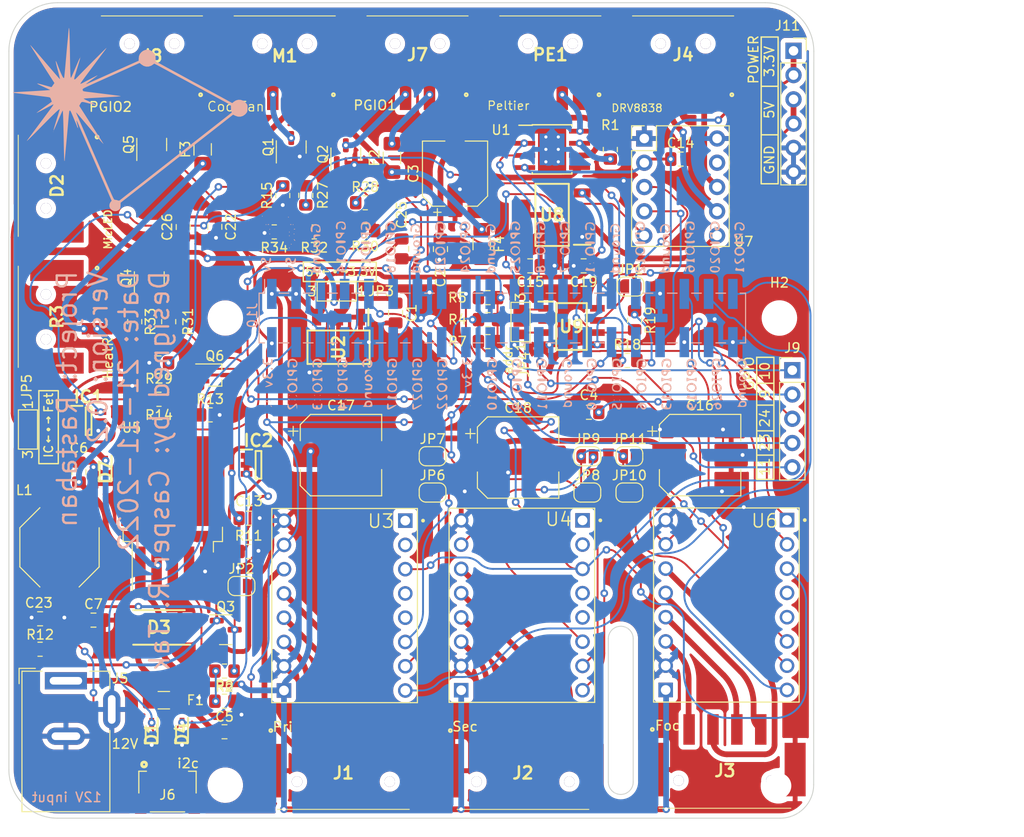
<source format=kicad_pcb>
(kicad_pcb (version 20211014) (generator pcbnew)
  (title_block (title "Rastaban-RPI-HAT") (date "2022-11-22") (rev "V0.3") (company "HAN") (comment 1 "Designed by: Casper Tak"))
  (layers (0 "F.Cu" signal) (31 "B.Cu" signal) (34 "B.Paste" user) (35 "F.Paste" user) (36 "B.SilkS" user "B.Silkscreen") (37 "F.SilkS" user "F.Silkscreen") (38 "B.Mask" user) (39 "F.Mask" user) (44 "Edge.Cuts" user))
  (net 0 "")
  (net 1 "3.3V+")
  (net 2 "GND")
  (net 3 "Net-(C2-Pad2)")
  (net 4 "/FluidMotors/M2BPRI")
  (net 5 "12V+")
  (net 6 "Net-(C13-Pad2)")
  (net 7 "Net-(C15-Pad2)")
  (net 8 "5V+")
  (net 9 "SCL")
  (net 10 "SDA")
  (net 11 "Net-(D7-Pad1)")
  (net 12 "12VIN")
  (net 13 "/FluidMotors/M1BPRI")
  (net 14 "Net-(F3-Pad2)")
  (net 15 "CTRLLED")
  (net 18 "Net-(IC1-Pad5)")
  (net 19 "Net-(IC1-Pad6)")
  (net 20 "Net-(IC2-Pad1)")
  (net 21 "Net-(IC2-Pad4)")
  (net 22 "/FluidMotors/M2APRI")
  (net 23 "/FluidMotors/M1APRI")
  (net 24 "/FluidMotors/M2BSEC")
  (net 25 "/FluidMotors/M1BSEC")
  (net 26 "/FluidMotors/M2ASEC")
  (net 27 "/FluidMotors/M1ASEC")
  (net 28 "/FocusMotors/M2BFOC")
  (net 29 "/FocusMotors/M1BFOC")
  (net 30 "/FocusMotors/M2AFOC")
  (net 31 "/FocusMotors/M1AFOC")
  (net 32 "GPIO24")
  (net 33 "GPIO23")
  (net 34 "/FocusMotors/out2")
  (net 35 "/FocusMotors/out1")
  (net 36 "TX")
  (net 37 "Net-(J8-Pad2)")
  (net 38 "GPIO10")
  (net 39 "GPIO9")
  (net 40 "RX")
  (net 42 "GPIO11")
  (net 43 "SLEEP")
  (net 44 "PWRGPIO1")
  (net 46 "Net-(U3-PadJP1_7)")
  (net 47 "Net-(U3-PadJP1_6)")
  (net 48 "Net-(U4-PadJP1_7)")
  (net 49 "PWRGPIO2")
  (net 50 "IN1")
  (net 51 "IN2")
  (net 52 "ID_SCL")
  (net 53 "ID_SDA")
  (net 54 "CTRLHEAT")
  (net 55 "ENDRV")
  (net 56 "CTRLFAN")
  (net 57 "PHADRV")
  (net 58 "ENFOC")
  (net 59 "STEPFOCUS")
  (net 60 "ENSEC")
  (net 61 "DIRFOCUS")
  (net 62 "ENPRI")
  (net 63 "Net-(C1-Pad1)")
  (net 64 "Net-(D2-PadK)")
  (net 65 "Net-(JP1-Pad1)")
  (net 66 "Net-(JP4-Pad1)")
  (net 67 "Net-(JP4-Pad2)")
  (net 68 "Net-(JP4-Pad3)")
  (net 69 "Net-(M1-Pad2)")
  (net 70 "Net-(PE1-Pad1)")
  (net 71 "Net-(PE1-Pad2)")
  (net 72 "Net-(Q1-Pad1)")
  (net 73 "Net-(Q2-Pad1)")
  (net 74 "Net-(Q4-Pad1)")
  (net 75 "Net-(Q4-Pad3)")
  (net 76 "Net-(Q5-Pad1)")
  (net 77 "Net-(Q6-Pad1)")
  (net 78 "Net-(R1-Pad2)")
  (net 79 "Net-(R2-Pad2)")
  (net 80 "Net-(U4-PadJP1_6)")
  (net 81 "Net-(U6-PadJP1_7)")
  (net 82 "Net-(U6-PadJP1_6)")
  (net 89 "unconnected-(U6-PadJP1_1)")
  (net 92 "unconnected-(U6-PadJP1_2)")
  (net 93 "Net-(JP6-Pad2)")
  (net 94 "Net-(JP7-Pad2)")
  (net 96 "Net-(D2-PadA)")
  (net 97 "Net-(JP5-Pad1)")
  (net 98 "Net-(JP8-Pad2)")
  (net 99 "Net-(JP9-Pad2)")
  (net 100 "Net-(JP10-Pad2)")
  (net 101 "Net-(JP11-Pad2)")
  (net 104 "Net-(J7-Pad2)")
  (net 105 "Net-(F2-Pad2)")
  (footprint "Jumper:SolderJumper-2_P1.3mm_Open_RoundedPad1.0x1.5mm" (layer "F.Cu") (at 143.6 95)
    (fp_text reference "JP11")
    (fp_text value "Jumper_2_Open")
  )
  (footprint "SamacSys_Parts:SOT95P280X145-6N" (layer "F.Cu") (at 86.995 91.328)
    (fp_text reference "IC1")
    (fp_text value "BCR420UW6-7" hide)
  )
  (footprint "Inductor_SMD:L_Bourns-SRU8028_8.0x8.0mm" (layer "F.Cu") (at 83.947 104.536 -90)
    (fp_text reference "L1")
    (fp_text value "68uH")
  )
  (footprint "Package_TO_SOT_SMD:SOT-23" (layer "F.Cu") (at 113.919 63.388 90)
    (fp_text reference "Q2")
    (fp_text value "PMV15ENE")
  )
  (footprint "MountingHole:MountingHole_2.7mm_M2.5" (layer "F.Cu") (at 159.2 129.5)
    (fp_text reference "H4" hide)
    (fp_text value "MountingHole")
  )
  (footprint "Resistor_SMD:R_0805_2012Metric_Pad1.20x1.40mm_HandSolder" (layer "F.Cu") (at 141.605 62.896 -90)
    (fp_text reference "R1")
    (fp_text value "0.2")
  )
  (footprint "Capacitor_SMD:C_0805_2012Metric_Pad1.18x1.45mm_HandSolder" (layer "F.Cu") (at 123.825 73.3155 90)
    (fp_text reference "C2")
    (fp_text value "100nF 50V")
  )
  (footprint "Capacitor_SMD:CP_Elec_8x10" (layer "F.Cu") (at 131.953 95.138)
    (fp_text reference "C18")
    (fp_text value "100uF 50V")
  )
  (footprint "Package_TO_SOT_SMD:SOT-23" (layer "F.Cu") (at 93.345 76.342 90)
    (fp_text reference "Q4")
    (fp_text value "PMV15ENE")
  )
  (footprint "Capacitor_SMD:C_0805_2012Metric_Pad1.18x1.45mm_HandSolder" (layer "F.Cu") (at 100.203 70.9865 -90)
    (fp_text reference "C22")
    (fp_text value "100nF 50V")
  )
  (footprint "Fuse:Fuse_1206_3216Metric_Pad1.42x1.75mm_HandSolder" (layer "F.Cu") (at 118.745 63.769 90)
    (fp_text reference "F2")
    (fp_text value "2A")
  )
  (footprint "Jumper:SolderJumper-3_P1.3mm_Open_Pad1.0x1.5mm_NumberLabels" (layer "F.Cu") (at 80.645 92.202 -90)
    (fp_text reference "JP5")
    (fp_text value "Jumper_3_Open")
  )
  (footprint "SnapEDA Library:MODULE_TMC2208_SILENTSTEPSTICK" (layer "F.Cu") (at 132.3465 110.603)
    (fp_text reference "U4")
    (fp_text value "TMC2209")
  )
  (footprint "Jumper:SolderJumper-2_P1.3mm_Open_RoundedPad1.0x1.5mm" (layer "F.Cu") (at 139.2 95)
    (fp_text reference "JP9")
    (fp_text value "Jumper_2_Open")
  )
  (footprint "SamacSys_Parts:SOT230P700X180-4N" (layer "F.Cu") (at 113.157 83.591 -90)
    (fp_text reference "U2")
    (fp_text value "TLV1117-33" hide)
  )
  (footprint "SamacSys_Parts:1778780" (layer "F.Cu") (at 132.461 123.717)
    (fp_text reference "J2")
    (fp_text value "1778780" hide)
  )
  (footprint "Resistor_SMD:R_0805_2012Metric_Pad1.20x1.40mm_HandSolder" (layer "F.Cu") (at 115.951 68.468)
    (fp_text reference "R28")
    (fp_text value "1k")
  )
  (footprint "SamacSys_Parts:SOIC127P600X175-8N" (layer "F.Cu") (at 137.541 81.422)
    (fp_text reference "U9")
    (fp_text value "CAT24C256" hide)
  )
  (footprint "SamacSys_Parts:1778780" (layer "F.Cu") (at 153.6 123.6)
    (fp_text reference "J3")
    (fp_text value "1778780" hide)
  )
  (footprint "SamacSys_Parts:1808190" (layer "F.Cu") (at 107.5205 57.161 180)
    (fp_text reference "M1")
    (fp_text value "Fan" hide)
  )
  (footprint "Fuse:Fuse_1206_3216Metric_Pad1.42x1.75mm_HandSolder" (layer "F.Cu") (at 94.869 120.538)
    (fp_text reference "F1")
    (fp_text value "6A")
  )
  (footprint "Capacitor_SMD:C_0805_2012Metric_Pad1.18x1.45mm_HandSolder" (layer "F.Cu") (at 119.761 73.294 -90)
    (fp_text reference "C25")
    (fp_text value "100nF 50V")
  )
  (footprint "Resistor_SMD:R_0805_2012Metric_Pad1.20x1.40mm_HandSolder" (layer "F.Cu") (at 115.935 71.389 180)
    (fp_text reference "R30")
    (fp_text value "10k")
  )
  (footprint "SamacSys_Parts:1808190" (layer "F.Cu") (at 121.422 57.161 180)
    (fp_text reference "J7")
    (fp_text value "Screw_Terminal_01x02" hide)
  )
  (footprint "Resistor_SMD:R_0805_2012Metric_Pad1.20x1.40mm_HandSolder" (layer "F.Cu") (at 81.915 115.204)
    (fp_text reference "R12")
    (fp_text value "47K")
  )
  (footprint "Resistor_SMD:R_0805_2012Metric_Pad1.20x1.40mm_HandSolder" (layer "F.Cu") (at 143.383 84.978)
    (fp_text reference "R18")
    (fp_text value "3.9k")
  )
  (footprint "Resistor_SMD:R_0805_2012Metric_Pad1.20x1.40mm_HandSolder" (layer "F.Cu") (at 128.8 78.4)
    (fp_text reference "R5")
    (fp_text value "1k")
  )
  (footprint "Jumper:SolderJumper-2_P1.3mm_Open_RoundedPad1.0x1.5mm" (layer "F.Cu") (at 123 95)
    (fp_text reference "JP7")
    (fp_text value "Jumper_2_Open")
  )
  (footprint "Capacitor_SMD:CP_Elec_8x10" (layer "F.Cu") (at 113.411 94.884)
    (fp_text reference "C17")
    (fp_text value "100uF 50V")
  )
  (footprint "Capacitor_SMD:C_0805_2012Metric_Pad1.18x1.45mm_HandSolder" (layer "F.Cu") (at 139.3625 90.4 180)
    (fp_text reference "C4")
    (fp_text value "100nF 50V")
  )
  (footprint "SnapEDA Library:JST_SM04B-SRSS-TB(LF)(SN)" (layer "F.Cu") (at 95.25 127.65)
    (fp_text reference "J6")
    (fp_text value "SM04B-SRSS-TB(LF)(SN)")
  )
  (footprint "SamacSys_Parts:SOD2512X110N" (layer "F.Cu") (at 96.774 124.079 -90)
    (fp_text reference "D4")
    (fp_text value "ESD7351HT1G" hide)
  )
  (footprint "Connector_PinSocket_2.54mm:PinSocket_1x06_P2.54mm_Vertical" (layer "F.Cu") (at 160.782 52.565)
    (fp_text reference "J11")
    (fp_text value "Conn_01x06_Male")
  )
  (footprint "Resistor_SMD:R_0805_2012Metric_Pad1.20x1.40mm_HandSolder" (layer "F.Cu") (at 107.315 67.71 90)
    (fp_text reference "R15")
    (fp_text value "30")
  )
  (footprint "Jumper:SolderJumper-2_P1.3mm_Open_RoundedPad1.0x1.5mm" (layer "F.Cu") (at 102.997 108.585)
    (fp_text reference "JP2")
    (fp_text value "Jumper_2_Open")
  )
  (footprint "Capacitor_SMD:C_0805_2012Metric_Pad1.18x1.45mm_HandSolder" (layer "F.Cu") (at 103.7805 101.488 180)
    (fp_text reference "C13")
    (fp_text value "100nF 50V")
  )
  (footprint "Capacitor_SMD:C_0805_2012Metric_Pad1.18x1.45mm_HandSolder" (layer "F.Cu") (at 148.971 63.896)
    (fp_text reference "C14")
    (fp_text value "100nF 50V")
  )
  (footprint "SamacSys_Parts:SOT95P280X145-6N" (layer "F.Cu") (at 104.775 95.9)
    (fp_text reference "IC2")
    (fp_text value "BCM53DS" hide)
  )
  (footprint "Module:DRV8838 POLOLU" (layer "F.Cu") (at 148.971 66.944)
    (fp_text reference "U7")
    (fp_text value "DRV8838 POLOLU")
  )
  (footprint "Resistor_SMD:R_0805_2012Metric_Pad1.20x1.40mm_HandSolder" (layer "F.Cu") (at 106.426 71.52 180)
    (fp_text reference "R34")
    (fp_text value "10k")
  )
  (footprint "Capacitor_SMD:CP_Elec_8x10" (layer "F.Cu") (at 151.003 94.884)
    (fp_text reference "C16")
    (fp_text value "100uF 50V")
  )
  (footprint "Resistor_SMD:R_0805_2012Metric_Pad1.20x1.40mm_HandSolder" (layer "F.Cu") (at 110.617 71.52 180)
    (fp_text reference "R32")
    (fp_text value "1k")
  )
  (footprint "Connector_BarrelJack:BarrelJack_Wuerth_6941xx301002" (layer "F.Cu") (at 84.617 118.506)
    (fp_text reference "J5")
    (fp_text value "Jack-DC 12V+")
  )
  (footprint "SamacSys_Parts:1808190" (layer "F.Cu") (at 149.225 57.161 180)
    (fp_text reference "J4")
    (fp_text value "Screw_Terminal_01x02" hide)
  )
  (footprint "Resistor_SMD:R_0805_2012Metric_Pad1.20x1.40mm_HandSolder" (layer "F.Cu") (at 101.214 120.645)
    (fp_text reference "R6")
    (fp_text value "220")
  )
  (footprint "Resistor_SMD:R_0805_2012Metric_Pad1.20x1.40mm_HandSolder" (layer "F.Cu") (at 95.377 80.914 90)
    (fp_text reference "R31")
    (fp_text value "1k")
  )
  (footprint "SamacSys_Parts:1778780" (layer "F.Cu") (at 113.665 123.713)
    (fp_text reference "J1")
    (fp_text value "1778780" hide)
  )
  (footprint "Jumper:SolderJumper-2_P1.3mm_Open_RoundedPad1.0x1.5mm" (layer "F.Cu") (at 139.2 98.8)
    (fp_text reference "JP8")
    (fp_text value "Jumper_2_Open")
  )
  (footprint "SamacSys_Parts:1808190" (layer "F.Cu") (at 135.3235 57.161 180)
    (fp_text reference "PE1")
    (fp_text value "PeltierElement" hide)
  )
  (footprint "Jumper:SolderJumper-2_P1.3mm_Open_RoundedPad1.0x1.5mm" (layer "F.Cu") (at 143.6 98.8)
    (fp_text reference "JP10")
    (fp_text value "Jumper_2_Open")
  )
  (footprint "SamacSys_Parts:SOD2512X110N" (layer "F.Cu") (at 88.773 96.662 -90)
    (fp_text reference "D7")
    (fp_text value "SS310" hide)
  )
  (footprint "Fuse:Fuse_1206_3216Metric_Pad1.42x1.75mm_HandSolder" (layer "F.Cu") (at 98.933 62.88 90)
    (fp_text reference "F3")
    (fp_text value "2A")
  )
  (footprint "SamacSys_Parts:1808190" (layer "F.Cu") (at 87.88 66.69 -90)
    (fp_text reference "D2")
    (fp_text value "OVLEW1CB9" hide)
  )
  (footprint "SnapEDA Library:MODULE_TMC2208_SILENTSTEPSTICK" (layer "F.Cu") (at 113.792 110.632)
    (fp_text reference "U3")
    (fp_text value "TMC2209")
  )
  (footprint "Package_SO:Texas_HTSOP-8-1EP_3.9x4.9mm_P1.27mm_EP2.95x4.9mm_Mask2.4x3.1mm_ThermalVias" (layer "F.Cu") (at 135.509 62.88)
    (fp_text reference "U1")
    (fp_text value "DRV8870DDA")
  )
  (footprint "MountingHole:MountingHole_2.7mm_M2.5" (layer "F.Cu") (at 101.302 129.433)
    (fp_text reference "H3" hide)
    (fp_text value "MountingHole")
  )
  (footprint "SamacSys_Parts:SOT230P700X180-4N" (layer "F.Cu") (at 135.509 69.738 180)
    (fp_text reference "U8")
    (fp_text value "TLV1117-33" hide)
  )
  (footprint "Package_TO_SOT_SMD:TO-263-5_TabPin3" (layer "F.Cu") (at 95.807 100.98 90)
    (fp_text reference "U5")
    (fp_text value "LM2596S-ADJ")
  )
  (footprint "Resistor_SMD:R_0805_2012Metric_Pad1.20x1.40mm_HandSolder" (layer "F.Cu") (at 99.713 90.671)
    (fp_text reference "R13")
    (fp_text value "10k")
  )
  (footprint "Capacitor_SMD:C_0805_2012Metric_Pad1.18x1.45mm_HandSolder" (layer "F.Cu") (at 101.219 123.84)
    (fp_text reference "C5")
    (fp_text value "10uF 50V")
  )
  (footprint "Connector_PinHeader_2.54mm:PinHeader_1x05_P2.54mm_Vertical" (layer "F.Cu") (at 160.655 85.999)
    (fp_text reference "J9")
    (fp_text value "Conn_01x05_Male")
  )
  (footprint "Package_TO_SOT_SMD:SOT-23" (layer "F.Cu") (at 101.346 113.157)
    (fp_text reference "Q3")
    (fp_text value "DMG2305UX-7")
  )
  (footprint "Capacitor_SMD:C_0805_2012Metric_Pad1.18x1.45mm_HandSolder" (layer "F.Cu") (at 96.901 71.008 90)
    (fp_text reference "C26")
    (fp_text value "100nF 50V")
  )
  (footprint "Resistor_SMD:R_0805_2012Metric_Pad1.20x1.40mm_HandSolder" (layer "F.Cu") (at 91.821 80.914 -90)
    (fp_text reference "R33")
    (fp_text value "10k")
  )
  (footprint "Capacitor_SMD:C_0805_2012Metric_Pad1.18x1.45mm_HandSolder" (layer "F.Cu") (at 119.126 80.01 -90)
    (fp_text reference "C1")
    (fp_text value "10uF 50V")
  )
  (footprint "SnapEDA Library:MODULE_TMC2208_SILENTSTEPSTICK" (layer "F.Cu") (at 153.75 110.575)
    (fp_text reference "U6")
    (fp_text value "TMC2209")
  )
  (footprint "Capacitor_SMD:C_0805_2012Metric_Pad1.18x1.45mm_HandSolder" (layer "F.Cu") (at 133.223 75.072 180)
    (fp_text reference "C15")
    (fp_text value "100nF 50V")
  )
  (footprint "SamacSys_Parts:1808190" (layer "F.Cu") (at 87.88 80.406 -90)
    (fp_text reference "R3")
    (fp_text value "10W resistor" hide)
  )
  (footprint "Package_TO_SOT_SMD:SOT-23" (layer "F.Cu") (at 108.204 62.63 90)
    (fp_text reference "Q1")
    (fp_text value "PMV15ENE")
  )
  (footprint "SamacSys_Parts:SOD2512X110N" (layer "F.Cu") (at 93.599 124.094 -90)
    (fp_text reference "D1")
    (fp_text value "ESD7351HT1G" hide)
  )
  (footprint "Resistor_SMD:R_0805_2012Metric_Pad1.20x1.40mm_HandSolder" (layer "F.Cu") (at 94.361 89.042 180)
    (fp_text reference "R14")
    (fp_text value "1k")
  )
  (footprint "Resistor_SMD:R_0805_2012Metric_Pad1.20x1.40mm_HandSolder" (layer "F.Cu") (at 128.8 83)
    (fp_text reference "R7")
    (fp_text value "1k")
  )
  (footprint "Capacitor_SMD:C_0805_2012Metric_Pad1.18x1.45mm_HandSolder" (layer "F.Cu") (at 85.979 96.662 90)
    (fp_text reference "C6")
    (fp_text value "10uF 50V")
  )
  (footprint "Capacitor_SMD:C_0805_2012Metric_Pad1.18x1.45mm_HandSolder" (layer "F.Cu") (at 87.503 112.156)
    (fp_text reference "C7")
    (fp_text value "22uF 50V")
  )
  (footprint "Resistor_SMD:R_0805_2012Metric_Pad1.20x1.40mm_HandSolder" (layer "F.Cu") (at 109.728 67.694 90)
    (fp_text reference "R27")
    (fp_text value "1k")
  )
  (footprint "SamacSys_Parts:DIOM5436X261N" (layer "F.Cu") (at 94.361 112.918 180)
    (fp_text reference "D3")
    (fp_text value "SMBJ26A" hide)
  )
  (footprint "MountingHole:MountingHole_2.7mm_M2.5" (layer "F.Cu") (at 101.302 80.533)
    (fp_text reference "H1" hide)
    (fp_text value "MountingHole")
  )
  (footprint "Resistor_SMD:R_0805_2012Metric_Pad1.20x1.40mm_HandSolder" (layer "F.Cu") (at 144.145 80.771 -90)
    (fp_text reference "R19")
    (fp_text value "3.9k")
  )
  (footprint "Jumper:SolderJumper-2_P1.3mm_Open_RoundedPad1.0x1.5mm" (layer "F.Cu") (at 143.719 77.231)
    (fp_text reference "JP1")
    (fp_text value "ID_WP")
  )
  (footprint "MountingHole:MountingHole_2.7mm_M2.5" (layer "F.Cu") (at 159.302 80.533)
    (fp_text reference "H2")
    (fp_text value "MountingHole")
  )
  (footprint "SamacSys_Parts:1808190" (layer "F.Cu") (at 93.619 57.161 180)
    (fp_text reference "J8")
    (fp_text value "Screw_Terminal_01x02" hide)
  )
  (footprint "Fuse:Fuse_1206_3216Metric_Pad1.42x1.75mm_HandSolder" (layer "F.Cu") (at 128.143 72.786 -90)
    (fp_text reference "F4")
    (fp_text value "4A")
  )
  (footprint "Package_TO_SOT_SMD:SOT-23" (layer "F.Cu") (at 93.599 62.372 90)
    (fp_text reference "Q5")
    (fp_text value "PMV15ENE")
  )
  (footprint "Jumper:SolderJumper-3_P1.3mm_Open_Pad1.0x1.5mm_NumberLabels" (layer "F.Cu") (at 132.207 80.944 90)
    (fp_text reference "JP4")
    (fp_text value "Jumper_3_Open")
  )
  (footprint "Capacitor_SMD:C_0805_2012Metric_Pad1.18x1.45mm_HandSolder" (layer "F.Cu") (at 138.811 75.072 180)
    (fp_text reference "C19")
    (fp_text value "10uF 25V")
  )
  (footprint "Resistor_SMD:R_0805_2012Metric_Pad1.20x1.40mm_HandSolder" (layer "F.Cu") (at 128.8 80.7 180)
    (fp_text reference "R4")
    (fp_text value "1k")
  )
  (footprint "Package_TO_SOT_SMD:SOT-323_SC-70_Handsoldering" (layer "F.Cu") (at 100.203 86.502)
    (fp_text reference "Q6")
    (fp_text value "2N70002HWX")
  )
  (footprint "Resistor_SMD:R_0805_2012Metric_Pad1.20x1.40mm_HandSolder" (layer "F.Cu") (at 94.361 85.232 180)
    (fp_text reference "R29")
    (fp_text value "10k")
  )
  (footprint "Resistor_SMD:R_0805_2012Metric_Pad1.20x1.40mm_HandSolder" (layer "F.Cu") (at 103.7505 104.971)
    (fp_text reference "R11")
    (fp_text value "10k")
  )
  (footprint "Resistor_SMD:R_0805_2012Metric_Pad1.20x1.40mm_HandSolder" (layer "F.Cu") (at 101.219 117.49 180)
    (fp_text reference "R2")
    (fp_text value "680")
  )
  (footprint "Jumper:SolderJumper-3_P1.3mm_Open_Pad1.0x1.5mm_NumberLabels" (layer "F.Cu") (at 112.967 77.754 180)
    (fp_text reference "JP3")
    (fp_text value "Jumper_3_Open")
  )
  (footprint "Capacitor_SMD:CP_Elec_6.3x5.4" (layer "F.Cu") (at 125.349 65.42 90)
    (fp_text reference "C3")
    (fp_text value "47uF 50V")
  )
  (footprint "Capacitor_SMD:C_0805_2012Metric_Pad1.18x1.45mm_HandSolder" (layer "F.Cu") (at 81.915 112.014 180)
    (fp_text reference "C23")
    (fp_text value "100nF 50V")
  )
  (footprint "Jumper:SolderJumper-2_P1.3mm_Open_RoundedPad1.0x1.5mm" (layer "F.Cu") (at 123 98.8)
    (fp_text reference "JP6")
    (fp_text value "Jumper_2_Open")
  )
  (footprint "Connector_PinHeader_2.54mm:PinHeader_2x20_P2.54mm_Vertical_SMD" (layer "B.Cu") (at 130.302 80.533 -90)
    (fp_text reference "J10")
    (fp_text value "GPIO")
  )
  (footprint "LOGO" (layer "B.Cu") (at 130.429 80.279)
    (fp_text reference "G***" hide)
    (fp_text value "LOGO" hide)
  )
  (footprint "LOGO" (layer "B.Cu") (at 91.186 59.69 -90)
    (fp_text reference "G***" hide)
    (fp_text value "LOGO" hide)
  )
  (gr_rect (start 158.7246 97.424) (end 156.9268 84.6478) (layer "F.SilkS") (width 0.15) (fill none))
  (gr_line (start 158.623 89.6516) (end 156.972 89.6516) (layer "F.SilkS") (width 0.15))
  (gr_line (start 159.131 56.276) (end 157.48 56.276) (layer "F.SilkS") (width 0.15))
  (gr_line (start 158.623 92.344) (end 156.972 92.344) (layer "F.SilkS") (width 0.15))
  (gr_rect (start 81.788 88.138) (end 83.82 95.778) (layer "F.SilkS") (width 0.15) (fill none))
  (gr_line (start 158.623 87.3656) (end 156.972 87.3656) (layer "F.SilkS") (width 0.15))
  (gr_rect (start 117.104 74.676) (end 109.464 76.708) (layer "F.SilkS") (width 0.15) (fill none))
  (gr_rect (start 159.1691 66.4812) (end 157.3967 51.1198) (layer "F.SilkS") (width 0.15) (fill none))
  (gr_line (start 159.0802 61.356) (end 157.4292 61.356) (layer "F.SilkS") (width 0.15))
  (gr_line (start 158.623 94.884) (end 156.972 94.884) (layer "F.SilkS") (width 0.15))
  (gr_line (start 141.396 129.1) (end 141.396 114.1) (layer "Edge.Cuts") (width 0.1))
  (gr_arc (start 83.729102 132.888) (mid 80.136998 131.400103) (end 78.649102 127.808) (layer "Edge.Cuts") (width 0.1))
  (gr_line (start 157.824898 47.529102) (end 83.729102 47.529102) (layer "Edge.Cuts") (width 0.1))
  (gr_arc (start 141.396 114.1) (mid 142.698 112.798) (end 144 114.1) (layer "Edge.Cuts") (width 0.1))
  (gr_arc (start 78.649102 52.609102) (mid 80.136999 49.016999) (end 83.729102 47.529102) (layer "Edge.Cuts") (width 0.1))
  (gr_arc (start 144 129.1) (mid 142.698 130.402) (end 141.396 129.1) (layer "Edge.Cuts") (width 0.1))
  (gr_arc (start 157.824898 47.529102) (mid 161.417001 49.016999) (end 162.904898 52.609102) (layer "Edge.Cuts") (width 0.1))
  (gr_arc (start 162.8902 129.3826) (mid 161.863551 131.861151) (end 159.385 132.8878) (layer "Edge.Cuts") (width 0.1))
  (gr_line (start 144 114.1) (end 144 129.1) (layer "Edge.Cuts") (width 0.1))
  (gr_line (start 159.385 132.8878) (end 83.729102 132.888) (layer "Edge.Cuts") (width 0.1))
  (gr_line (start 78.649102 127.808) (end 78.649102 52.609102) (layer "Edge.Cuts") (width 0.1))
  (gr_line (start 162.904898 52.609102) (end 162.8902 129.3826) (layer "Edge.Cuts") (width 0.1))
  (gr_text "12V input" (at 84.709 130.698) (layer "B.SilkS") (effects (font (size 1 1)) (justify mirror)))
  (gr_text "Project: Rastaban\nVersion: 0.2\nDate: 21-11-2022\nDesigned by: Casper R. Tak\n " (at 91.186 75.438 90) (layer "B.SilkS") (effects (font (size 2 2) (thickness 0.25)) (justify left mirror)))
  (gr_text "addr" (at 130.9 84.9 90) (layer "F.SilkS") (effects (font (size 0.9 0.9))))
  (gr_text "PGIO2\n" (at 89.281 58.431) (layer "F.SilkS") (effects (font (size 1 1))))
  (gr_text "←•→" (at 82.7278 92.202 90) (layer "F.SilkS") (effects (font (size 0.8 0.8))))
  (gr_text "Foc\n" (at 147.6 123.2) (layer "F.SilkS") (effects (font (size 1 1))))
  (gr_text "11\n" (at 157.7848 96.1032 90) (layer "F.SilkS") (effects (font (size 1 1))))
  (gr_text "←•→" (at 112.786 75.6158) (layer "F.SilkS") (effects (font (size 0.8 0.8))))
  (gr_text "5V\n" (at 158.2547 58.7652 90) (layer "F.SilkS") (effects (font (size 1 1))))
  (gr_text "PGIO1\n\n" (at 116.967 59.07) (layer "F.SilkS") (effects (font (size 1 1))))
  (gr_text "GPIO\n" (at 156.1338 86.3242 90) (layer "F.SilkS") (effects (font (size 1 1))))
  (gr_text "3.3V" (at 115.58 75.692) (layer "F.SilkS") (effects (font (size 0.9 0.9))))
  (gr_text "MicLED" (at 89.027 71.262 90) (layer "F.SilkS") (effects (font (size 0.8 0.8))))
  (gr_text "POWER" (at 156.591 53.482 90) (layer "F.SilkS") (effects (font (size 1 1))))
  (gr_text "23\n" (at 157.7848 93.5632 90) (layer "F.SilkS") (effects (font (size 1 1))))
  (gr_text "3.3V" (at 158.2547 53.6852 90) (layer "F.SilkS") (effects (font (size 1 1))))
  (gr_text "GND" (at 158.2547 63.9722 90) (layer "F.SilkS") (effects (font (size 1 1))))
  (gr_text "i2c\n" (at 97.409 127.142) (layer "F.SilkS") (effects (font (size 1 1))))
  (gr_text "CoolFan" (at 102.4 58.4) (layer "F.SilkS") (effects (font (size 1 1) (thickness 0.12))))
  (gr_text "Fet" (at 82.804 89.408 90) (layer "F.SilkS") (effects (font (size 0.9 0.9))))
  (gr_text "HeatR" (at 89.027 84.724 90) (layer "F.SilkS") (effects (font (size 1 1))))
  (gr_text "DRV8838" (at 144.4 58.562) (layer "F.SilkS") (effects (font (size 0.8 0.8) (thickness 0.12))))
  (gr_text "24" (at 157.7848 91.0232 90) (layer "F.SilkS") (effects (font (size 1 1))))
  (gr_text "Pri" (at 107.315 123.332) (layer "F.SilkS") (effects (font (size 1 1))))
  (gr_text "9\n" (at 157.7848 88.4832 90) (layer "F.SilkS") (effects (font (size 1 1))))
  (gr_text "10\n" (at 157.7848 86.0702 90) (layer "F.SilkS") (effects (font (size 1 1))))
  (gr_text "IC" (at 82.804 94.488 90) (layer "F.SilkS") (effects (font (size 0.9 0.9))))
  (gr_text "12V\n" (at 90.805 125.11) (layer "F.SilkS") (effects (font (size 1 1))))
  (gr_text "Sec" (at 126.4 123.3) (layer "F.SilkS") (effects (font (size 1 1))))
  (gr_text "Peltier" (at 130.937 58.308) (layer "F.SilkS") (effects (font (size 0.9 0.9) (thickness 0.12))))
  (gr_text "5V\n" (at 110.5 75.692) (layer "F.SilkS") (effects (font (size 0.9 0.9))))
  (segment (start 144.375 96.799264) (end 143.082322 95.506586) (width 0.2) (layer "F.Cu") (net 1))
  (segment (start 122.35 94.529365) (end 122.35 94.497487) (width 0.2) (layer "F.Cu") (net 1))
  (segment (start 122.35 94.593121) (end 122.35 94.624999) (width 0.2) (layer "F.Cu") (net 1))
  (segment (start 122.35 94.844378) (end 122.35 94.752512) (width 0.2) (layer "F.Cu") (net 1))
  (segment (start 122.35 94.844378) (end 122.35 95.155622) (width 0.2) (layer "F.Cu") (net 1))
  (segment (start 122.35 96.125) (end 122.35 98.8) (width 0.2) (layer "F.Cu") (net 1))
  (segment (start 83.235392 112.087892) (end 86.5875 115.44) (width 0.2) (layer "F.Cu") (net 1))
  (segment (start 144.369 77.09275) (end 144.369 77.231) (width 0.2) (layer "F.Cu") (net 1))
  (segment (start 94.75 126.998067) (end 94.75 127.026191) (width 0.2) (layer "F.Cu") (net 1))
  (segment (start 148.6 89.672) (end 148.786 89.858) (width 0.2) (layer "F.Cu") (net 1))
  (segment (start 144.369 77.64575) (end 144.369 77.680312) (width 0.2) (layer "F.Cu") (net 1))
  (segment (start 124.968 95.123) (end 124.968 94.869) (width 0.2) (layer "F.Cu") (net 1))
  (segment (start 160.5305 55.3565) (end 160.279 55.608) (width 0.3) (layer "F.Cu") (net 1))
  (segment (start 94.75 127.208998) (end 94.75 127.265247) (width 0.2) (layer "F.Cu") (net 1))
  (segment (start 118.612264 73.405236) (end 119.761 72.2565) (width 0.3) (layer "F.Cu") (net 1))
  (segment (start 144.369 76.989062) (end 144.369 76.9545) (width 0.2) (layer "F.Cu") (net 1))
  (segment (start 94.75 127.279309) (end 94.75 127.265247) (width 0.2) (layer "F.Cu") (net 1))
  (segment (start 144.369 78.6135) (end 144.369 79.388608) (width 0.2) (layer "F.Cu") (net 1))
  (segment (start 127.60186 99.87328) (end 127.60186 101.512479) (width 0.2) (layer "F.Cu") (net 1))
  (segment (start 145.923 85.217) (end 145.8035 85.0975) (width 0.2) (layer "F.Cu") (net 1))
  (segment (start 160.782 54.749325) (end 160.782 52.565) (width 0.6) (layer "F.Cu") (net 1))
  (segment (start 127.490266 97.4) (end 136.16005 97.4) (width 0.2) (layer "F.Cu") (net 1))
  (segment (start 94.75 127.363682) (end 94.75 127.433993) (width 0.2) (layer "F.Cu") (net 1))
  (segment (start 124.968 94.869) (end 124.458265 94.359265) (width 0.2) (layer "F.Cu") (net 1))
  (segment (start 94.75 127.026191) (end 94.75 127.040253) (width 0.2) (layer "F.Cu") (net 1))
  (segment (start 148.6 89.672) (end 148.507 89.579) (width 0.2) (layer "F.Cu") (net 1))
  (segment (start 126.637965 97.046965) (end 126.28493 96.69393) (width 0.2) (layer "F.Cu") (net 1))
  (segment (start 94.003994 126.238) (end 91.622248 126.238) (width 0.2) (layer "F.Cu") (net 1))
  (segment (start 144.154602 75.946) (end 143.119397 75.946) (width 0.2) (layer "F.Cu") (net 1))
  (segment (start 145.354 64.089) (end 145.161 64.282) (width 0.3) (layer "F.Cu") (net 1))
  (segment (start 104.394 80.149764) (end 104.394 76.807935) (width 0.3) (layer "F.Cu") (net 1))
  (segment (start 104.00775 118.11525) (end 104.0025 118.11) (width 0.2) (layer "F.Cu") (net 1))
  (segment (start 124.587 91.059) (end 124.968 90.678) (width 0.2) (layer "F.Cu") (net 1))
  (segment (start 120.015 91.44) (end 123.667184 91.44) (width 0.2) (layer "F.Cu") (net 1))
  (segment (start 100.349361 70.509333) (end 102.800207 72.960179) (width 0.3) (layer "F.Cu") (net 1))
  (segment (start 97.917 127.59142) (end 97.917 128.022382) (width 0.2) (layer "F.Cu") (net 1))
  (segment (start 142.95 95) (end 142.95 98.8) (width 0.2) (layer "F.Cu") (net 1))
  (segment (start 148.321 89.393) (end 148.414 89.486) (width 0.2) (layer "F.Cu") (net 1))
  (segment (start 94.75 127.433993) (end 94.75 127.658988) (width 0.2) (layer "F.Cu") (net 1))
  (segment (start 122.35 94.624999) (end 122.35 94.752512) (width 0.2) (layer "F.Cu") (net 1))
  (segment (start 148.414 89.486) (end 148.507 89.579) (width 0.2) (layer "F.Cu") (net 1))
  (segment (start 144.173484 76.482484) (end 144.003 76.312) (width 0.2) (layer "F.Cu") (net 1))
  (segment (start 149.409207 102.091292) (end 147.4435 104.057) (width 0.2) (layer "F.Cu") (net 1))
  (segment (start 151.003 94.328963) (end 151.003 98.243536) (width 0.2) (layer "F.Cu") (net 1))
  (segment (start 94.75 127.658988) (end 94.75 128.091) (width 0.2) (layer "F.Cu") (net 1))
  (segment (start 148.6 89.672) (end 148.507 89.579) (width 0.2) (layer "F.Cu") (net 1))
  (segment (start 122.35 95.155622) (end 122.35 95.375) (width 0.2) (layer "F.Cu") (net 1))
  (segment (start 143.119397 75.946) (end 142.8115 75.946) (width 0.2) (layer "F.Cu") (net 1))
  (segment (start 141.402283 76.529716) (end 140.90283 77.029168) (width 0.2) (layer "F.Cu") (net 1))
  (segment (start 144.369 77.5075) (end 144.369 77.64575) (width 0.2) (layer "F.Cu") (net 1))
  (segment (start 106.172 83.185) (end 105.283 82.296) (width 0.3) (layer "F.Cu") (net 1))
  (segment (start 148.321 89.393) (end 148.414 89.486) (width 0.2) (layer "F.Cu") (net 1))
  (segment (start 149.409207 90.481207) (end 148.786 89.858) (width 0.2) (layer "F.Cu") (net 1))
  (segment (start 145.819943 63.896) (end 147.9335 63.896) (width 0.3) (layer "F.Cu") (net 1))
  (segment (start 144.383 84.978) (end 144.7 85.295) (width 0.2) (layer "F.Cu") (net 1))
  (segment (start 122.947487 93.9) (end 123.3495 93.9) (width 0.2) (layer "F.Cu") (net 1))
  (segment (start 94.75 127.279309) (end 94.75 127.363682) (width 0.2) (layer "F.Cu") (net 1))
  (segment (start 145.72625 75.87625) (end 145.796 75.8065) (width 0.2) (layer "F.Cu") (net 1))
  (segment (start 94.75 127.040253) (end 94.75 127.096501) (width 0.2) (layer "F.Cu") (net 1))
  (segment (start 158.195 56.111) (end 159.06465 56.111) (width 0.3) (layer "F.Cu") (net 1))
  (segment (start 148.096478 89.3) (end 146.6 89.3) (width 0.2) (layer "F.Cu") (net 1))
  (segment (start 94.75 127.096501) (end 94.75 127.152749) (width 0.2) (layer "F.Cu") (net 1))
  (segment (start 107.442 104.338) (end 107.442 104.282) (width 0.3) (layer "F.Cu") (net 1))
  (segment (start 99.996014 69.949) (end 96.937702 69.949) (width 0.3) (layer "F.Cu") (net 1))
  (segment (start 140.253 78.598) (end 140.253 79.517) (width 0.2) (layer "F.Cu") (net 1))
  (segment (start 144.369 77.680312) (end 144.369 77.887687) (width 0.2) (layer "F.Cu") (net 1))
  (segment (start 106.393998 74.553972) (end 115.838969 74.553972) (width 0.3) (layer "F.Cu") (net 1))
  (segment (start 87.503 119.761) (end 87.503 122.118751) (width 0.2) (layer "F.Cu") (net 1))
  (segment (start 148.414 89.486) (end 148.507 89.579) (width 0.2) (layer "F.Cu") (net 1))
  (segment (start 96.91175 69.95975) (end 96.901 69.9705) (width 0.3) (layer "F.Cu") (net 1))
  (segment (start 104.013 118.127924) (end 104.013 123.472171) (width 0.2) (layer "F.Cu") (net 1))
  (segment (start 96.399382 129.54) (end 96.393 129.54) (width 0.2) (layer "F.Cu") (net 1))
  (segment (start 125.997539 104.249019) (end 126.906453 103.340106) (width 0.2) (layer "F.Cu") (net 1))
  (segment (start 94.75 127.152749) (end 94.75 127.208998) (width 0.2) (layer "F.Cu") (net 1))
  (segment (start 144.369 78.0605) (end 144.369 77.887687) (width 0.2) (layer "F.Cu") (net 1))
  (segment (start 144.257 79.659) (end 144.145 79.771) (width 0.2) (layer "F.Cu") (net 1))
  (segment (start 125.147605 95.556605) (end 126.28493 96.69393) (width 0.2) (layer "F.Cu") (net 1))
  (segment (start 105.664 91.44) (end 105.664 84.05221) (width 0.2) (layer "F.Cu") (net 1))
  (segment (start 144.369 77.058187) (end 144.369 77.09275) (width 0.2) (layer "F.Cu") (net 1))
  (segment (start 125.9965 104.251529) (end 125.9965 104.253) (width 0.2) (layer "F.Cu") (net 1))
  (segment (start 148.786 89.858) (end 148.6 89.672) (width 0.2) (layer "F.Cu") (net 1))
  (segment (start 83.057 112.014) (end 82.9525 112.014) (width 0.2) (layer "F.Cu") (net 1))
  (segment (start 99.65142 125.857) (end 101.628171 125.857) (width 0.2) (layer "F.Cu") (net 1))
  (segment (start 95.308987 129.090987) (end 95.061834 128.843834) (width 0.2) (layer "F.Cu") (net 1))
  (segment (start 144.6215 84.978) (end 145.515001 84.978) (width 0.2) (layer "F.Cu") (net 1))
  (segment (start 144.369 76.989062) (end 144.369 77.058187) (width 0.2) (layer "F.Cu") (net 1))
  (segment (start 145.8 101.493629) (end 145.8 100.239518) (width 0.2) (layer "F.Cu") (net 1))
  (segment (start 106.172 83.185) (end 105.918 83.439) (width 0.2) (layer "F.Cu") (net 1))
  (segment (start 144.369 77.231) (end 144.369 77.36925) (width 0.2) (layer "F.Cu") (net 1))
  (segment (start 122.35 95.375) (end 122.35 96.125) (width 0.2) (layer "F.Cu") (net 1))
  (segment (start 146.6 103.425) (end 147.4 104.225) (width 0.2) (layer "F.Cu") (net 1))
  (segment (start 145.557858 75.946) (end 144.154602 75.946) (width 0.2) (layer "F.Cu") (net 1))
  (segment (start 94.75 126.984005) (end 94.75 126.998067) (width 0.2) (layer "F.Cu") (net 1))
  (segment (start 144.369 77.36925) (end 144.369 77.5075) (width 0.2) (layer "F.Cu") (net 1))
  (segment (start 138.55 98.8) (end 137.85 98.1) (width 0.2) (layer "F.Cu") (net 1))
  (segment (start 142.95 95.187132) (end 142.95 95) (width 0.2) (layer "F.Cu") (net 1))
  (segment (start 122.35 94.529365) (end 122.35 94.593121) (width 0.2) (layer "F.Cu") (net 1))
  (segment (start 144.369 78.0605) (end 144.369 78.6135) (width 0.2) (layer "F.Cu") (net 1))
  (segment (start 148.321 89.393) (end 144.551644 85.623644) (width 0.2) (layer "F.Cu") (net 1))
  (segment (start 152.908 59.817) (end 155.496064 57.228935) (width 0.3) (layer "F.Cu") (net 1))
  (segment (start 138.55 98.8) (end 138.55 95) (width 0.2) (layer "F.Cu") (net 1))
  (via (at 132.634 64.785) (size 0.8) (drill 0.4) (layers "F.Cu" "B.Cu") (net 1))
  (via (at 144.145 80.182502) (size 0.8) (drill 0.4) (layers "F.Cu" "B.Cu") (net 1))
  (via (at 145.923 85.217) (size 0.8) (drill 0.4) (layers "F.Cu" "B.Cu") (net 1))
  (via (at 105.664 91.44) (size 0.8) (drill 0.4) (layers "F.Cu" "B.Cu") (net 1))
  (via (at 140.4 90.4) (size 0.8) (drill 0.4) (layers "F.Cu" "B.Cu") (net 1))
  (via (at 124.968 94.869) (size 0.8) (drill 0.4) (layers "F.Cu" "B.Cu") (net 1))
  (via (at 145.796 75.8065) (size 0.8) (drill 0.4) (layers "F.Cu" "B.Cu") (net 1))
  (via (at 146.6 89.3) (size 0.8) (drill 0.4) (layers "F.Cu" "B.Cu") (net 1))
  (via (at 142.95 95) (size 0.8) (drill 0.4) (layers "F.Cu" "B.Cu") (net 1))
  (via (at 138.55 95) (size 0.8) (drill 0.4) (layers "F.Cu" "B.Cu") (net 1))
  (via (at 147.9335 63.896) (size 0.8) (drill 0.4) (layers "F.Cu" "B.Cu") (net 1))
  (via (at 152.908 59.817) (size 0.8) (drill 0.4) (layers "F.Cu" "B.Cu") (net 1))
  (via (at 106.172 83.185) (size 0.8) (drill 0.4) (layers "F.Cu" "B.Cu") (net 1))
  (via (at 87.503 119.761) (size 0.8) (drill 0.4) (layers "F.Cu" "B.Cu") (net 1))
  (via (at 86.5875 115.44) (size 0.8) (drill 0.4) (layers "F.Cu" "B.Cu") (net 1))
  (via (at 120.015 91.44) (size 0.8) (drill 0.4) (layers "F.Cu" "B.Cu") (net 1))
  (via (at 124.968 90.678) (size 0.8) (drill 0.4) (layers "F.Cu" "B.Cu") (net 1))
  (via (at 104.0025 118.11) (size 0.8) (drill 0.4) (layers "F.Cu" "B.Cu") (net 1))
  (arc (start 149.409207 102.091292) (mid 150.588786 100.325926) (end 151.003 98.243536) (width 0.2) (layer "F.Cu") (net 1))
  (arc (start 125.997539 104.249019) (mid 125.99677 104.25017) (end 125.9965 104.251529) (width 0.2) (layer "F.Cu") (net 1))
  (arc (start 95.308987 129.090987) (mid 95.806336 129.423305) (end 96.393 129.54) (width 0.2) (layer "F.Cu") (net 1))
  (arc (start 94.5315 126.4565) (mid 94.693213 126.698521) (end 94.75 126.984005) (width 0.2) (layer "F.Cu") (net 1))
  (arc (start 144.173484 76.482484) (mid 144.318187 76.699047) (end 144.369 76.9545) (width 0.2) (layer "F.Cu") (net 1))
  (arc (start 144.375 96.799264) (mid 145.429654 98.377666) (end 145.8 100.239518) (width 0.2) (layer "F.Cu") (net 1))
  (arc (start 141.402283 76.529716) (mid 142.048837 76.097702) (end 142.8115 75.946) (width 0.2) (layer "F.Cu") (net 1))
  (arc (start 105.918 83.439) (mid 105.730012 83.720343) (end 105.664 84.05221) (width 0.2) (layer "F.Cu") (net 1))
  (arc (start 144.257 79.659) (mid 144.339892 79.534943) (end 144.369 79.388608) (width 0.2) (layer "F.Cu") (net 1))
  (arc (start 122.947487 93.9) (mid 122.718838 93.945481) (end 122.525 94.075) (width 0.2) (layer "F.Cu") (net 1))
  (arc (start 122.35 94.497487) (mid 122.395481 94.268838) (end 122.525 94.075) (width 0.2) (layer "F.Cu") (net 1))
  (arc (start 148.6 89.672) (mid 148.6 89.672) (end 148.6 89.672) (width 0.2) (layer "F.Cu") (net 1))
  (arc (start 104.013 123.472171) (mid 103.831465 124.384805) (end 103.3145 125.1585) (width 0.2) (layer "F.Cu") (net 1))
  (arc (start 124.968 95.123) (mid 125.014677 95.357665) (end 125.147605 95.556605) (width 0.2) (layer "F.Cu") (net 1))
  (arc (start 148.096478 89.3) (mid 148.217988 89.324169) (end 148.321 89.393) (width 0.2) (layer "F.Cu") (net 1))
  (arc (start 97.4725 129.0955) (mid 97.801478 128.603149) (end 97.917 128.022382) (width 0.2) (layer "F.Cu") (net 1))
  (arc (start 140.253 78.598) (mid 140.421885 77.748954) (end 140.90283 77.029168) (width 0.2) (layer "F.Cu") (net 1))
  (arc (start 100.349361 70.509333) (mid 100.241037 70.347216) (end 100.203 70.155986) (width 0.3) (layer "F.Cu") (net 1))
  (arc (start 107.442 104.338) (mid 107.45229 104.389736) (end 107.481597 104.433597) (width 0.3) (layer "F.Cu") (net 1))
  (arc (start 106.393998 74.553972) (mid 104.499569 74.139758) (end 102.800207 72.960179) (width 0.3) (layer "F.Cu") (net 1))
  (arc (start 149.409207 90.481207) (mid 150.588786 92.246572) (end 151.003 94.328963) (width 0.2) (layer "F.Cu") (net 1))
  (arc (start 144.383 85.2165) (mid 144.452855 85.047855) (end 144.6215 84.978) (width 0.2) (layer "F.Cu") (net 1))
  (arc (start 144.383 85.2165) (mid 144.426829 85.436845) (end 144.551644 85.623644) (width 0.2) (layer "F.Cu") (net 1))
  (arc (start 124.458265 94.359265) (mid 123.949559 94.019359) (end 123.3495 93.9) (width 0.2) (layer "F.Cu") (net 1))
  (arc (start 94.75 128.091) (mid 94.831043 128.49843) (end 95.061834 128.843834) (width 0.2) (layer "F.Cu") (net 1))
  (arc (start 127.60186 99.87328) (mid 127.259601 98.152628) (end 126.28493 96.69393) (width 0.2) (layer "F.Cu") (net 1))
  (arc (start 115.838969 74.553972) (mid 117.339865 74.255425) (end 118.612264 73.405236) (width 0.3) (layer "F.Cu") (net 1))
  (arc (start 144.154602 75.946) (mid 143.956524 76.078351) (end 144.003 76.312) (width 0.2) (layer "F.Cu") (net 1))
  (arc (start 145.8 101.493629) (mid 146.007913 102.538879) (end 146.6 103.425) (width 0.2) (layer "F.Cu") (net 1))
  (arc (start 126.637965 97.046965) (mid 127.029004 97.308249) (end 127.490266 97.4) (width 0.2) (layer "F.Cu") (net 1))
  (arc (start 145.557858 75.946) (mid 145.648991 75.927872) (end 145.72625 75.87625) (width 0.2) (layer "F.Cu") (net 1))
  (arc (start 160.5305 55.3565) (mid 160.716637 55.077925) (end 160.782 54.749325) (width 0.6) (layer "F.Cu") (net 1))
  (arc (start 88.7095 125.0315) (mid 90.04588 125.92444) (end 91.622248 126.238) (width 0.2) (layer "F.Cu") (net 1))
  (arc (start 106.393998 74.553972) (mid 104.979785 75.214142) (end 104.394 76.807935) (width 0.3) (layer "F.Cu") (net 1))
  (arc (start 124.587 91.059) (mid 124.164984 91.340981) (end 123.667184 91.44) (width 0.2) (layer "F.Cu") (net 1))
  (arc (start 96.399382 129.54) (mid 96.980149 129.424478) (end 97.4725 129.0955) (width 0.2) (layer "F.Cu") (net 1))
  (arc (start 155.496064 57.228935) (mid 156.734346 56.401541) (end 158.195 56.111) (width 0.3) (layer "F.Cu") (net 1))
  (arc (start 101.628171 125.857) (mid 102.540805 125.675465) (end 103.3145 125.1585) (width 0.2) (layer "F.Cu") (net 1))
  (arc (start 97.917 127.59142) (mid 98.049024 126.927686) (end 98.425 126.365) (width 0.2) (layer "F.Cu") (net 1))
  (arc (start 148.414 89.486) (mid 148.414 89.486) (end 148.414 89.486) (width 0.2) (layer "F.Cu") (net 1))
  (arc (start 148.321 89.393) (mid 148.321 89.393) (end 148.321 89.393) (width 0.2) (layer "F.Cu") (net 1))
  (arc (start 88.7095 125.0315) (mid 87.816559 123.695119) (end 87.503 122.118751) (width 0.2) (layer "F.Cu") (net 1))
  (arc (start 159.06465 56.111) (mid 159.721851 55.980274) (end 160.279 55.608) (width 0.3) (layer "F.Cu") (net 1))
  (arc (start 143.119397 75.946) (mid 143.597599 76.04112) (end 144.003 76.312) (width 0.2) (layer "F.Cu") (net 1))
  (arc (start 126.906453 103.340106) (mid 127.421676 102.489814) (end 127.60186 101.512479) (width 0.2) (layer "F.Cu") (net 1))
  (arc (start 83.057 112.014) (mid 83.153545 112.033203) (end 83.235392 112.087892) (width 0.2) (layer "F.Cu") (net 1))
  (arc (start 96.91175 69.95975) (mid 96.923657 69.951793) (end 96.937702 69.949) (width 0.3) (layer "F.Cu") (net 1))
  (arc (start 145.515001 84.978) (mid 145.671135 85.009057) (end 145.8035 85.0975) (width 0.2) (layer "F.Cu") (net 1))
  (arc (start 104.394 80.149764) (mid 104.625043 81.311298) (end 105.283 82.296) (width 0.3) (layer "F.Cu") (net 1))
  (arc (start 99.996014 69.949) (mid 100.142375 70.009624) (end 100.203 70.155986) (width 0.3) (layer "F.Cu") (net 1))
  (arc (start 145.354 64.089) (mid 145.567776 63.946159) (end 145.819943 63.896) (width 0.3) (layer "F.Cu") (net 1))
  (arc (start 104.394 76.807935) (mid 103.979786 74.725544) (end 102.800207 72.960179) (width 0.3) (layer "F.Cu") (net 1))
  (arc (start 142.95 95.187132) (mid 142.984389 95.360019) (end 143.082322 95.506586) (width 0.2) (layer "F.Cu") (net 1))
  (arc (start 148.507 89.579) (mid 148.507 89.579) (end 148.507 89.579) (width 0.2) (layer "F.Cu") (net 1))
  (arc (start 136.16005 97.4) (mid 137.074644 97.581924) (end 137.85 98.1) (width 0.2) (layer "F.Cu") (net 1))
  (arc (start 94.003994 126.238) (mid 94.289478 126.294786) (end 94.5315 126.4565) (width 0.2) (layer "F.Cu") (net 1))
  (arc (start 104.013 118.127924) (mid 104.011635 118.121065) (end 104.00775 118.11525) (width 0.2) (layer "F.Cu") (net 1))
  (arc (start 99.65142 125.857) (mid 98.987686 125.989024) (end 98.425 126.365) (width 0.2) (layer "F.Cu") (net 1))
  (segment (start 139.574264 94.4) (end 141.925735 94.4) (width 0.2) (layer "B.Cu") (net 1))
  (segment (start 147.9335 74.700294) (end 147.9335 63.896) (width 0.2) (layer "B.Cu") (net 1))
  (segment (start 106.990492 104.733507) (end 106.890157 104.833842) (width 0.2) (layer "B.Cu") (net 1))
  (segment (start 108.130042 103.593957) (end 108.048127 103.675872) (width 0.2) (layer "B.Cu") (net 1))
  (segment (start 125.73 89.916) (end 124.968 90.678) (width 0.2) (layer "B.Cu") (net 1))
  (segment (start 146.827294 75.8065) (end 145.796 75.8065) (width 0.2) (layer "B.Cu") (net 1))
  (segment (start 108.9 101.793038) (end 108.9 96.929963) (width 0.2) (layer "B.Cu") (net 1))
  (segment (start 147.9335 63.896) (end 147.9335 61.804925) (width 0.3) (layer "B.Cu") (net 1))
  (segment (start 107.47884 104.24516) (end 107.405159 104.318839) (width 0.2) (layer "B.Cu") (net 1))
  (segment (start 104.91957 116.237071) (end 104.340447 116.816193) (width 0.2) (layer "B.Cu") (net 1))
  (segment (start 152.908 59.817) (end 149.921425 59.817) (width 0.3) (layer "B.Cu") (net 1))
  (segment (start 140.95 89.85) (end 140.4 90.4) (width 0.2) (layer "B.Cu") (net 1))
  (segment (start 126.492 88.076369) (end 126.492 83.058) (width 0.2) (layer "B.Cu") (net 1))
  (segment (start 138.55 95) (end 138.85 94.7) (width 0.2) (layer "B.Cu") (net 1))
  (segment (start 107.090827 104.633172) (end 106.990492 104.733507) (width 0.2) (layer "B.Cu") (net 1))
  (segment (start 106.789822 104.934177) (end 106.689487 105.034512) (width 0.2) (layer "B.Cu") (net 1))
  (segment (start 107.306207 93.082207) (end 105.664 91.44) (width 0.2) (layer "B.Cu") (net 1))
  (segment (start 132.866315 65.017315) (end 132.634 64.785) (width 0.3) (layer "B.Cu") (net 1))
  (segment (start 107.884297 103.839702) (end 107.802382 103.921617) (width 0.2) (layer "B.Cu") (net 1))
  (segment (start 107.966212 103.757787) (end 107.884297 103.839702) (width 0.2) (layer "B.Cu") (net 1))
  (segment (start 145.923 85.217) (end 145.923 83.217737) (width 0.2) (layer "B.Cu") (net 1))
  (segment (start 143.50915 65.249631) (end 133.427174 65.249631) (width 0.3) (layer "B.Cu") (net 1))
  (segment (start 106.789822 104.934177) (end 106.890157 104.833842) (width 0.2) (layer "B.Cu") (net 1))
  (segment (start 106.172 83.185) (end 106.172 83.058) (width 0.3) (layer "B.Cu") (net 1))
  (segment (start 108.171 103.553) (end 108.130042 103.593957) (width 0.2) (layer "B.Cu") (net 1))
  (segment (start 107.405159 104.318839) (end 107.090827 104.633172) (width 0.2) (layer "B.Cu") (net 1))
  (segment (start 144.145 80.182502) (end 145.034 81.071502) (width 0.2) (layer "B.Cu") (net 1))
  (segment (start 106.689487 105.034512) (end 106.63932 105.08468) (width 0.2) (layer "B.Cu") (net 1))
  (segment (start 104.0025 118.11) (end 104.0025 117.63207) (width 0.2) (layer "B.Cu") (net 1))
  (segment (start 105.664 91.44) (end 120.015 91.44) (width 0.2) (layer "B.Cu") (net 1))
  (segment (start 107.55252 104.17148) (end 107.47884 104.24516) (width 0.2) (layer "B.Cu") (net 1))
  (segment (start 87.04525 115.89775) (end 86.5875 115.44) (width 0.2) (layer "B.Cu") (net 1))
  (segment (start 144.677184 64.765815) (end 145.161 64.282) (width 0.3) (layer "B.Cu") (net 1))
  (segment (start 124.968 94.869) (end 124.968 90.678) (width 0.2) (layer "B.Cu") (net 1))
  (segment (start 142.277817 89.3) (end 146.6 89.3) (width 0.2) (layer "B.Cu") (net 1))
  (segment (start 87.503 117.002856) (end 87.503 119.761) (width 0.2) (layer "B.Cu") (net 1))
  (segment (start 105.83664 114.023068) (end 105.83664 107.02252) (width 0.2) (layer "B.Cu") (net 1))
  (segment (start 107.966212 103.757787) (end 108.048127 103.675872) (width 0.2) (layer "B.Cu") (net 1))
  (segment (start 142.95 95) (end 142.65 94.7) (width 0.2) (layer "B.Cu") (net 1))
  (segment (start 107.802382 103.921617) (end 107.55252 104.17148) (width 0.2) (layer "B.Cu") (net 1))
  (arc (start 104.0025 117.63207) (mid 104.090329 117.19052) (end 104.340447 116.816193) (width 0.2) (layer "B.Cu") (net 1))
  (arc (start 148.51575 60.39925) (mid 149.160679 59.968321) (end 149.921425 59.817) (width 0.3) (layer "B.Cu") (net 1))
  (arc (start 105.83664 107.02252) (mid 106.045249 105.973768) (end 106.63932 105.08468) (width 0.2) (layer "B.Cu") (net 1))
  (arc (start 143.50915 65.249631) (mid 144.141285 65.123891) (end 144.677184 64.765815) (width 0.3) (layer "B.Cu") (net 1))
  (arc (start 104.91957 116.237071) (mid 105.598301 115.221277) (end 105.83664 114.023068) (width 0.2) (layer "B.Cu") (net 1))
  (arc (start 147.6095 75.4825) (mid 147.849295 75.12362) (end 147.9335 74.700294) (width 0.2) (layer "B.Cu") (net 1))
  (arc (start 145.923 83.217737) (mid 145.691956 82.056203) (end 145.034 81.071502) (width 0.2) (layer "B.Cu") (net 1))
  (arc (start 133.427174 65.249631) (mid 133.123639 65.189254) (end 132.866315 65.017315) (width 0.3) (layer "B.Cu") (net 1))
  (arc (start 141.925735 94.4) (mid 142.317704 94.477967) (end 142.65 94.7) (width 0.2) (layer "B.Cu") (net 1))
  (arc (start 108.9 101.793038) (mid 108.710539 102.745522) (end 108.171 103.553) (width 0.2) (layer "B.Cu") (net 1))
  (arc (start 147.6095 75.4825) (mid 147.25062 75.722295) (end 146.827294 75.8065) (width 0.2) (layer "B.Cu") (net 1))
  (arc (start 140.95 89.85) (mid 141.559207 89.44294) (end 142.277817 89.3) (width 0.2) (layer "B.Cu") (net 1))
  (arc (start 148.51575 60.39925) (mid 148.084821 61.044179) (end 147.9335 61.804925) (width 0.3) (layer "B.Cu") (net 1))
  (arc (start 125.73 89.916) (mid 126.293962 89.07197) (end 126.492 88.076369) (width 0.2) (layer "B.Cu") (net 1))
  (arc (start 139.574264 94.4) (mid 139.182295 94.477967) (end 138.85 94.7) (width 0.2) (layer "B.Cu") (net 1))
  (arc (start 87.503 117.002856) (mid 87.384034 116.404776) (end 87.04525 115.89775) (width 0.2) (layer "B.Cu") (net 1))
  (arc (start 107.306207 93.082207) (mid 108.485786 94.847572) (end 108.9 96.929963) (width 0.2) (layer "B.Cu") (net 1))
  (segment (start 134.42175 95.91925) (end 135.203 95.138) (width 0.5) (layer "F.Cu") (net 2))
  (segment (start 115.8945 82.6205) (end 116.332 83.058) (width 0.2) (layer "F.Cu") (net 2))
  (segment (start 125.9965 99.308068) (end 125.9965 101.713) (width 0.5) (layer "F.Cu") (net 2))
  (segment (start 102.616 106.68) (end 102.82875 106.68) (width 0.2) (layer "F.Cu") (net 2))
  (segment (start 153.4 92.2) (end 153.4 93.427837) (width 0.2) (layer "F.Cu") (net 2))
  (segment (start 103.191936 106.529563) (end 104.7505 104.971) (width 0.2) (layer "F.Cu") (net 2))
  (segment (start 115.457 81.564281) (end 115.457 80.441) (width 0.2) (layer "F.Cu") (net 2))
  (segment (start 141.397792 92.2) (end 146.8 92.2) (width 0.2) (layer "F.Cu") (net 2))
  (segment (start 126.18075 98.86325) (end 126.365 98.679) (width 0.5) (layer "F.Cu") (net 2))
  (segment (start 139.225 91.3) (end 138.325 90.4) (width 0.2) (layer "F.Cu") (net 2))
  (segment (start 132.535645 96.7005) (end 130.9 96.7005) (width 0.5) (layer "F.Cu") (net 2))
  (segment (start 153.8265 94.4575) (end 154.253 94.884) (width 0.2) (layer "F.Cu") (net 2))
  (via (at 125.857 74.168) (size 0.8) (drill 0.4) (layers "F.Cu" "B.Cu") (net 2))
  (via (at 146.8 92.2) (size 0.8) (drill 0.4) (layers "F.Cu" "B.Cu") (net 2))
  (via (at 102.616 106.68) (size 0.8) (drill 0.4) (layers "F.Cu" "B.Cu") (net 2))
  (via (at 91.567 87.63) (size 0.8) (drill 0.4) (layers "F.Cu" "B.Cu") (net 2))
  (via (at 105.41 71.628) (size 0.8) (drill 0.4) (layers "F.Cu" "B.Cu") (net 2))
  (via (at 100.711 90.678) (size 0.8) (drill 0.4) (layers "F.Cu" "B.Cu") (net 2))
  (via (at 152.527 80.645) (size 0.8) (drill 0.4) (layers "F.Cu" "B.Cu") (net 2))
  (via (at 107.315 68.707) (size 0.8) (drill 0.4) (layers "F.Cu" "B.Cu") (net 2))
  (via (at 93.599 125.222) (size 0.8) (drill 0.4) (layers "F.Cu" "B.Cu") (net 2))
  (via (at 154.432 83.058) (size 0.8) (drill 0.4) (layers "F.Cu" "B.Cu") (net 2))
  (via (at 116.332 83.058) (size 0.8) (drill 0.4) (layers "F.Cu" "B.Cu") (net 2))
  (via (at 125.857 67.056) (size 0.8) (drill 0.4) (layers "F.Cu" "B.Cu") (net 2))
  (via (at 153.4 92.2) (size 0.8) (drill 0.4) (layers "F.Cu" "B.Cu") (net 2))
  (via (at 114.808 64.516) (size 0.8) (drill 0.4) (layers "F.Cu" "B.Cu") (net 2))
  (via (at 81.026 111.887) (size 0.8) (drill 0.4) (layers "F.Cu" "B.Cu") (net 2))
  (via (at 121.793 80.518) (size 0.8) (drill 0.4) (layers "F.Cu" "B.Cu") (net 2))
  (via (at 99.187 107.061) (size 0.8) (drill 0.4) (layers "F.Cu" "B.Cu") (net 2))
  (via (at 130.9 96.7005) (size 0.8) (drill 0.4) (layers "F.Cu" "B.Cu") (net 2))
  (via (at 110.109 86.233) (size 0.8) (drill 0.4) (layers "F.Cu" "B.Cu") (net 2))
  (via (at 126.365 98.679) (size 0.8) (drill 0.4) (layers "F.Cu" "B.Cu") (net 2))
  (via (at 84.455 111.887) (size 0.8) (drill 0.4) (layers "F.Cu" "B.Cu") (net 2))
  (via (at 93.345 85.217) (size 0.8) (drill 0.4) (layers "F.Cu" "B.Cu") (net 2))
  (via (at 100.33 72.136) (size 0.8) (drill 0.4) (layers "F.Cu" "B.Cu") (net 2))
  (via (at 96.774 125.222) (size 0.8) (drill 0.4) (layers "F.Cu" "B.Cu") (net 2))
  (via (at 104.775 104.902) (size 0.8) (drill 0.4) (layers "F.Cu" "B.Cu") (net 2))
  (via (at 155.448 94.869) (size 0.8) (drill 0.4) (layers "F.Cu" "B.Cu") (net 2))
  (via (at 104.902 101.473) (size 0.8) (drill 0.4) (layers "F.Cu" "B.Cu") (net 2))
  (via (at 135.763 75.057) (size 0.8) (drill 0.4) (layers "F.Cu" "B.Cu") (net 2))
  (via (at 122.682 77.851) (size 0.8) (drill 0.4) (layers "F.Cu" "B.Cu") (net 2))
  (via (at 138.659 72.038) (size 0.8) (drill 0.4) (layers "F.Cu" "B.Cu") (net 2))
  (via (at 88.011 92.329) (size 0.8) (drill 0.4) (layers "F.Cu" "B.Cu") (net 2))
  (via (at 137.7735 75.072) (size 0.8) (drill 0.4) (layers "F.Cu" "B.Cu") (net 2))
  (via (at 155.575 100.33) (size 0.8) (drill 0.4) (layers "F.Cu" "B.Cu") (net 2))
  (via (at 143.002 66.167) (size 0.8) (drill 0.4) (layers "F.Cu" "B.Cu") (net 2))
  (via (at 109.093 63.627) (size 0.8) (drill 0.4) (layers "F.Cu" "B.Cu") (net 2))
  (via (at 98.552 120.269) (size 0.8) (drill 0.4) (layers "F.Cu" "B.Cu") (net 2))
  (via (at 153.289 98.679) (size 0.8) (drill 0.4) (layers "F.Cu" "B.Cu") (net 2))
  (via (at 123.698 74.422) (size 0.8) (drill 0.4) (layers "F.Cu" "B.Cu") (net 2))
  (via (at 135.211502 83.327) (size 0.8) (drill 0.4) (layers "F.Cu" "B.Cu") (net 2))
  (via (at 87.503 96.139) (size 0.8) (drill 0.4) (layers "F.Cu" "B.Cu") (net 2))
  (via (at 146.812 77.978) (size 0.8) (drill 0.4) (layers "F.Cu" "B.Cu") (net 2))
  (via (at 102.997 122.047) (size 0.8) (drill 0.4) (layers "F.Cu" "B.Cu") (net 2))
  (arc (start 139.225 91.3) (mid 140.221885 91.966097) (end 141.397792 92.2) (width 0.2) (layer "F.Cu") (net 2))
  (arc (start 102.82875 106.68) (mid 103.025305 106.640902) (end 103.191936 106.529563) (width 0.2) (layer "F.Cu") (net 2))
  (arc (start 153.4 93.427837) (mid 153.510843 93.985086) (end 153.8265 94.4575) (width 0.2) (layer "F.Cu") (net 2))
  (arc (start 126.18075 98.86325) (mid 126.044385 99.067334) (end 125.9965 99.308068) (width 0.5) (layer "F.Cu") (net 2))
  (arc (start 115.8945 82.6205) (mid 115.570702 82.135902) (end 115.457 81.564281) (width 0.2) (layer "F.Cu") (net 2))
  (arc (start 134.42175 95.91925) (mid 133.556397 96.497459) (end 132.535645 96.7005) (width 0.5) (layer "F.Cu") (net 2))
  (segment (start 139.157508 75.433508) (end 141.732 78.008) (width 0.2) (layer "B.Cu") (net 2))
  (segment (start 135.346002 83.1925) (end 135.211502 83.327) (width 0.2) (layer "B.Cu") (net 2))
  (segment (start 128.894749 98.205249) (end 128.70525 98.39475) (width 0.5) (layer "B.Cu") (net 2))
  (segment (start 111.48421 85.873789) (end 111.588499 85.769499) (width 0.2) (layer "B.Cu") (net 2))
  (segment (start 135.670713 83.058) (end 136.652 83.058) (width 0.2) (layer "B.Cu") (net 2))
  (segment (start 146.8 92.2) (end 153.4 92.2) (width 0.2) (layer "B.Cu") (net 2))
  (segment (start 130.222546 96.877453) (end 128.894749 98.205249) (width 0.5) (layer "B.Cu") (net 2))
  (segment (start 110.617 86.233) (end 110.109 86.233) (width 0.2) (layer "B.Cu") (net 2))
  (segment (start 128.153006 98.679) (end 126.365 98.679) (width 0.5) (layer "B.Cu") (net 2))
  (segment (start 112.052 80.448685) (end 112.052 84.650512) (width 0.2) (layer "B.Cu") (net 2))
  (segment (start 139.683244 75.959244) (end 141.732 78.008) (width 0.2) (layer "B.Cu") (net 2))
  (segment (start 128.6105 98.4895) (end 128.70525 98.39475) (width 0.5) (layer "B.Cu") (net 2))
  (segment (start 130.64975 96.7005) (end 130.9 96.7005) (width 0.5) (layer "B.Cu") (net 2))
  (segment (start 105.361211 101.742) (end 107.442 101.742) (width 0.5) (layer "B.Cu") (net 2))
  (segment (start 130.9 96.7005) (end 130.9 96.80025) (width 0.5) (layer "B.Cu") (net 2))
  (segment (start 138.28475 75.072) (end 137.7735 75.072) (width 0.2) (layer "B.Cu") (net 2))
  (segment (start 111.632069 79.463069) (end 111.652 79.483) (width 0.2) (layer "B.Cu") (net 2))
  (segment (start 138.659 72.038) (end 138.659 73.4865) (width 0.2) (layer "B.Cu") (net 2))
  (segment (start 105.0365 101.6075) (end 104.902 101.473) (width 0.5) (layer "B.Cu") (net 2))
  (segment (start 111.252 78.5455) (end 111.252 78.008) (width 0.2) (layer "B.Cu") (net 2))
  (arc (start 128.6105 98.4895) (mid 128.4006 98.62975) (end 128.153006 98.679) (width 0.5) (layer "B.Cu") (net 2))
  (arc (start 105.0365 101.6075) (mid 105.185478 101.707044) (end 105.361211 101.742) (width 0.5) (layer "B.Cu") (net 2))
  (arc (start 139.683244 75.959244) (mid 138.925192 74.824739) (end 138.659 73.4865) (width 0.2) (layer "B.Cu") (net 2))
  (arc (start 112.052 84.650512) (mid 111.93154 85.256103) (end 111.588499 85.769499) (width 0.2) (layer "B.Cu") (net 2))
  (arc (start 111.632069 79.463069) (mid 111.350776 79.042085) (end 111.252 78.5455) (width 0.2) (layer "B.Cu") (net 2))
  (arc (start 112.052 80.448685) (mid 111.948043 79.92606) (end 111.652 79.483) (width 0.2) (layer "B.Cu") (net 2))
  (arc (start 130.222546 96.877453) (mid 130.418549 96.746488) (end 130.64975 96.7005) (width 0.5) (layer "B.Cu") (net 2))
  (arc (start 139.157508 75.433508) (mid 138.757083 75.165952) (end 138.28475 75.072) (width 0.2) (layer "B.Cu") (net 2))
  (arc (start 110.617 86.233) (mid 111.08633 86.139644) (end 111.48421 85.873789) (width 0.2) (layer "B.Cu") (net 2))
  (arc (start 135.346002 83.1925) (mid 135.49498 83.092955) (end 135.670713 83.058) (width 0.2) (layer "B.Cu") (net 2))
  (segment (start 123.825 65.22163) (end 123.825 72.278) (width 0.6) (layer "F.Cu") (net 3))
  (segment (start 126.965207 64.236207) (end 125.73 63.001) (width 0.6) (layer "F.Cu") (net 3))
  (segment (start 124.968 63.001) (end 124.587 63.382) (width 0.6) (layer "F.Cu") (net 3))
  (segment (start 126.968627 73.099127) (end 128.143 74.2735) (width 0.6) (layer "F.Cu") (net 3))
  (segment (start 137.8615 65.3075) (end 138.384 64.785) (width 0.6) (layer "F.Cu") (net 3))
  (segment (start 136.600073 65.83) (end 130.812963 65.83) (width 0.6) (layer "F.Cu") (net 3))
  (segment (start 124.98625 72.278) (end 123.825 72.278) (width 0.6) (layer "F.Cu") (net 3))
  (arc (start 136.600073 65.83) (mid 137.282752 65.694206) (end 137.8615 65.3075) (width 0.6) (layer "F.Cu") (net 3))
  (arc (start 130.812963 65.83) (mid 128.730572 65.415786) (end 126.965207 64.236207) (width 0.6) (layer "F.Cu") (net 3))
  (arc (start 126.968627 73.099127) (mid 126.059104 72.491403) (end 124.98625 72.278) (width 0.6) (layer "F.Cu") (net 3))
  (arc (start 124.968 63.001) (mid 125.349 62.843184) (end 125.73 63.001) (width 0.6) (layer "F.Cu") (net 3))
  (arc (start 123.825 65.22163) (mid 124.023037 64.226029) (end 124.587 63.382) (width 0.6) (layer "F.Cu") (net 3))
  (segment (start 108.6785 115.6785) (end 107.442 114.442) (width 0.6) (layer "F.Cu") (net 4))
  (segment (start 109.915 118.663675) (end 109.915 123.713) (width 0.6) (layer "F.Cu") (net 4))
  (arc (start 108.6785 115.6785) (mid 109.593644 117.048109) (end 109.915 118.663675) (width 0.6) (layer "F.Cu") (net 4))
  (segment (start 94.488 112.457489) (end 94.488 114.255527) (width 0.6) (layer "F.Cu") (net 5))
  (segment (start 92.716421 117.253921) (end 92.781764 117.319264) (width 0.6) (layer "F.Cu") (net 5))
  (segment (start 96.433437 117.645937) (end 96.282203 117.494703) (width 0.6) (layer "F.Cu") (net 5))
  (segment (start 89.701961 104.049961) (end 91.64686 105.99486) (width 0.6) (layer "F.Cu") (net 5))
  (segment (start 92.716421 117.253921) (end 92.68375 117.22125) (width 0.6) (layer "F.Cu") (net 5))
  (segment (start 92.814436 117.351936) (end 92.945123 117.482623) (width 0.6) (layer "F.Cu") (net 5))
  (segment (start 93.72925 118.26675) (end 94.252 118.7895) (width 0.6) (layer "F.Cu") (net 5))
  (segment (start 85.979 97.6995) (end 87.844038 99.564538) (width 0.6) (layer "F.Cu") (net 5))
  (segment (start 147.447 131.953) (end 125.984 131.953) (width 0.6) (layer "F.Cu") (net 5))
  (segment (start 103.847752 63.083747) (end 108.416946 58.514553) (width 0.6) (layer "F.Cu") (net 5))
  (segment (start 96.433437 117.645937) (end 96.874812 118.087312) (width 0.6) (layer "F.Cu") (net 5))
  (segment (start 93.56589 118.10339) (end 93.72925 118.26675) (width 0.6) (layer "F.Cu") (net 5))
  (segment (start 112.547422 93.134) (end 125.281958 93.134) (width 0.6) (layer "F.Cu") (net 5))
  (segment (start 96.618 120.538) (end 96.612781 120.538) (width 0.6) (layer "F.Cu") (net 5))
  (segment (start 95.738623 116.951123) (end 95.853062 117.065562) (width 0.6) (layer "F.Cu") (net 5))
  (segment (start 96.513624 120.538) (end 96.508406 120.538) (width 0.6) (layer "F.Cu") (net 5))
  (segment (start 95.9675 117.18) (end 96.081938 117.294438) (width 0.6) (layer "F.Cu") (net 5))
  (segment (start 96.110547 117.323047) (end 96.282203 117.494703) (width 0.6) (layer "F.Cu") (net 5))
  (segment (start 96.081938 117.294438) (end 96.110547 117.323047) (width 0.6) (layer "F.Cu") (net 5))
  (segment (start 95.624186 116.836686) (end 95.595577 116.808077) (width 0.6) (layer "F.Cu") (net 5))
  (segment (start 127.701 94.136) (end 128.2655 94.7005) (width 0.6) (layer "F.Cu") (net 5))
  (segment (start 107.442 131.953) (end 125.984 131.953) (width 0.6) (layer "F.Cu") (net 5))
  (segment (start 131.690436 93.388) (end 145.199168 93.388) (width 0.6) (layer "F.Cu") (net 5))
  (segment (start 96.477094 120.538) (end 96.451 120.538) (width 0.6) (layer "F.Cu") (net 5))
  (segment (start 92.161 115.959219) (end 92.161 112.918) (width 0.6) (layer "F.Cu") (net 5))
  (segment (start 96.576249 120.538) (end 96.555374 120.538) (width 0.6) (layer "F.Cu") (net 5))
  (segment (start 128.143 71.247) (end 128.143 71.2985) (width 0.6) (layer "F.Cu") (net 5))
  (segment (start 97.064408 120.722908) (end 100.1815 123.84) (width 0.6) (layer "F.Cu") (net 5))
  (segment (start 93.369859 117.907359) (end 93.337188 117.874688) (width 0.6) (layer "F.Cu") (net 5))
  (segment (start 98.933 64.3675) (end 100.7485 64.3675) (width 0.6) (layer "F.Cu") (net 5))
  (segment (start 109.71 57.161) (end 109.2705 57.161) (width 0.6) (layer "F.Cu") (net 5))
  (segment (start 96.534499 120.538) (end 96.513624 120.538) (width 0.6) (layer "F.Cu") (net 5))
  (segment (start 147.005 94.136) (end 147.753 94.884) (width 0.6) (layer "F.Cu") (net 5))
  (segment (start 92.781764 117.319264) (end 92.814436 117.351936) (width 0.6) (layer "F.Cu") (net 5))
  (segment (start 87.884 81.661) (end 87.880353 81.657353) (width 0.6) (layer "F.Cu") (net 5))
  (segment (start 93.075812 117.613312) (end 93.2065 117.744) (width 0.6) (layer "F.Cu") (net 5))
  (segment (start 96.597124 120.538) (end 96.576249 120.538) (width 0.6) (layer "F.Cu") (net 5))
  (segment (start 93.369859 117.907359) (end 93.56589 118.10339) (width 0.6) (layer "F.Cu") (net 5))
  (segment (start 87.88 81.6565) (end 87.88 81.656) (width 0.6) (layer "F.Cu") (net 5))
  (segment (start 95.853062 117.065562) (end 95.9675 117.18) (width 0.6) (layer "F.Cu") (net 5))
  (segment (start 111.313826 57.825326) (end 118.745 65.2565) (width 0.6) (layer "F.Cu") (net 5))
  (segment (start 96.555374 120.538) (end 96.534499 120.538) (width 0.6) (layer "F.Cu") (net 5))
  (segment (start 102.997 118.872) (end 98.457116 118.872) (width 0.6) (layer "F.Cu") (net 5))
  (segment (start 96.508406 120.538) (end 96.477094 120.538) (width 0.6) (layer "F.Cu") (net 5))
  (segment (start 129.1405 94.7005) (end 129.578 94.263) (width 0.6) (layer "F.Cu") (net 5))
  (segment (start 92.945123 117.482623) (end 93.075812 117.613312) (width 0.6) (layer "F.Cu") (net 5))
  (segment (start 96.874812 118.087312) (end 97.0955 118.308) (width 0.6) (layer "F.Cu") (net 5))
  (segment (start 93.2065 117.744) (end 93.337188 117.874688) (width 0.6) (layer "F.Cu") (net 5))
  (segment (start 95.50975 116.72225) (end 95.538359 116.750859) (width 0.6) (layer "F.Cu") (net 5))
  (segment (start 96.612781 120.538) (end 96.602343 120.538) (width 0.6) (layer "F.Cu") (net 5))
  (segment (start 95.538359 116.750859) (end 95.595577 116.808077) (width 0.6) (layer "F.Cu") (net 5))
  (segment (start 96.1785 120.538) (end 96.3675 120.538) (width 0.6) (layer "F.Cu") (net 5))
  (segment (start 95.624186 116.836686) (end 95.738623 116.951123) (width 0.6) (layer "F.Cu") (net 5))
  (segment (start 96.597124 120.538) (end 96.602343 120.538) (width 0.6) (layer "F.Cu") (net 5))
  (segment (start 110.236 94.488) (end 110.913 93.811) (width 0.6) (layer "F.Cu") (net 5))
  (segment (start 96.451 120.538) (end 96.3675 120.538) (width 0.6) (layer "F.Cu") (net 5))
  (segment (start 94.252 118.7895) (end 95.874634 120.412134) (width 0.6) (layer "F.Cu") (net 5))
  (segment (start 93.4475 109.9455) (end 93.167139 109.665139) (width 0.6) (layer "F.Cu") (net 5))
  (via (at 87.884 81.661) (size 0.8) (drill 0.4) (layers "F.Cu" "B.Cu") (net 5))
  (via (at 102.997 118.872) (size 0.8) (drill 0.4) (layers "F.Cu" "B.Cu") (net 5))
  (via (at 147.447 131.953) (size 0.8) (drill 0.4) (layers "F.Cu" "B.Cu") (net 5))
  (via (at 107.442 131.953) (size 0.8) (drill 0.4) (layers "F.Cu" "B.Cu") (net 5))
  (via (at 118.745 65.2565) (size 0.8) (drill 0.4) (layers "F.Cu" "B.Cu") (net 5))
  (via (at 85.979 97.6995) (size 0.8) (drill 0.4) (layers "F.Cu" "B.Cu") (net 5))
  (via (at 110.236 94.488) (size 0.8) (drill 0.4) (layers "F.Cu" "B.Cu") (net 5))
  (via (at 98.933 64.3675) (size 0.8) (drill 0.4) (layers "F.Cu" "B.Cu") (net 5))
  (via (at 125.984 131.953) (size 0.8) (drill 0.4) (layers "F.Cu" "B.Cu") (net 5))
  (via (at 86.4845 81.656) (size 0.8) (drill 0.4) (layers "F.Cu" "B.Cu") (net 5))
  (via (at 128.143 71.247) (size 0.8) (drill 0.4) (layers "F.Cu" "B.Cu") (net 5))
  (arc (start 131.690436 93.388) (mid 130.547194 93.615405) (end 129.578 94.263) (width 0.6) (layer "F.Cu") (net 5))
  (arc (start 88.773 101.80725) (mid 88.53157 100.593503) (end 87.844038 99.564538) (width 0.6) (layer "F.Cu") (net 5))
  (arc (start 96.1785 120.538) (mid 96.014049 120.505288) (end 95.874634 120.412134) (width 0.6) (layer "F.Cu") (net 5))
  (arc (start 129.1405 94.7005) (mid 128.703 94.881718) (end 128.2655 94.7005) (width 0.6) (layer "F.Cu") (net 5))
  (arc (start 92.161 115.959219) (mid 92.296858 116.642225) (end 92.68375 117.22125) (width 0.6) (layer "F.Cu") (net 5))
  (arc (start 110.913 93.811) (mid 111.662879 93.309946) (end 112.547422 93.134) (width 0.6) (layer "F.Cu") (net 5))
  (arc (start 108.416946 58.514553) (mid 108.678614 58.122939) (end 108.7705 57.661) (width 0.6) (layer "F.Cu") (net 5))
  (arc (start 127.701 94.136) (mid 126.591134 93.394411) (end 125.281958 93.134) (width 0.6) (layer "F.Cu") (net 5))
  (arc (start 109.2705 57.161) (mid 108.916946 57.307446) (end 108.7705 57.661) (width 0.6) (layer "F.Cu") (net 5))
  (arc (start 147.005 94.136) (mid 146.176477 93.582398) (end 145.199168 93.388) (width 0.6) (layer "F.Cu") (net 5))
  (arc (start 91.64686 105.99486) (mid 92.209446 106.836829) (end 92.407 107.83) (width 0.6) (layer "F.Cu") (net 5))
  (arc (start 92.407 107.83) (mid 92.604553 108.82317) (end 93.167139 109.665139) (width 0.6) (layer "F.Cu") (net 5))
  (arc (start 87.88 81.6565) (mid 87.880091 81.656961) (end 87.880353 81.657353) (width 0.6) (layer "F.Cu") (net 5))
  (arc (start 89.701961 104.049961) (mid 89.014429 103.020996) (end 88.773 101.80725) (width 0.6) (layer "F.Cu") (net 5))
  (arc (start 97.064408 120.722908) (mid 96.859594 120.586056) (end 96.618 120.538) (width 0.6) (layer "F.Cu") (net 5))
  (arc (start 97.0955 118.308) (mid 97.720214 118.725421) (end 98.457116 118.872) (width 0.6) (layer "F.Cu") (net 5))
  (arc (start 93.4475 109.9455) (mid 94.217582 111.09801) (end 94.488 112.457489) (width 0.6) (layer "F.Cu") (net 5))
  (arc (start 109.71 57.161) (mid 110.577984 57.333652) (end 111.313826 57.825326) (width 0.6) (layer "F.Cu") (net 5))
  (arc (start 103.847752 63.083747) (mid 102.425803 64.033863) (end 100.7485 64.3675) (width 0.6) (layer "F.Cu") (net 5))
  (arc (start 94.488 114.255527) (mid 94.753544 115.590507) (end 95.50975 116.72225) (width 0.6) (layer "F.Cu") (net 5))
  (segment (start 89.789 90.704924) (end 89.789 84.913038) (width 0.6) (layer "B.Cu") (net 5))
  (segment (start 88.460999 93.910999) (end 87.133987 95.238012) (width 0.6) (layer "B.Cu") (net 5))
  (segment (start 125.984 131.859838) (end 125.984 131.953) (width 0.6) (layer "B.Cu") (net 5))
  (segment (start 107.442 131.953) (end 107.442 119.532606) (width 0.6) (layer "B.Cu") (net 5))
  (segment (start 104.081012 119.507) (end 107.416393 119.507) (width 0.6) (layer "B.Cu") (net 5))
  (segment (start 107.442 119.511393) (end 107.442 119.532606) (width 0.6) (layer "B.Cu") (net 5))
  (segment (start 147.42175 119.48675) (end 147.4 119.465) (width 0.6) (layer "B.Cu") (net 5))
  (segment (start 107.442 119.511393) (end 107.442 119.144369) (width 0.6) (layer "B.Cu") (net 5))
  (segment (start 125.9965 131.829661) (end 125.9965 119.493) (width 0.6) (layer "B.Cu") (net 5))
  (segment (start 120.44875 65.2565) (end 118.745 65.2565) (width 0.6) (layer "B.Cu") (net 5))
  (segment (start 123.357233 66.461233) (end 128.143 71.247) (width 0.6) (layer "B.Cu") (net 5))
  (segment (start 86.441904 95.927301) (end 87.129219 95.239987) (width 0.6) (layer "B.Cu") (net 5))
  (segment (start 108.775499 117.433237) (end 107.709025 118.499712) (width 0.6) (layer "B.Cu") (net 5))
  (segment (start 85.979 97.044853) (end 85.979 97.6995) (width 0.6) (layer "B.Cu") (net 5))
  (segment (start 110.236 94.488) (end 110.1725 94.5515) (width 0.6) (layer "B.Cu") (net 5))
  (segment (start 103.3145 119.1895) (end 102.997 118.872) (width 0.6) (layer "B.Cu") (net 5))
  (segment (start 147.4435 119.539259) (end 147.4435 131.947025) (width 0.6) (layer "B.Cu") (net 5))
  (segment (start 84.455 79.68175) (end 84.455 79.713312) (width 0.6) (layer "B.Cu") (net 5))
  (segment (start 110.109 114.213884) (end 110.109 94.704802) (width 0.6) (layer "B.Cu") (net 5))
  (segment (start 98.933 64.3675) (end 85.046318 78.254181) (width 0.6) (layer "B.Cu") (net 5))
  (segment (start 87.884 81.661) (end 88.8365 82.6135) (width 0.6) (layer "B.Cu") (net 5))
  (segment (start 86.4845 81.656) (end 86.03875 81.656) (width 0.6) (layer "B.Cu") (net 5))
  (segment (start 147.447 131.953) (end 147.44525 131.95125) (width 0.6) (layer "B.Cu") (net 5))
  (segment (start 85.024 81.087) (end 85.277807 81.340807) (width 0.6) (layer "B.Cu") (net 5))
  (arc (start 107.4345 119.5145) (mid 107.44005 119.522807) (end 107.442 119.532606) (width 0.6) (layer "B.Cu") (net 5))
  (arc (start 87.131603 95.239) (mid 87.130313 95.239256) (end 87.129219 95.239987) (width 0.6) (layer "B.Cu") (net 5))
  (arc (start 107.4345 119.5145) (mid 107.426192 119.508949) (end 107.416393 119.507) (width 0.6) (layer "B.Cu") (net 5))
  (arc (start 147.44525 131.95125) (mid 147.443952 131.949312) (end 147.4435 131.947025) (width 0.6) (layer "B.Cu") (net 5))
  (arc (start 86.441904 95.927301) (mid 86.099304 96.440038) (end 85.979 97.044853) (width 0.6) (layer "B.Cu") (net 5))
  (arc (start 86.03875 81.656) (mid 85.62693 81.574084) (end 85.277807 81.340807) (width 0.6) (layer "B.Cu") (net 5))
  (arc (start 88.8365 82.6135) (mid 89.541453 83.668537) (end 89.789 84.913038) (width 0.6) (layer "B.Cu") (net 5))
  (arc (start 110.1725 94.5515) (mid 110.125503 94.621835) (end 110.109 94.704802) (width 0.6) (layer "B.Cu") (net 5))
  (arc (start 110.109 114.213884) (mid 109.762434 115.956185) (end 108.775499 117.433237) (width 0.6) (layer "B.Cu") (net 5))
  (arc (start 88.460999 93.910999) (mid 89.443863 92.440039) (end 89.789 90.704924) (width 0.6) (layer "B.Cu") (net 5))
  (arc (start 84.455 79.68175) (mid 84.608678 78.909155) (end 85.046318 78.254181) (width 0.6) (layer "B.Cu") (net 5))
  (arc (start 147.4435 119.539259) (mid 147.437847 119.510841) (end 147.42175 119.48675) (width 0.6) (layer "B.Cu") (net 5))
  (arc (start 103.3145 119.1895) (mid 103.666178 119.424484) (end 104.081012 119.507) (width 0.6) (layer "B.Cu") (net 5))
  (arc (start 125.9965 131.829661) (mid 125.994875 131.837827) (end 125.99025 131.84475) (width 0.6) (layer "B.Cu") (net 5))
  (arc (start 85.024 81.087) (mid 84.602878 80.456746) (end 84.455 79.713312) (width 0.6) (layer "B.Cu") (net 5))
  (arc (start 107.442 119.144369) (mid 107.511397 118.795483) (end 107.709025 118.499712) (width 0.6) (layer "B.Cu") (net 5))
  (arc (start 125.984 131.859838) (mid 125.985624 131.851672) (end 125.99025 131.84475) (width 0.6) (layer "B.Cu") (net 5))
  (arc (start 123.357233 66.461233) (mid 122.022809 65.569599) (end 120.44875 65.2565) (width 0.6) (layer "B.Cu") (net 5))
  (arc (start 87.131603 95.239) (mid 87.132893 95.238743) (end 87.133987 95.238012) (width 0.6) (layer "B.Cu") (net 5))
  (arc (start 107.4345 119.5145) (mid 107.439287 119.515452) (end 107.442 119.511393) (width 0.6) (layer "B.Cu") (net 5))
  (segment (start 86.4655 112.156) (end 84.371794 110.062294) (width 0.6) (layer "F.Cu") (net 6))
  (segment (start 102.2835 108.693401) (end 102.2835 113.157) (width 0.2) (layer "F.Cu") (net 6))
  (segment (start 101.981 95.078666) (end 101.981 96.774) (width 0.5) (layer "F.Cu") (net 6))
  (segment (start 92.202 110.744) (end 88.875934 110.744) (width 0.3) (layer "F.Cu") (net 6))
  (segment (start 105.625 94.55) (end 106.025 94.95) (width 0.5) (layer "F.Cu") (net 6))
  (segment (start 102.743 101.488) (end 102.743 102.330551) (width 0.3) (layer "F.Cu") (net 6))
  (segment (start 101.8005 104.605948) (end 101.8005 107.652066) (width 0.3) (layer "F.Cu") (net 6))
  (segment (start 87.1715 111.45) (end 86.4655 112.156) (width 0.3) (layer "F.Cu") (net 6))
  (segment (start 102.209393 117.49) (end 102.1315 117.49) (width 0.3) (layer "F.Cu") (net 6))
  (segment (start 83.947 109.03675) (end 83.947 108.436) (width 0.6) (layer "F.Cu") (net 6))
  (segment (start 102.235 117.475) (end 102.2275 117.4825) (width 0.3) (layer "F.Cu") (net 6))
  (segment (start 104.659314 94.15) (end 102.909666 94.15) (width 0.5) (layer "F.Cu") (net 6))
  (segment (start 102.07375 108.31175) (end 102.31525 108.55325) (width 0.3) (layer "F.Cu") (net 6))
  (via (at 102.2835 113.157) (size 0.8) (drill 0.4) (layers "F.Cu" "B.Cu") (net 6))
  (via (at 101.981 96.774) (size 0.8) (drill 0.4) (layers "F.Cu" "B.Cu") (net 6))
  (via (at 92.202 110.744) (size 0.8) (drill 0.4) (layers "F.Cu" "B.Cu") (net 6))
  (via (at 102.743 101.488) (size 0.8) (drill 0.4) (layers "F.Cu" "B.Cu") (net 6))
  (via (at 102.235 117.475) (size 0.8) (drill 0.4) (layers "F.Cu" "B.Cu") (net 6))
  (arc (start 102.209393 117.49) (mid 102.219192 117.48805) (end 102.2275 117.4825) (width 0.3) (layer "F.Cu") (net 6))
  (arc (start 102.07375 108.31175) (mid 101.871515 108.009084) (end 101.8005 107.652066) (width 0.3) (layer "F.Cu") (net 6))
  (arc (start 102.27175 103.46825) (mid 102.620526 102.946269) (end 102.743 102.330551) (width 0.3) (layer "F.Cu") (net 6))
  (arc (start 102.31525 108.61675) (mid 102.328401 108.585) (end 102.31525 108.55325) (width 0.3) (layer "F.Cu") (net 6))
  (arc (start 101.981 95.078666) (mid 102.05169 94.72328) (end 102.253 94.422) (width 0.5) (layer "F.Cu") (net 6))
  (arc (start 101.8005 104.605948) (mid 101.922973 103.99023) (end 102.27175 103.46825) (width 0.3) (layer "F.Cu") (net 6))
  (arc (start 102.909666 94.15) (mid 102.55428 94.22069) (end 102.253 94.422) (width 0.5) (layer "F.Cu") (net 6))
  (arc (start 102.2835 108.693401) (mid 102.291751 108.651917) (end 102.31525 108.61675) (width 0.2) (layer "F.Cu") (net 6))
  (arc (start 88.875934 110.744) (mid 87.953501 110.927483) (end 87.1715 111.45) (width 0.3) (layer "F.Cu") (net 6))
  (arc (start 104.659314 94.15) (mid 105.181939 94.253956) (end 105.625 94.55) (width 0.5) (layer "F.Cu") (net 6))
  (arc (start 83.947 109.03675) (mid 84.0574 109.59177) (end 84.371794 110.062294) (width 0.6) (layer "F.Cu") (net 6))
  (segment (start 102.743 101.488) (end 102.362 101.107) (width 0.5) (layer "B.Cu") (net 6))
  (segment (start 92.202 110.744) (end 98.395839 110.744) (width 0.3) (layer "B.Cu") (net 6))
  (segment (start 102.2835 113.089169) (end 102.2835 113.157) (width 0.3) (layer "B.Cu") (net 6))
  (segment (start 101.981 100.187184) (end 101.981 96.774) (width 0.5) (layer "B.Cu") (net 6))
  (segment (start 102.25925 113.18125) (end 102.2835 113.157) (width 0.3) (layer "B.Cu") (net 6))
  (segment (start 101.14483 111.882669) (end 102.235536 112.973375) (width 0.3) (layer "B.Cu") (net 6))
  (segment (start 102.235 113.239794) (end 102.235 117.475) (width 0.3) (layer "B.Cu") (net 6))
  (arc (start 102.235 113.239794) (mid 102.241302 113.20811) (end 102.25925 113.18125) (width 0.3) (layer "B.Cu") (net 6))
  (arc (start 98.395839 110.744) (mid 99.883582 111.03993) (end 101.14483 111.882669) (width 0.3) (layer "B.Cu") (net 6))
  (arc (start 101.981 100.187184) (mid 102.080018 100.684984) (end 102.362 101.107) (width 0.5) (layer "B.Cu") (net 6))
  (arc (start 102.2835 113.089169) (mid 102.271034 113.026502) (end 102.235536 112.973375) (width 0.3) (layer "B.Cu") (net 6))
  (segment (start 145.469963 74.295) (end 148.687357 74.295) (width 0.6) (layer "F.Cu") (net 7))
  (segment (start 132.359 74.775816) (end 132.359 69.738) (width 0.5) (layer "F.Cu") (net 7))
  (segment (start 132.359 69.738) (end 138.659 69.738) (width 0.6) (layer "F.Cu") (net 7))
  (segment (start 151.582 73.096) (end 152.781 71.897) (width 0.6) (layer "F.Cu") (net 7))
  (segment (start 132.27225 74.98525) (end 132.1855 75.072) (width 0.5) (layer "F.Cu") (net 7))
  (segment (start 141.622207 72.701207) (end 138.659 69.738) (width 0.6) (layer "F.Cu") (net 7))
  (arc (start 141.622207 72.701207) (mid 143.387572 73.880786) (end 145.469963 74.295) (width 0.6) (layer "F.Cu") (net 7))
  (arc (start 151.582 73.096) (mid 150.253926 73.98339) (end 148.687357 74.295) (width 0.6) (layer "F.Cu") (net 7))
  (arc (start 132.359 74.775816) (mid 132.336454 74.889161) (end 132.27225 74.98525) (width 0.5) (layer "F.Cu") (net 7))
  (segment (start 160.782 60.185) (end 160.782 57.645) (width 0.6) (layer "F.Cu") (net 8))
  (segment (start 156.845 72.672171) (end 156.845 66.375963) (width 0.3) (layer "F.Cu") (net 8))
  (segment (start 103.108592 115.443) (end 102.5525 115.443) (width 0.5) (layer "F.Cu") (net 8))
  (segment (start 111.682289 76.665453) (end 111.675232 76.700928) (width 0.5) (layer "F.Cu") (net 8))
  (segment (start 139.8485 74.67275) (end 139.8485 75.061393) (width 0.3) (layer "F.Cu") (net 8))
  (segment (start 112.063155 76.227747) (end 111.747567 76.543334) (width 0.5) (layer "F.Cu") (net 8))
  (segment (start 106.172 78.008) (end 106.6235 78.4595) (width 0.5) (layer "F.Cu") (net 8))
  (segment (start 107.188 96.434324) (end 107.188 98.81562) (width 0.5) (layer "F.Cu") (net 8))
  (segment (start 140.716 73.406) (end 140.130812 73.991187) (width 0.3) (layer "F.Cu") (net 8))
  (segment (start 106.653675 95.9) (end 106.3255 95.9) (width 0.5) (layer "F.Cu") (net 8))
  (segment (start 111.262 80.036) (end 110.958823 80.339176) (width 0.5) (layer "F.Cu") (net 8))
  (segment (start 107.075 95.133509) (end 107.075 79.549517) (width 0.5) (layer "F.Cu") (net 8))
  (segment (start 111.667 76.844942) (end 111.667 77.754) (width 0.5) (layer "F.Cu") (net 8))
  (segment (start 101.143283 114.859283) (end 100.414687 114.130687) (width 0.5) (layer "F.Cu") (net 8))
  (segment (start 106.172 101.268461) (end 106.172 104.274555) (width 0.5) (layer "F.Cu") (net 8))
  (segment (start 103.759 108.776195) (end 103.759 114.792592) (width 0.5) (layer "F.Cu") (net 8))
  (segment (start 158.438792 62.528207) (end 160.782 60.185) (width 0.3) (layer "F.Cu") (net 8))
  (segment (start 104.9095 107.3225) (end 103.703 108.529) (width 0.5) (layer "F.Cu") (net 8))
  (segment (start 154.460171 75.057) (end 139.874106 75.057) (width 0.3) (layer "F.Cu") (net 8))
  (segment (start 139.841 75.0795) (end 139.856 75.0645) (width 0.3) (layer "F.Cu") (net 8))
  (segment (start 110.755176 80.051176) (end 108.712 78.008) (width 0.5) (layer "F.Cu") (net 8))
  (segment (start 111.667 79.058243) (end 111.667 77.754) (width 0.5) (layer "F.Cu") (net 8))
  (segment (start 139.841 75.0795) (end 139.25725 75.66325) (width 0.5) (layer "F.Cu") (net 8))
  (segment (start 106.850499 95.675499) (end 106.838485 95.687514) (width 0.5) (layer "F.Cu") (net 8))
  (segment (start 112.94856 75.861) (end 117.184974 75.861) (width 0.5) (layer "F.Cu") (net 8))
  (segment (start 100.4085 114.11575) (end 100.4085 114.107) (width 0.5) (layer "F.Cu") (net 8))
  (segment (start 137.847952 76.247) (end 118.116861 76.247) (width 0.5) (layer "F.Cu") (net 8))
  (via (at 138.659 67.438) (size 0.8) (drill 0.4) (layers "F.Cu" "B.Cu") (net 8))
  (via (at 140.716 73.406) (size 0.8) (drill 0.4) (layers "F.Cu" "B.Cu") (net 8))
  (via (at 106.172 78.008) (size 0.8) (drill 0.4) (layers "F.Cu" "B.Cu") (net 8))
  (via (at 108.712 78.008) (size 0.8) (drill 0.4) (layers "F.Cu" "B.Cu") (net 8))
  (arc (start 106.838485 95.687514) (mid 106.603125 95.844776) (end 106.3255 95.9) (width 0.5) (layer "F.Cu") (net 8))
  (arc (start 111.667586 76.772588) (mid 111.669794 76.736585) (end 111.675232 76.700928) (width 0.5) (layer "F.Cu") (net 8))
  (arc (start 107.0315 96.0565) (mid 107.147326 96.229847) (end 107.188 96.434324) (width 0.5) (layer "F.Cu") (net 8))
  (arc (start 103.5685 115.2525) (mid 103.70949 115.041492) (end 103.759 114.792592) (width 0.5) (layer "F.Cu") (net 8))
  (arc (start 111.682289 76.665453) (mid 111.705871 76.599552) (end 111.747567 76.543334) (width 0.5) (layer "F.Cu") (net 8))
  (arc (start 106.68 100.042041) (mid 107.055975 99.479354) (end 107.188 98.81562) (width 0.5) (layer "F.Cu") (net 8))
  (arc (start 139.841 75.0795) (mid 139.84655 75.071192) (end 139.8485 75.061393) (width 0.5) (layer "F.Cu") (net 8))
  (arc (start 106.850499 95.675499) (mid 107.016654 95.426832) (end 107.075 95.133509) (width 0.5) (layer "F.Cu") (net 8))
  (arc (start 139.856 75.0645) (mid 139.851212 75.065452) (end 139.8485 75.061393) (width 0.3) (layer "F.Cu") (net 8))
  (arc (start 139.874106 75.057) (mid 139.864307 75.058949) (end 139.856 75.0645) (width 0.3) (layer "F.Cu") (net 8))
  (arc (start 158.438792 62.528207) (mid 157.259213 64.293572) (end 156.845 66.375963) (width 0.3) (layer "F.Cu") (net 8))
  (arc (start 112.94856 75.861) (mid 112.469382 75.956314) (end 112.063155 76.227747) (width 0.5) (layer "F.Cu") (net 8))
  (arc (start 106.172 101.268461) (mid 106.304024 100.604727) (end 106.68 100.042041) (width 0.5) (layer "F.Cu") (net 8))
  (arc (start 106.3255 95.9) (mid 106.3255 95.9) (end 106.3255 95.9) (width 0.5) (layer "F.Cu") (net 8))
  (arc (start 100.4085 114.11575) (mid 100.410107 114.123833) (end 100.414687 114.130687) (width 0.5) (layer "F.Cu") (net 8))
  (arc (start 102.5525 115.443) (mid 101.789837 115.291296) (end 101.143283 114.859283) (width 0.5) (layer "F.Cu") (net 8))
  (arc (start 110.857 80.297) (mid 110.89382 80.352106) (end 110.958823 80.339176) (width 0.5) (layer "F.Cu") (net 8))
  (arc (start 117.650918 76.054) (mid 117.437141 75.911159) (end 117.184974 75.861) (width 0.5) (layer "F.Cu") (net 8))
  (arc (start 104.9095 107.3225) (mid 105.843886 105.924091) (end 106.172 104.274555) (width 0.5) (layer "F.Cu") (net 8))
  (arc (start 106.6235 78.4595) (mid 106.957658 78.959604) (end 107.075 79.549517) (width 0.5) (layer "F.Cu") (net 8))
  (arc (start 103.5685 115.2525) (mid 103.357492 115.39349) (end 103.108592 115.443) (width 0.5) (layer "F.Cu") (net 8))
  (arc (start 103.759 108.776195) (mid 103.744446 108.703028) (end 103.703 108.641) (width 0.5) (layer "F.Cu") (net 8))
  (arc (start 111.262 80.036) (mid 111.561743 79.587401) (end 111.667 79.058243) (width 0.5) (layer "F.Cu") (net 8))
  (arc (start 139.8485 74.67275) (mid 139.92187 74.30389) (end 140.130812 73.991187) (width 0.3) (layer "F.Cu") (net 8))
  (arc (start 156.1465 74.3585) (mid 156.663465 73.584805) (end 156.845 72.672171) (width 0.3) (layer "F.Cu") (net 8))
  (arc (start 111.667586 76.772588) (mid 111.667146 76.808764) (end 111.667 76.844942) (width 0.5) (layer "F.Cu") (net 8))
  (arc (start 154.460171 75.057) (mid 155.372805 74.875465) (end 156.1465 74.3585) (width 0.3) (layer "F.Cu") (net 8))
  (arc (start 107.0315 96.0565) (mid 106.858152 95.940673) (end 106.653675 95.9) (width 0.5) (layer "F.Cu") (net 8))
  (arc (start 117.650918 76.054) (mid 117.864694 76.19684) (end 118.116861 76.247) (width 0.5) (layer "F.Cu") (net 8))
  (arc (start 137.847952 76.247) (mid 138.610658 76.095288) (end 139.25725 75.66325) (width 0.5) (layer "F.Cu") (net 8))
  (arc (start 110.857 80.297) (mid 110.830536 80.163961) (end 110.755176 80.051176) (width 0.5) (layer "F.Cu") (net 8))
  (arc (start 103.703 108.641) (mid 103.679804 108.585) (end 103.703 108.529) (width 0.5) (layer "F.Cu") (net 8))
  (segment (start 139.6875 68.4665) (end 138.659 67.438) (width 0.3) (layer "B.Cu") (net 8))
  (segment (start 140.716 73.406) (end 140.716 70.949518) (width 0.3) (layer "B.Cu") (net 8))
  (segment (start 108.712 78.008) (end 106.172 78.008) (width 0.5) (layer "B.Cu") (net 8))
  (arc (start 140.716 70.949518) (mid 140.448701 69.605718) (end 139.6875 68.4665) (width 0.3) (layer "B.Cu") (net 8))
  (segment (start 94.669074 124.669388) (end 93.848366 123.84868) (width 0.2) (layer "F.Cu") (net 9))
  (segment (start 95.405285 126.330285) (end 95.322925 126.247925) (width 0.2) (layer "F.Cu") (net 9))
  (segment (start 95.75 127.1625) (end 95.75 127.65) (width 0.2) (layer "F.Cu") (net 9))
  (segment (start 93.599 122.894) (end 93.599 123.246657) (width 0.2) (layer "F.Cu") (net 9))
  (via (at 93.599 122.894) (size 0.8) (drill 0.4) (layers "F.Cu" "B.Cu") (net 9))
  (arc (start 94.996 125.458657) (mid 95.080965 125.885806) (end 95.322925 126.247925) (width 0.2) (layer "F.Cu") (net 9))
  (arc (start 93.599 123.246657) (mid 93.663808 123.572469) (end 93.848366 123.84868) (width 0.2) (layer "F.Cu") (net 9))
  (arc (start 94.996 125.458657) (mid 94.911034 125.031507) (end 94.669074 124.669388) (width 0.2) (layer "F.Cu") (net 9))
  (arc (start 95.405285 126.330285) (mid 95.660411 126.712108) (end 95.75 127.1625) (width 0.2) (layer "F.Cu") (net 9))
  (segment (start 93.254638 121.575638) (end 90.747792 119.068792) (width 0.2) (layer "B.Cu") (net 9))
  (segment (start 93.599 122.407) (end 93.599 122.894) (width 0.2) (layer "B.Cu") (net 9))
  (segment (start 104.648 82.035617) (end 104.648 82.042) (width 0.2) (layer "B.Cu") (net 9))
  (segment (start 111.252 82.4865) (end 111.252 83.058) (width 0.2) (layer "B.Cu") (net 9))
  (segment (start 102.825098 84.372901) (end 100.526792 86.671207) (width 0.2) (layer "B.Cu") (net 9))
  (segment (start 103.041901 84.283098) (end 104.198987 83.126012) (width 0.2) (layer "B.Cu") (net 9))
  (segment (start 110.5535 81.2165) (end 110.847888 81.510888) (width 0.2) (layer "B.Cu") (net 9))
  (segment (start 97.339206 105.987792) (end 96.597038 106.729961) (width 0.2) (layer "B.Cu") (net 9))
  (segment (start 108.867171 80.518) (end 106.165617 80.518) (width 0.2) (layer "B.Cu") (net 9))
  (segment (start 98.933 90.518963) (end 98.933 102.140036) (width 0.2) (layer "B.Cu") (net 9))
  (segment (start 89.154 115.221036) (end 89.154 111.979446) (width 0.2) (layer "B.Cu") (net 9))
  (segment (start 93.056446 108.077) (end 93.345 108.077) (width 0.2) (layer "B.Cu") (net 9))
  (arc (start 93.599 122.407) (mid 93.509503 121.95707) (end 93.254638 121.575638) (width 0.2) (layer "B.Cu") (net 9))
  (arc (start 90.297 109.22) (mid 89.451056 110.486044) (end 89.154 111.979446) (width 0.2) (layer "B.Cu") (net 9))
  (arc (start 97.339206 105.987792) (mid 98.518786 104.222426) (end 98.933 102.140036) (width 0.2) (layer "B.Cu") (net 9))
  (arc (start 105.0925 80.9625) (mid 104.763521 81.45485) (end 104.648 82.035617) (width 0.2) (layer "B.Cu") (net 9))
  (arc (start 93.345 108.077) (mid 95.10499 107.726915) (end 96.597038 106.729961) (width 0.2) (layer "B.Cu") (net 9))
  (arc (start 111.252 82.4865) (mid 111.146974 81.958502) (end 110.847888 81.510888) (width 0.2) (layer "B.Cu") (net 9))
  (arc (start 104.198987 83.126012) (mid 104.531305 82.628663) (end 104.648 82.042) (width 0.2) (layer "B.Cu") (net 9))
  (arc (start 98.933 90.518963) (mid 99.347213 88.436572) (end 100.526792 86.671207) (width 0.2) (layer "B.Cu") (net 9))
  (arc (start 102.825098 84.372901) (mid 102.874833 84.339669) (end 102.9335 84.328) (width 0.2) (layer "B.Cu") (net 9))
  (arc (start 89.154 115.221036) (mid 89.568213 117.303426) (end 90.747792 119.068792) (width 0.2) (layer "B.Cu") (net 9))
  (arc (start 103.041901 84.283098) (mid 102.992166 84.31633) (end 102.9335 84.328) (width 0.2) (layer "B.Cu") (net 9))
  (arc (start 105.0925 80.9625) (mid 105.58485 80.633521) (end 106.165617 80.518) (width 0.2) (layer "B.Cu") (net 9))
  (arc (start 108.867171 80.518) (mid 109.779805 80.699534) (end 110.5535 81.2165) (width 0.2) (layer "B.Cu") (net 9))
  (arc (start 93.056446 108.077) (mid 91.563044 108.374056) (end 90.297 109.22) (width 0.2) (layer "B.Cu") (net 9))
  (segment (start 96.430387 126.426387) (end 96.254 126.25) (width 0.2) (layer "F.Cu") (net 10))
  (segment (start 96.75 127.198) (end 96.75 127.65) (width 0.2) (layer "F.Cu") (net 10))
  (segment (start 96.774 122.879) (end 96.266 123.387) (width 0.2) (layer "F.Cu") (net 10))
  (segment (start 95.758 124.61342) (end 95.758 125.05255) (width 0.2) (layer "F.Cu") (net 10))
  (via (at 96.774 122.879) (size 0.8) (drill 0.4) (layers "F.Cu" "B.Cu") (net 10))
  (arc (start 95.758 125.05255) (mid 95.886906 125.700605) (end 96.254 126.25) (width 0.2) (layer "F.Cu") (net 10))
  (arc (start 96.430387 126.426387) (mid 96.666935 126.780406) (end 96.75 127.198) (width 0.2) (layer "F.Cu") (net 10))
  (arc (start 95.758 124.61342) (mid 95.890024 123.949686) (end 96.266 123.387) (width 0.2) (layer "F.Cu") (net 10))
  (segment (start 106.971703 84.798296) (end 108.712 83.058) (width 0.2) (layer "B.Cu") (net 10))
  (segment (start 102.473407 118.405642) (end 102.6795 118.19955) (width 0.2) (layer "B.Cu") (net 10))
  (segment (start 101.234592 121.396407) (end 100.803 121.828) (width 0.2) (layer "B.Cu") (net 10))
  (segment (start 103.505 98.794815) (end 103.505 116.206616) (width 0.2) (layer "B.Cu") (net 10))
  (segment (start 104.336792 87.052206) (end 106.321296 85.067703) (width 0.2) (layer "B.Cu") (net 10))
  (segment (start 96.774 122.879) (end 98.265661 122.879) (width 0.2) (layer "B.Cu") (net 10))
  (segment (start 102.743 90.899963) (end 102.743 96.955184) (width 0.2) (layer "B.Cu") (net 10))
  (arc (start 101.854 119.901025) (mid 102.014978 119.091729) (end 102.473407 118.405642) (width 0.2) (layer "B.Cu") (net 10))
  (arc (start 103.505 116.206616) (mid 103.290459 117.285184) (end 102.6795 118.19955) (width 0.2) (layer "B.Cu") (net 10))
  (arc (start 101.854 119.901025) (mid 101.693021 120.71032) (end 101.234592 121.396407) (width 0.2) (layer "B.Cu") (net 10))
  (arc (start 103.124 97.875) (mid 102.842018 97.452984) (end 102.743 96.955184) (width 0.2) (layer "B.Cu") (net 10))
  (arc (start 98.265661 122.879) (mid 99.638859 122.605853) (end 100.803 121.828) (width 0.2) (layer "B.Cu") (net 10))
  (arc (start 106.971703 84.798296) (mid 106.822498 84.897991) (end 106.6465 84.933) (width 0.2) (layer "B.Cu") (net 10))
  (arc (start 104.336792 87.052206) (mid 103.157213 88.817572) (end 102.743 90.899963) (width 0.2) (layer "B.Cu") (net 10))
  (arc (start 103.505 98.794815) (mid 103.405981 98.297014) (end 103.124 97.875) (width 0.2) (layer "B.Cu") (net 10))
  (arc (start 106.6465 84.933) (mid 106.4705 84.968008) (end 106.321296 85.067703) (width 0.2) (layer "B.Cu") (net 10))
  (segment (start 86.676672 94.234) (end 85.031012 94.234) (width 0.6) (layer "F.Cu") (net 11))
  (segment (start 88.159 94.848) (end 88.773 95.462) (width 0.6) (layer "F.Cu") (net 11))
  (segment (start 83.947 95.318012) (end 83.947 100.636) (width 0.6) (layer "F.Cu") (net 11))
  (via (at 94.234 106.426) (size 0.8) (drill 0.4) (layers "F.Cu" "B.Cu") (net 11))
  (via (at 88.773 95.462) (size 0.8) (drill 0.4) (layers "F.Cu" "B.Cu") (net 11))
  (arc (start 84.2645 94.5515) (mid 84.616178 94.316515) (end 85.031012 94.234) (width 0.6) (layer "F.Cu") (net 11))
  (arc (start 84.2645 94.5515) (mid 84.029515 94.903178) (end 83.947 95.318012) (width 0.6) (layer "F.Cu") (net 11))
  (arc (start 88.159 94.848) (mid 87.478902 94.393573) (end 86.676672 94.234) (width 0.6) (layer "F.Cu") (net 11))
  (segment (start 88.773 99.346036) (end 88.773 95.462) (width 0.6) (layer "B.Cu") (net 11))
  (segment (start 90.366792 103.193792) (end 93.374493 106.201493) (width 0.6) (layer "B.Cu") (net 11))
  (segment (start 93.9165 106.426) (end 94.234 106.426) (width 0.6) (layer "B.Cu") (net 11))
  (arc (start 90.366792 103.193792) (mid 89.187213 101.428426) (end 88.773 99.346036) (width 0.6) (layer "B.Cu") (net 11))
  (arc (start 93.9165 106.426) (mid 93.623168 106.367652) (end 93.374493 106.201493) (width 0.6) (layer "B.Cu") (net 11))
  (segment (start 89.912659 118.506) (end 84.617 118.506) (width 0.6) (layer "F.Cu") (net 12))
  (segment (start 92.3655 119.522) (end 93.3815 120.538) (width 0.6) (layer "F.Cu") (net 12))
  (arc (start 92.3655 119.522) (mid 91.240126 118.770049) (end 89.912659 118.506) (width 0.6) (layer "F.Cu") (net 12))
  (segment (start 107.258107 106.822) (end 107.37475 106.822) (width 0.6) (layer "F.Cu") (net 13))
  (segment (start 107.3075 106.822) (end 107.37475 106.822) (width 0.6) (layer "F.Cu") (net 13))
  (segment (start 105.4 119.946036) (end 105.4 109.680062) (width 0.6) (layer "F.Cu") (net 13))
  (segment (start 112.415 124.063) (end 112.415 124.413) (width 0.6) (layer "F.Cu") (net 13))
  (segment (start 110.9 126.8) (end 111.365129 126.8) (width 0.6) (layer "F.Cu") (net 13))
  (segment (start 112.415 123.4505) (end 112.415 123.538) (width 0.6) (layer "F.Cu") (net 13))
  (segment (start 112.415 123.822375) (end 112.415 123.953625) (width 0.6) (layer "F.Cu") (net 13))
  (segment (start 112.415 123.4505) (end 112.415 123.428625) (width 0.6) (layer "F.Cu") (net 13))
  (segment (start 112.415 123.384875) (end 112.415 123.428625) (width 0.6) (layer "F.Cu") (net 13))
  (segment (start 106.944182 106.952031) (end 106.237107 107.659107) (width 0.6) (layer "F.Cu") (net 13))
  (segment (start 112.415 123.822375) (end 112.415 123.8005) (width 0.6) (layer "F.Cu") (net 13))
  (segment (start 112.415 123.713) (end 112.415 123.8005) (width 0.6) (layer "F.Cu") (net 13))
  (segment (start 112.415 123.363) (end 112.415 123.384875) (width 0.6) (layer "F.Cu") (net 13))
  (segment (start 112.415 124.063) (end 112.415 123.953625) (width 0.6) (layer "F.Cu") (net 13))
  (segment (start 112.415 123.6255) (end 112.415 123.713) (width 0.6) (layer "F.Cu") (net 13))
  (segment (start 112.415 123.538) (end 112.415 123.6255) (width 0.6) (layer "F.Cu") (net 13))
  (segment (start 112.415 124.413) (end 112.415 125.750129) (width 0.6) (layer "F.Cu") (net 13))
  (segment (start 109.363603 126.163603) (end 106.993792 123.793792) (width 0.6) (layer "F.Cu") (net 13))
  (arc (start 106.944182 106.952031) (mid 107.088212 106.855793) (end 107.258107 106.822) (width 0.6) (layer "F.Cu") (net 13))
  (arc (start 107.3075 106.822) (mid 107.183238 106.846716) (end 107.077894 106.917105) (width 0.6) (layer "F.Cu") (net 13))
  (arc (start 105.4 109.680062) (mid 105.617557 108.586329) (end 106.237107 107.659107) (width 0.6) (layer "F.Cu") (net 13))
  (arc (start 112.415 123.363) (mid 112.350679 123.039642) (end 112.167512 122.765512) (width 0.6) (layer "F.Cu") (net 13))
  (arc (start 105.4 119.946036) (mid 105.814213 122.028426) (end 106.993792 123.793792) (width 0.6) (layer "F.Cu") (net 13))
  (arc (start 107.37475 106.822) (mid 107.37475 106.822) (end 107.37475 106.822) (width 0.6) (layer "F.Cu") (net 13))
  (arc (start 109.363603 126.163603) (mid 110.068508 126.634605) (end 110.9 126.8) (width 0.6) (layer "F.Cu") (net 13))
  (arc (start 112.415 125.750129) (mid 112.335083 126.151897) (end 112.1075 126.4925) (width 0.6) (layer "F.Cu") (net 13))
  (arc (start 111.365129 126.8) (mid 111.766897 126.720083) (end 112.1075 126.4925) (width 0.6) (layer "F.Cu") (net 13))
  (segment (start 94.92822 57.38772) (end 98.933 61.3925) (width 0.6) (layer "F.Cu") (net 14))
  (segment (start 94.869 57.24475) (end 94.869 57.161) (width 0.6) (layer "F.Cu") (net 14))
  (arc (start 94.92822 57.38772) (mid 94.88439 57.322124) (end 94.869 57.24475) (width 0.6) (layer "F.Cu") (net 14))
  (segment (start 93.361 89.042) (end 94.941 90.622) (width 0.2) (layer "F.Cu") (net 15))
  (segment (start 86.693302 89.429697) (end 85.745 90.378) (width 0.2) (layer "F.Cu") (net 15))
  (segment (start 104.775 86.787223) (end 104.775 88.949961) (width 0.2) (layer "F.Cu") (net 15))
  (segment (start 87.6655 89.027) (end 88.224393 89.027) (width 0.2) (layer "F.Cu") (net 15))
  (segment (start 98.755457 92.202) (end 101.522961 92.202) (width 0.2) (layer "F.Cu") (net 15))
  (segment (start 103.632 76.708) (end 103.632 84.027776) (width 0.2) (layer "F.Cu") (net 15))
  (segment (start 118.11 75.311) (end 109.22 75.311) (width 0.2) (layer "F.Cu") (net 15))
  (segment (start 88.260606 89.042) (end 93.361 89.042) (width 0.2) (layer "F.Cu") (net 15))
  (via (at 103.632 76.708) (size 0.8) (drill 0.4) (layers "F.Cu" "B.Cu") (net 15))
  (via (at 118.11 75.311) (size 0.8) (drill 0.4) (layers "F.Cu" "B.Cu") (net 15))
  (via (at 109.22 75.311) (size 0.8) (drill 0.4) (layers "F.Cu" "B.Cu") (net 15))
  (arc (start 103.8225 91.2495) (mid 102.767462 91.954453) (end 101.522961 92.202) (width 0.2) (layer "F.Cu") (net 15))
  (arc (start 104.2035 85.4075) (mid 103.780528 84.774477) (end 103.632 84.027776) (width 0.2) (layer "F.Cu") (net 15))
  (arc (start 88.224393 89.027) (mid 88.234192 89.028949) (end 88.2425 89.0345) (width 0.2) (layer "F.Cu") (net 15))
  (arc (start 98.755457 92.202) (mid 96.691087 91.791371) (end 94.941 90.622) (width 0.2) (layer "F.Cu") (net 15))
  (arc (start 104.775 88.949961) (mid 104.527453 90.194462) (end 103.8225 91.2495) (width 0.2) (layer "F.Cu") (net 15))
  (arc (start 88.260606 89.042) (mid 88.250807 89.04005) (end 88.2425 89.0345) (width 0.2) (layer "F.Cu") (net 15))
  (arc (start 87.6655 89.027) (mid 87.13935 89.131657) (end 86.693302 89.429697) (width 0.2) (layer "F.Cu") (net 15))
  (arc (start 104.2035 85.4075) (mid 104.626471 86.040522) (end 104.775 86.787223) (width 0.2) (layer "F.Cu") (net 15))
  (segment (start 104.3305 76.0095) (end 103.632 76.708) (width 0.2) (layer "B.Cu") (net 15))
  (segment (start 118.11 75.311) (end 118.491 75.692) (width 0.2) (layer "B.Cu") (net 15))
  (segment (start 106.016828 75.311) (end 109.22 75.311) (width 0.2) (layer "B.Cu") (net 15))
  (segment (start 118.872 76.611815) (end 118.872 78.008) (width 0.2) (layer "B.Cu") (net 15))
  (arc (start 106.016828 75.311) (mid 105.104193 75.492534) (end 104.3305 76.0095) (width 0.2) (layer "B.Cu") (net 15))
  (arc (start 118.872 76.611815) (mid 118.772981 76.114014) (end 118.491 75.692) (width 0.2) (layer "B.Cu") (net 15))
  (segment (start 88.979979 91.519979) (end 89.392592 91.932592) (width 0.3) (layer "F.Cu") (net 18))
  (segment (start 89.662 92.583) (end 89.662 92.583576) (width 0.3) (layer "F.Cu") (net 18))
  (segment (start 88.743576 93.502) (end 80.645 93.502) (width 0.3) (layer "F.Cu") (net 18))
  (segment (start 88.5165 91.328) (end 88.245 91.328) (width 0.3) (layer "F.Cu") (net 18))
  (arc (start 88.979979 91.519979) (mid 88.767333 91.377893) (end 88.5165 91.328) (width 0.3) (layer "F.Cu") (net 18))
  (arc (start 89.393 93.233) (mid 89.095041 93.432089) (end 88.743576 93.502) (width 0.3) (layer "F.Cu") (net 18))
  (arc (start 89.662 92.583) (mid 89.591983 92.231001) (end 89.392592 91.932592) (width 0.3) (layer "F.Cu") (net 18))
  (arc (start 89.662 92.583576) (mid 89.592089 92.935041) (end 89.393 93.233) (width 0.3) (layer "F.Cu") (net 18))
  (segment (start 99.06 70.866) (end 93.010223 70.866) (width 0.2) (layer "F.Cu") (net 19))
  (segment (start 107.315 66.675) (end 107.315 66.71) (width 0.2) (layer "F.Cu") (net 19))
  (segment (start 91.059 69.723) (end 91.6305 70.2945) (width 0.2) (layer "F.Cu") (net 19))
  (via (at 88.245 90.378) (size 0.8) (drill 0.4) (layers "F.Cu" "B.Cu") (net 19))
  (via (at 99.06 70.866) (size 0.8) (drill 0.4) (layers "F.Cu" "B.Cu") (net 19))
  (via (at 91.059 69.723) (size 0.8) (drill 0.4) (layers "F.Cu" "B.Cu") (net 19))
  (via (at 107.315 66.675) (size 0.8) (drill 0.4) (layers "F.Cu" "B.Cu") (net 19))
  (arc (start 91.6305 70.2945) (mid 92.263522 70.717471) (end 93.010223 70.866) (width 0.2) (layer "F.Cu") (net 19))
  (segment (start 88.245 90.378) (end 85.448792 87.581792) (width 0.2) (layer "B.Cu") (net 19))
  (segment (start 81.604801 76.002198) (end 86.761467 70.845531) (width 0.2) (layer "B.Cu") (net 19))
  (segment (start 102.108 69.85) (end 100.79442 69.85) (width 0.2) (layer "B.Cu") (net 19))
  (segment (start 80.899 77.706154) (end 80.899 78.319859) (width 0.2) (layer "B.Cu") (net 19))
  (segment (start 83.855 81.692576) (end 83.855 83.734036) (width 0.2) (layer "B.Cu") (net 19))
  (segment (start 91.059 69.723) (end 89.4715 69.723) (width 0.2) (layer "B.Cu") (net 19))
  (segment (start 81.82714 79.248) (end 81.932846 79.248) (width 0.2) (layer "B.Cu") (net 19))
  (segment (start 107.315 66.675) (end 105.57684 68.413159) (width 0.2) (layer "B.Cu") (net 19))
  (segment (start 99.568 70.358) (end 99.06 70.866) (width 0.2) (layer "B.Cu") (net 19))
  (segment (start 82.769591 79.594591) (end 83.139 79.964) (width 0.2) (layer "B.Cu") (net 19))
  (arc (start 81.932846 79.248) (mid 82.385689 79.338076) (end 82.769591 79.594591) (width 0.2) (layer "B.Cu") (net 19))
  (arc (start 105.57684 68.413159) (mid 103.985322 69.476577) (end 102.108 69.85) (width 0.2) (layer "B.Cu") (net 19))
  (arc (start 81.82714 79.248) (mid 81.471956 79.177349) (end 81.170846 78.976154) (width 0.2) (layer "B.Cu") (net 19))
  (arc (start 86.761467 70.845531) (mid 88.00484 70.014736) (end 89.4715 69.723) (width 0.2) (layer "B.Cu") (net 19))
  (arc (start 85.448792 87.581792) (mid 84.269213 85.816426) (end 83.855 83.734036) (width 0.2) (layer "B.Cu") (net 19))
  (arc (start 83.855 81.692576) (mid 83.668917 80.757077) (end 83.139 79.964) (width 0.2) (layer "B.Cu") (net 19))
  (arc (start 99.568 70.358) (mid 100.130686 69.982024) (end 100.79442 69.85) (width 0.2) (layer "B.Cu") (net 19))
  (arc (start 81.170846 78.976154) (mid 80.96965 78.675043) (end 80.899 78.319859) (width 0.2) (layer "B.Cu") (net 19))
  (arc (start 81.604801 76.002198) (mid 81.082431 76.783979) (end 80.899 77.706154) (width 0.2) (layer "B.Cu") (net 19))
  (segment (start 103.525 96.85) (end 103.525 94.95) (width 0.6) (layer "F.Cu") (net 20))
  (segment (start 102.90275 104.971) (end 102.7505 104.971) (width 0.3) (layer "F.Cu") (net 20))
  (segment (start 104.759592 99.456407) (end 104.45475 99.76125) (width 0.3) (layer "F.Cu") (net 20))
  (segment (start 103.632 103.985999) (end 103.632 102.635744) (width 0.3) (layer "F.Cu") (net 20))
  (segment (start 105.791 99.187) (end 105.41 99.187) (width 0.3) (layer "F.Cu") (net 20))
  (segment (start 103.8805 102.035811) (end 103.8805 101.147612) (width 0.3) (layer "F.Cu") (net 20))
  (segment (start 103.162657 104.863342) (end 103.3435 104.6825) (width 0.3) (layer "F.Cu") (net 20))
  (via (at 103.525 96.85) (size 0.8) (drill 0.4) (layers "F.Cu" "B.Cu") (net 20))
  (via (at 105.791 99.187) (size 0.8) (drill 0.4) (layers "F.Cu" "B.Cu") (net 20))
  (arc (start 105.41 99.187) (mid 105.058001 99.257016) (end 104.759592 99.456407) (width 0.3) (layer "F.Cu") (net 20))
  (arc (start 103.75625 102.335778) (mid 103.664291 102.473403) (end 103.632 102.635744) (width 0.3) (layer "F.Cu") (net 20))
  (arc (start 103.75625 102.335778) (mid 103.848208 102.198152) (end 103.8805 102.035811) (width 0.3) (layer "F.Cu") (net 20))
  (arc (start 103.162657 104.863342) (mid 103.04341 104.94302) (end 102.90275 104.971) (width 0.3) (layer "F.Cu") (net 20))
  (arc (start 103.8805 101.147612) (mid 104.029742 100.397318) (end 104.45475 99.76125) (width 0.3) (layer "F.Cu") (net 20))
  (arc (start 103.632 103.985999) (mid 103.557021 104.362942) (end 103.3435 104.6825) (width 0.3) (layer "F.Cu") (net 20))
  (segment (start 103.525 96.85) (end 103.525 96.8855) (width 0.3) (layer "B.Cu") (net 20))
  (segment (start 105.791 99.187) (end 103.550102 96.946102) (width 0.3) (layer "B.Cu") (net 20))
  (arc (start 103.525 96.8855) (mid 103.531523 96.918297) (end 103.550102 96.946102) (width 0.3) (layer "B.Cu") (net 20))
  (segment (start 100.4085 112.207) (end 100.4085 104.73582) (width 0.3) (layer "F.Cu") (net 21))
  (segment (start 101.727 100.757223) (end 101.727 101.552679) (width 0.3) (layer "F.Cu") (net 21))
  (segment (start 81.733 116.022) (end 80.915 115.204) (width 0.3) (layer "F.Cu") (net 21))
  (segment (start 105.8065 96.85) (end 106.025 96.85) (width 0.3) (layer "F.Cu") (net 21))
  (segment (start 102.600592 99.075407) (end 102.2985 99.3775) (width 0.3) (layer "F.Cu") (net 21))
  (segment (start 90.932 116.84) (end 83.707826 116.84) (width 0.3) (layer "F.Cu") (net 21))
  (segment (start 103.901407 98.536592) (end 105.433497 97.004502) (width 0.3) (layer "F.Cu") (net 21))
  (via (at 100.4085 112.207) (size 0.8) (drill 0.4) (layers "F.Cu" "B.Cu") (net 21))
  (via (at 90.932 116.84) (size 0.8) (drill 0.4) (layers "F.Cu" "B.Cu") (net 21))
  (arc (start 105.8065 96.85) (mid 105.604632 96.890153) (end 105.433497 97.004502) (width 0.3) (layer "F.Cu") (net 21))
  (arc (start 81.733 116.022) (mid 82.639058 116.627408) (end 83.707826 116.84) (width 0.3) (layer "F.Cu") (net 21))
  (arc (start 103.901407 98.536592) (mid 103.602997 98.735983) (end 103.251 98.806) (width 0.3) (layer "F.Cu") (net 21))
  (arc (start 101.727 101.552679) (mid 101.555666 102.414031) (end 101.06775 103.14425) (width 0.3) (layer "F.Cu") (net 21))
  (arc (start 100.4085 104.73582) (mid 100.579833 103.874468) (end 101.06775 103.14425) (width 0.3) (layer "F.Cu") (net 21))
  (arc (start 102.600592 99.075407) (mid 102.899001 98.876016) (end 103.251 98.806) (width 0.3) (layer "F.Cu") (net 21))
  (arc (start 102.2985 99.3775) (mid 101.875528 100.010522) (end 101.727 100.757223) (width 0.3) (layer "F.Cu") (net 21))
  (segment (start 97.369292 115.246207) (end 100.4085 112.207) (width 0.3) (layer "B.Cu") (net 21))
  (segment (start 93.521536 116.84) (end 90.932 116.84) (width 0.3) (layer "B.Cu") (net 21))
  (arc (start 93.521536 116.84) (mid 95.603926 116.425786) (end 97.369292 115.246207) (width 0.3) (layer "B.Cu") (net 21))
  (segment (start 113.381285 117.841285) (end 107.442 111.902) (width 0.6) (layer "F.Cu") (net 22))
  (segment (start 114.915 121.544) (end 114.915 123.713) (width 0.6) (layer "F.Cu") (net 22))
  (arc (start 114.915 121.544) (mid 114.5164 119.540105) (end 113.381285 117.841285) (width 0.6) (layer "F.Cu") (net 22))
  (segment (start 115.867143 117.787143) (end 107.442 109.362) (width 0.6) (layer "F.Cu") (net 23))
  (segment (start 117.415 121.524) (end 117.415 123.713) (width 0.6) (layer "F.Cu") (net 23))
  (arc (start 115.867143 117.787143) (mid 117.012725 119.501627) (end 117.415 121.524) (width 0.6) (layer "F.Cu") (net 23))
  (segment (start 128.711 119.046941) (end 128.711 123.717) (width 0.6) (layer "F.Cu") (net 24))
  (segment (start 127.35375 115.77025) (end 125.9965 114.413) (width 0.6) (layer "F.Cu") (net 24))
  (arc (start 128.711 119.046941) (mid 128.358262 117.273608) (end 127.35375 115.77025) (width 0.6) (layer "F.Cu") (net 24))
  (segment (start 131.211 123.6295) (end 131.211 123.717) (width 0.6) (layer "F.Cu") (net 25))
  (segment (start 137.4 125.182113) (end 137.4 120.450463) (width 0.6) (layer "F.Cu") (net 25))
  (segment (start 131.211 123.432625) (end 131.211 123.4545) (width 0.6) (layer "F.Cu") (net 25))
  (segment (start 135.806207 116.602707) (end 125.9965 106.793) (width 0.6) (layer "F.Cu") (net 25))
  (segment (start 131.211 123.8045) (end 131.211 123.839625) (width 0.6) (layer "F.Cu") (net 25))
  (segment (start 131.211 123.388875) (end 131.211 123.367) (width 0.6) (layer "F.Cu") (net 25))
  (segment (start 133.752881 126.5) (end 136.082113 126.5) (width 0.6) (layer "F.Cu") (net 25))
  (segment (start 131.211 123.4545) (end 131.211 123.542) (width 0.6) (layer "F.Cu") (net 25))
  (segment (start 131.211 124.28975) (end 131.211 124.364) (width 0.6) (layer "F.Cu") (net 25))
  (segment (start 131.211 123.717) (end 131.211 123.8045) (width 0.6) (layer "F.Cu") (net 25))
  (segment (start 131.211 123.839625) (end 131.211 123.997375) (width 0.6) (layer "F.Cu") (net 25))
  (segment (start 131.668498 125.468498) (end 131.9555 125.7555) (width 0.6) (layer "F.Cu") (net 25))
  (segment (start 131.211 123.388875) (end 131.211 123.432625) (width 0.6) (layer "F.Cu") (net 25))
  (segment (start 131.211 124.14125) (end 131.211 124.28975) (width 0.6) (layer "F.Cu") (net 25))
  (segment (start 131.211 124.14125) (end 131.211 123.997375) (width 0.6) (layer "F.Cu") (net 25))
  (segment (start 131.211 123.542) (end 131.211 123.6295) (width 0.6) (layer "F.Cu") (net 25))
  (arc (start 131.668498 125.468498) (mid 131.329899 124.96175) (end 131.211 124.364) (width 0.6) (layer "F.Cu") (net 25))
  (arc (start 131.211 123.367) (mid 131.146679 123.043642) (end 130.963512 122.769512) (width 0.6) (layer "F.Cu") (net 25))
  (arc (start 137.4 125.182113) (mid 137.299681 125.686446) (end 137.014 126.114) (width 0.6) (layer "F.Cu") (net 25))
  (arc (start 137.4 120.450463) (mid 136.985786 118.368072) (end 135.806207 116.602707) (width 0.6) (layer "F.Cu") (net 25))
  (arc (start 136.082113 126.5) (mid 136.586446 126.399681) (end 137.014 126.114) (width 0.6) (layer "F.Cu") (net 25))
  (arc (start 133.752881 126.5) (mid 132.780145 126.30651) (end 131.9555 125.7555) (width 0.6) (layer "F.Cu") (net 25))
  (segment (start 132.251001 118.127501) (end 125.9965 111.873) (width 0.6) (layer "F.Cu") (net 26))
  (segment (start 133.711 121.65225) (end 133.711 123.717) (width 0.6) (layer "F.Cu") (net 26))
  (arc (start 133.711 121.65225) (mid 133.331558 119.744669) (end 132.251001 118.127501) (width 0.6) (layer "F.Cu") (net 26))
  (segment (start 136.211 121.63225) (end 136.211 123.717) (width 0.6) (layer "F.Cu") (net 27))
  (segment (start 134.736859 118.073359) (end 125.9965 109.333) (width 0.6) (layer "F.Cu") (net 27))
  (arc (start 134.736859 118.073359) (mid 135.827883 119.706192) (end 136.211 121.63225) (width 0.6) (layer "F.Cu") (net 27))
  (segment (start 149.8 118.366297) (end 149.8 123.085) (width 0.6) (layer "F.Cu") (net 28))
  (segment (start 148.62175 115.52175) (end 147.4435 114.3435) (width 0.6) (layer "F.Cu") (net 28))
  (arc (start 149.8 118.366297) (mid 149.493782 116.826839) (end 148.62175 115.52175) (width 0.6) (layer "F.Cu") (net 28))
  (segment (start 157.206207 116.606207) (end 147.4435 106.8435) (width 0.6) (layer "F.Cu") (net 29))
  (segment (start 158.8 125.175735) (end 158.8 120.453963) (width 0.6) (layer "F.Cu") (net 29))
  (segment (start 152.35 124.748959) (end 152.35 122.842024) (width 0.6) (layer "F.Cu") (net 29))
  (segment (start 153.80104 126.2) (end 157.775735 126.2) (width 0.6) (layer "F.Cu") (net 29))
  (arc (start 157.775735 126.2) (mid 158.167704 126.122032) (end 158.5 125.9) (width 0.6) (layer "F.Cu") (net 29))
  (arc (start 152.775 125.775) (mid 152.460453 125.304248) (end 152.35 124.748959) (width 0.6) (layer "F.Cu") (net 29))
  (arc (start 152.775 125.775) (mid 153.245751 126.089546) (end 153.80104 126.2) (width 0.6) (layer "F.Cu") (net 29))
  (arc (start 158.8 125.175735) (mid 158.722032 125.567704) (end 158.5 125.9) (width 0.6) (layer "F.Cu") (net 29))
  (arc (start 158.8 120.453963) (mid 158.385786 118.371572) (end 157.206207 116.606207) (width 0.6) (layer "F.Cu") (net 29))
  (segment (start 154.8 121.165) (end 154.8 123.085) (width 0.6) (layer "F.Cu") (net 30))
  (segment (start 153.442354 117.887354) (end 147.4435 111.8885) (width 0.6) (layer "F.Cu") (net 30))
  (arc (start 153.442354 117.887354) (mid 154.447159 119.391151) (end 154.8 121.165) (width 0.6) (layer "F.Cu") (net 30))
  (segment (start 155.203464 117.503464) (end 147.4435 109.7435) (width 0.6) (layer "F.Cu") (net 31))
  (segment (start 156.975 123.225) (end 157.35 123.6) (width 0.6) (layer "F.Cu") (net 31))
  (segment (start 156.6 120.875) (end 156.6 122.319669) (width 0.6) (layer "F.Cu") (net 31))
  (arc (start 156.975 123.225) (mid 156.697459 122.80963) (end 156.6 122.319669) (width 0.6) (layer "F.Cu") (net 31))
  (arc (start 156.6 120.875) (mid 156.237052 119.050337) (end 155.203464 117.503464) (width 0.6) (layer "F.Cu") (net 31))
  (segment (start 130.121071 87.064666) (end 129.756405 86.7) (width 0.2) (layer "F.Cu") (net 32))
  (segment (start 136.910366 84.831633) (end 136.890223 84.851776) (width 0.2) (layer "F.Cu") (net 32))
  (segment (start 128.083292 85.033292) (end 129.7 86.65) (width 0.2) (layer "F.Cu") (net 32))
  (segment (start 151.300036 83.978) (end 140.579594 83.978) (width 0.2) (layer "F.Cu") (net 32))
  (segment (start 155.147792 85.571792) (end 160.655 91.079) (width 0.2) (layer "F.Cu") (net 32))
  (segment (start 126.4895 81.185536) (end 126.4895 78.012267) (width 0.2) (layer "F.Cu") (net 32))
  (segment (start 126.49075 78.00925) (end 126.492 78.008) (width 0.2) (layer "F.Cu") (net 32))
  (segment (start 136.082 87.63063) (end 136.082 86.803) (width 0.2) (layer "F.Cu") (net 32))
  (segment (start 140.518594 84.003267) (end 138.91022 84.003267) (width 0.2) (layer "F.Cu") (net 32))
  (segment (start 133.5405 88.392) (end 135.32063 88.392) (width 0.2) (layer "F.Cu") (net 32))
  (via (at 126.492 78.008) (size 0.8) (drill 0.4) (layers "F.Cu" "B.Cu") (net 32))
  (arc (start 126.4895 81.185536) (mid 126.903713 83.267926) (end 128.083292 85.033292) (width 0.2) (layer "F.Cu") (net 32))
  (arc (start 126.49075 78.00925) (mid 126.489824 78.010634) (end 126.4895 78.012267) (width 0.2) (layer "F.Cu") (net 32))
  (arc (start 136.910366 84.831633) (mid 137.827906 84.218552) (end 138.91022 84.003267) (width 0.2) (layer "F.Cu") (net 32))
  (arc (start 140.549094 83.990633) (mid 140.5351 83.999983) (end 140.518594 84.003267) (width 0.2) (layer "F.Cu") (net 32))
  (arc (start 136.890223 84.851776) (mid 136.29205 85.747005) (end 136.082 86.803) (width 0.2) (layer "F.Cu") (net 32))
  (arc (start 135.32063 88.392) (mid 135.611993 88.334044) (end 135.859 88.169) (width 0.2) (layer "F.Cu") (net 32))
  (arc (start 140.549094 83.990633) (mid 140.563087 83.981283) (end 140.579594 83.978) (width 0.2) (layer "F.Cu") (net 32))
  (arc (start 133.5405 88.392) (mid 131.70693 88.04803) (end 130.121071 87.064666) (width 0.2) (layer "F.Cu") (net 32))
  (arc (start 136.082 87.63063) (mid 136.024044 87.921993) (end 135.859 88.169) (width 0.2) (layer "F.Cu") (net 32))
  (arc (start 151.300036 83.978) (mid 153.382426 84.392213) (end 155.147792 85.571792) (width 0.2) (layer "F.Cu") (net 32))
  (segment (start 122.8415 81.1) (end 122.8 81.1) (width 0.2) (layer "F.Cu") (net 33))
  (segment (start 126.873 85.09) (end 127.508 85.725) (width 0.2) (layer "F.Cu") (net 33))
  (segment (start 127.98425 86.20125) (end 128.143 86.36) (width 0.2) (layer "F.Cu") (net 33))
  (segment (start 127.706437 85.923437) (end 127.944562 86.161562) (width 0.2) (layer "F.Cu") (net 33))
  (segment (start 127.98425 86.20125) (end 127.944562 86.161562) (width 0.2) (layer "F.Cu") (net 33))
  (segment (start 128.658937 86.875937) (end 128.61925 86.83625) (width 0.2) (layer "F.Cu") (net 33))
  (segment (start 128.30175 86.51875) (end 128.4605 86.6775) (width 0.2) (layer "F.Cu") (net 33))
  (segment (start 128.658937 86.875937) (end 128.738312 86.955312) (width 0.2) (layer "F.Cu") (net 33))
  (segment (start 128.143 86.36) (end 128.30175 86.51875) (width 0.2) (layer "F.Cu") (net 33))
  (segment (start 127.508 85.725) (end 127.706437 85.923437) (width 0.2) (layer "F.Cu") (net 33))
  (segment (start 126.873 85.09) (end 122.912344 81.129344) (width 0.2) (layer "F.Cu") (net 33))
  (segment (start 128.4605 86.6775) (end 128.61925 86.83625) (width 0.2) (layer "F.Cu") (net 33))
  (segment (start 128.778 86.995) (end 128.738312 86.955312) (width 0.2) (layer "F.Cu") (net 33))
  (via (at 122.8 81.1) (size 0.8) (drill 0.4) (layers "F.Cu" "B.Cu") (net 33))
  (via (at 128.778 86.995) (size 0.8) (drill 0.4) (layers "F.Cu" "B.Cu") (net 33))
  (arc (start 122.8415 81.1) (mid 122.87984 81.107626) (end 122.912344 81.129344) (width 0.2) (layer "F.Cu") (net 33))
  (segment (start 129.262187 87.225187) (end 129.25425 87.21725) (width 0.2) (layer "B.Cu") (net 33))
  (segment (start 129.12725 87.09025) (end 129.119312 87.082312) (width 0.2) (layer "B.Cu") (net 33))
  (segment (start 123.376 80.524) (end 122.8 81.1) (width 0.2) (layer "B.Cu") (net 33))
  (segment (start 129.159 87.122) (end 129.19075 87.15375) (width 0.2) (layer "B.Cu") (net 33))
  (segment (start 137.909963 93.619) (end 160.655 93.619) (width 0.2) (layer "B.Cu") (net 33))
  (segment (start 129.262187 87.225187) (end 129.309812 87.272812) (width 0.2) (layer "B.Cu") (net 33))
  (segment (start 129.2225 87.1855) (end 129.25425 87.21725) (width 0.2) (layer "B.Cu") (net 33))
  (segment (start 129.4765 87.4395) (end 134.062207 92.025207) (width 0.2) (layer "B.Cu") (net 33))
  (segment (start 129.309812 87.272812) (end 129.3495 87.3125) (width 0.2) (layer "B.Cu") (net 33))
  (segment (start 129.12725 87.09025) (end 129.159 87.122) (width 0.2) (layer "B.Cu") (net 33))
  (segment (start 129.19075 87.15375) (end 129.2225 87.1855) (width 0.2) (layer "B.Cu") (net 33))
  (segment (start 129.3495 87.3125) (end 129.4765 87.4395) (width 0.2) (layer "B.Cu") (net 33))
  (segment (start 123.752 78.208) (end 123.552 78.408) (width 0.2) (layer "B.Cu") (net 33))
  (segment (start 129.103437 87.066437) (end 129.0955 87.0585) (width 0.2) (layer "B.Cu") (net 33))
  (segment (start 123.952 78.290842) (end 123.952 79.133412) (width 0.2) (layer "B.Cu") (net 33))
  (segment (start 128.942197 86.995) (end 128.778 86.995) (width 0.2) (layer "B.Cu") (net 33))
  (segment (start 129.103437 87.066437) (end 129.119312 87.082312) (width 0.2) (layer "B.Cu") (net 33))
  (arc (start 123.952 78.290842) (mid 123.879676 78.182603) (end 123.752 78.208) (width 0.2) (layer "B.Cu") (net 33))
  (arc (start 128.942197 86.995) (mid 129.025164 87.011503) (end 129.0955 87.0585) (width 0.2) (layer "B.Cu") (net 33))
  (arc (start 123.376 80.524) (mid 123.802302 79.885992) (end 123.952 79.133412) (width 0.2) (layer "B.Cu") (net 33))
  (arc (start 137.909963 93.619) (mid 135.827572 93.204786) (end 134.062207 92.025207) (width 0.2) (layer "B.Cu") (net 33))
  (segment (start 150.953 57.639) (end 150.475 57.161) (width 0.6) (layer "F.Cu") (net 34))
  (segment (start 152.106 66.142) (end 152.781 66.817) (width 0.6) (layer "F.Cu") (net 34))
  (segment (start 151.431 58.792994) (end 151.431 64.512405) (width 0.6) (layer "F.Cu") (net 34))
  (arc (start 151.431 58.792994) (mid 151.306771 58.168456) (end 150.953 57.639) (width 0.6) (layer "F.Cu") (net 34))
  (arc (start 152.106 66.142) (mid 151.606426 65.394335) (end 151.431 64.512405) (width 0.6) (layer "F.Cu") (net 34))
  (segment (start 149.225 61.087) (end 148.6 60.462) (width 0.6) (layer "F.Cu") (net 35))
  (segment (start 147.975 58.953116) (end 147.975 57.161) (width 0.6) (layer "F.Cu") (net 35))
  (via (at 149.225 61.087) (size 0.8) (drill 0.4) (layers "F.Cu" "B.Cu") (net 35))
  (arc (start 148.6 60.462) (mid 148.137432 59.769718) (end 147.975 58.953116) (width 0.6) (layer "F.Cu") (net 35))
  (segment (start 149.225 61.087) (end 149.225 63.659036) (width 0.6) (layer "B.Cu") (net 35))
  (segment (start 152.629402 69.317402) (end 150.818792 67.506792) (width 0.6) (layer "B.Cu") (net 35))
  (segment (start 152.725 69.357) (end 152.781 69.357) (width 0.6) (layer "B.Cu") (net 35))
  (arc (start 149.225 63.659036) (mid 149.639213 65.741426) (end 150.818792 67.506792) (width 0.6) (layer "B.Cu") (net 35))
  (arc (start 152.629402 69.317402) (mid 152.673262 69.346708) (end 152.725 69.357) (width 0.6) (layer "B.Cu") (net 35))
  (segment (start 129.8 78.4) (end 129.8 83) (width 0.2) (layer "F.Cu") (net 36))
  (segment (start 122.1 68.4) (end 122.2965 68.5965) (width 0.2) (layer "F.Cu") (net 36))
  (segment (start 122.493 75.238739) (end 122.493 69.070892) (width 0.2) (layer "F.Cu") (net 36))
  (segment (start 122.4 75.3975) (end 122.4465 75.351) (width 0.2) (layer "F.Cu") (net 36))
  (via (at 122.1 68.4) (size 0.8) (drill 0.4) (layers "F.Cu" "B.Cu") (net 36))
  (via (at 130.131502 78.4) (size 0.8) (drill 0.4) (layers "F.Cu" "B.Cu") (net 36))
  (via (at 122.4 75.3975) (size 0.8) (drill 0.4) (layers "F.Cu" "B.Cu") (net 36))
  (arc (start 122.2965 68.5965) (mid 122.441931 68.814153) (end 122.493 69.070892) (width 0.2) (layer "F.Cu") (net 36))
  (arc (start 122.4465 75.351) (mid 122.480915 75.299494) (end 122.493 75.238739) (width 0.2) (layer "F.Cu") (net 36))
  (segment (start 122.4 75.3975) (end 122.45125 75.44875) (width 0.2) (layer "B.Cu") (net 36))
  (segment (start 130.131502 78.4) (end 130.131502 77.09188) (width 0.2) (layer "B.Cu") (net 36))
  (segment (start 122.574978 75.5) (end 128.539621 75.5) (width 0.2) (layer "B.Cu") (net 36))
  (segment (start 121.05 68.4) (end 122.1 68.4) (width 0.2) (layer "B.Cu") (net 36))
  (segment (start 113.792 76.308) (end 113.792 78.008) (width 0.2) (layer "B.Cu") (net 36))
  (segment (start 119.257537 69.142462) (end 114.994081 73.405918) (width 0.2) (layer "B.Cu") (net 36))
  (arc (start 129.665251 75.966251) (mid 130.010327 76.482694) (end 130.131502 77.09188) (width 0.2) (layer "B.Cu") (net 36))
  (arc (start 122.574978 75.5) (mid 122.508016 75.48668) (end 122.45125 75.44875) (width 0.2) (layer "B.Cu") (net 36))
  (arc (start 121.05 68.4) (mid 120.079926 68.592959) (end 119.257537 69.142462) (width 0.2) (layer "B.Cu") (net 36))
  (arc (start 113.792 76.308) (mid 114.10441 74.737404) (end 114.994081 73.405918) (width 0.2) (layer "B.Cu") (net 36))
  (arc (start 129.665251 75.966251) (mid 129.148807 75.621174) (end 128.539621 75.5) (width 0.2) (layer "B.Cu") (net 36))
  (segment (start 92.369 59.334758) (end 92.369 57.161) (width 0.6) (layer "F.Cu") (net 37))
  (segment (start 92.984 60.8195) (end 93.599 61.4345) (width 0.6) (layer "F.Cu") (net 37))
  (arc (start 92.369 59.334758) (mid 92.528833 60.138294) (end 92.984 60.8195) (width 0.6) (layer "F.Cu") (net 37))
  (segment (start 130.5025 84.5285) (end 129.032 83.058) (width 0.2) (layer "B.Cu") (net 38))
  (segment (start 134.052601 85.999) (end 160.655 85.999) (width 0.2) (layer "B.Cu") (net 38))
  (arc (start 134.052601 85.999) (mid 132.1313 85.616829) (end 130.5025 84.5285) (width 0.2) (layer "B.Cu") (net 38))
  (segment (start 132.2705 84.042002) (end 131.572 83.343502) (width 0.2) (layer "F.Cu") (net 39))
  (segment (start 132.969 85.72833) (end 132.969 87.503) (width 0.2) (layer "F.Cu") (net 39))
  (via (at 132.969 87.503) (size 0.8) (drill 0.4) (layers "F.Cu" "B.Cu") (net 39))
  (via (at 131.572 83.343502) (size 0.8) (drill 0.4) (layers "F.Cu" "B.Cu") (net 39))
  (arc (start 132.2705 84.042002) (mid 132.787465 84.815695) (end 132.969 85.72833) (width 0.2) (layer "F.Cu") (net 39))
  (segment (start 134.737562 88.539) (end 160.655 88.539) (width 0.2) (layer "B.Cu") (net 39))
  (segment (start 133.487 88.021) (end 132.969 87.503) (width 0.2) (layer "B.Cu") (net 39))
  (arc (start 134.737562 88.539) (mid 134.060762 88.404376) (end 133.487 88.021) (width 0.2) (layer "B.Cu") (net 39))
  (segment (start 141.2 104.8) (end 141.55 104.8) (width 0.2) (layer "F.Cu") (net 40))
  (segment (start 144.8 108.45) (end 144.8 109.2) (width 0.2) (layer "F.Cu") (net 40))
  (segment (start 125.11275 85.0255) (end 125.2 85.0255) (width 0.2) (layer "F.Cu") (net 40))
  (segment (start 121.019238 81.019238) (end 124.963804 84.963804) (width 0.2) (layer "F.Cu") (net 40))
  (segment (start 127.8 82.8125) (end 127.8 82.8875) (width 0.2) (layer "F.Cu") (net 40))
  (segment (start 131.2 86.7) (end 127.906066 83.406066) (width 0.2) (layer "F.Cu") (net 40))
  (segment (start 144.269669 107.169669) (end 142.147487 105.047487) (width 0.2) (layer "F.Cu") (net 40))
  (segment (start 117.5 80.1) (end 118.8 80.1) (width 0.2) (layer "F.Cu") (net 40))
  (segment (start 127.8 83.0375) (end 127.8 83.1125) (width 0.2) (layer "F.Cu") (net 40))
  (segment (start 127.8 83.1125) (end 127.8 83.15) (width 0.2) (layer "F.Cu") (net 40))
  (segment (start 130.5 92.3) (end 133.863603 92.3) (width 0.2) (layer "F.Cu") (net 40))
  (segment (start 137.109119 106.3296) (end 131.7 99.8) (width 0.2) (layer "F.Cu") (net 40))
  (segment (start 138.09475 106.793) (end 138.6965 106.793) (width 0.2) (layer "F.Cu") (net 40))
  (segment (start 122.0796 106.822) (end 120.142 106.822) (width 0.2) (layer "F.Cu") (net 40))
  (segment (start 127.8 82.4) (end 127.8 82.7) (width 0.2) (layer "F.Cu") (net 40))
  (segment (start 127.8 83.0375) (end 127.8 82.9625) (width 0.2) (layer "F.Cu") (net 40))
  (segment (start 127.8 82.4) (end 127.8 78.4) (width 0.2) (layer "F.Cu") (net 40))
  (segment (start 122.8 106.4) (end 122.589 106.611) (width 0.2) (layer "F.Cu") (net 40))
  (segment (start 127.8 82.8875) (end 127.8 82.9625) (width 0.2) (layer "F.Cu") (net 40))
  (segment (start 127.8 82.7) (end 127.8 82.8125) (width 0.2) (layer "F.Cu") (net 40))
  (segment (start 134.95 91.85) (end 135.4 91.4) (width 0.2) (layer "F.Cu") (net 40))
  (via (at 125.2 85.0255) (size 0.8) (drill 0.4) (layers "F.Cu" "B.Cu") (net 40))
  (via (at 144.8 109.2) (size 0.8) (drill 0.4) (layers "F.Cu" "B.Cu") (net 40))
  (via (at 130.5 92.3) (size 0.8) (drill 0.4) (layers "F.Cu" "B.Cu") (net 40))
  (via (at 135.4 91.4) (size 0.8) (drill 0.4) (layers "F.Cu" "B.Cu") (net 40))
  (via (at 122.8 106.4) (size 0.8) (drill 0.4) (layers "F.Cu" "B.Cu") (net 40))
  (via (at 131.7 99.8) (size 0.8) (drill 0.4) (layers "F.Cu" "B.Cu") (net 40))
  (via (at 141.2 104.8) (size 0.8) (drill 0.4) (layers "F.Cu" "B.Cu") (net 40))
  (via (at 127.1895 80.7) (size 0.8) (drill 0.4) (layers "F.Cu" "B.Cu") (net 40))
  (via (at 131.2 86.7) (size 0.8) (drill 0.4) (layers "F.Cu" "B.Cu") (net 40))
  (via (at 117.5 80.1) (size 0.8) (drill 0.4) (layers "F.Cu" "B.Cu") (net 40))
  (arc (start 127.906066 83.406066) (mid 127.827565 83.288581) (end 127.8 83.15) (width 0.2) (layer "F.Cu") (net 40))
  (arc (start 142.147487 105.047487) (mid 141.873357 104.864319) (end 141.55 104.8) (width 0.2) (layer "F.Cu") (net 40))
  (arc (start 134.95 91.85) (mid 134.451556 92.183048) (end 133.863603 92.3) (width 0.2) (layer "F.Cu") (net 40))
  (arc (start 121.019238 81.019238) (mid 120.001043 80.338902) (end 118.8 80.1) (width 0.2) (layer "F.Cu") (net 40))
  (arc (start 122.0796 106.822) (mid 122.355285 106.767162) (end 122.589 106.611) (width 0.2) (layer "F.Cu") (net 40))
  (arc (start 125.11275 85.0255) (mid 125.032141 85.009465) (end 124.963804 84.963804) (width 0.2) (layer "F.Cu") (net 40))
  (arc (start 144.269669 107.169669) (mid 144.662171 107.75709) (end 144.8 108.45) (width 0.2) (layer "F.Cu") (net 40))
  (arc (start 138.09475 106.793) (mid 137.550184 106.67137) (end 137.109119 106.3296) (width 0.2) (layer "F.Cu") (net 40))
  (segment (start 116.332 78.47) (end 116.332 78.008) (width 0.2) (layer "B.Cu") (net 40))
  (segment (start 154.079898 122.4) (end 158.856497 122.4) (width 0.2) (layer "B.Cu") (net 40))
  (segment (start 161.1 107.765) (end 160.1 106.765) (width 0.2) (layer "B.Cu") (net 40))
  (segment (start 139.116778 106.683221) (end 140.929289 104.87071) (width 0.2) (layer "B.Cu") (net 40))
  (segment (start 138.85175 106.793) (end 138.54125 106.793) (width 0.2) (layer "B.Cu") (net 40))
  (segment (start 131.870801 89.268115) (end 132.058386 89.4557) (width 0.2) (layer "B.Cu") (net 40))
  (segment (start 122.8 106.4) (end 123.2 106) (width 0.2) (layer "B.Cu") (net 40))
  (segment (start 133.036492 90.433806) (end 133.212163 90.609477) (width 0.2) (layer "B.Cu") (net 40))
  (segment (start 126.54475 80.6) (end 127.018789 80.6) (width 0.2) (layer "B.Cu") (net 40))
  (segment (start 127.1395 80.65) (end 127.1895 80.7) (width 0.2) (layer "B.Cu") (net 40))
  (segment (start 129.336578 106.793) (end 138.54125 106.793) (width 0.2) (layer "B.Cu") (net 40))
  (segment (start 144.8 109.2) (end 145.45 109.85) (width 0.2) (layer "B.Cu") (net 40))
  (segment (start 162.1 119.156497) (end 162.1 110.179213) (width 0.2) (layer "B.Cu") (net 40))
  (segment (start 147.019238 110.5) (end 147.507537 110.5) (width 0.2) (layer "B.Cu") (net 40))
  (segment (start 134.49956 91.4) (end 135.4 91.4) (width 0.2) (layer "B.Cu") (net 40))
  (segment (start 133.387835 90.785149) (end 133.563507 90.960821) (width 0.2) (layer "B.Cu") (net 40))
  (segment (start 149.3 117.620101) (end 149.3 112.292462) (width 0.2) (layer "B.Cu") (net 40))
  (segment (start 131.2 86.7) (end 131.2 87.648657) (width 0.2) (layer "B.Cu") (net 40))
  (segment (start 117.5 80.1) (end 116.658683 79.258683) (width 0.2) (layer "B.Cu") (net 40))
  (segment (start 141.1 104.8) (end 141.2 104.8) (width 0.2) (layer "B.Cu") (net 40))
  (segment (start 131.1 92.9) (end 130.5 92.3) (width 0.2) (layer "B.Cu") (net 40))
  (segment (start 132.860821 90.258135) (end 132.433556 89.83087) (width 0.2) (layer "B.Cu") (net 40))
  (segment (start 132.058386 89.4557) (end 132.433556 89.83087) (width 0.2) (layer "B.Cu") (net 40))
  (segment (start 133.212163 90.609477) (end 133.387835 90.785149) (width 0.2) (layer "B.Cu") (net 40))
  (segment (start 125.2 81.965685) (end 125.2 85.0255) (width 0.2) (layer "B.Cu") (net 40))
  (segment (start 132.860821 90.258135) (end 133.036492 90.433806) (width 0.2) (layer "B.Cu") (net 40))
  (segment (start 125.599999 80.999999) (end 125.614803 80.985196) (width 0.2) (layer "B.Cu") (net 40))
  (segment (start 124.165685 105.6) (end 126.456421 105.6) (width 0.2) (layer "B.Cu") (net 40))
  (segment (start 133.651343 91.048657) (end 133.563507 90.960821) (width 0.2) (layer "B.Cu") (net 40))
  (segment (start 131.7 94.348528) (end 131.7 99.8) (width 0.2) (layer "B.Cu") (net 40))
  (arc (start 127.1395 80.65) (mid 127.084117 80.612994) (end 127.018789 80.6) (width 0.2) (layer "B.Cu") (net 40))
  (arc (start 139.116778 106.683221) (mid 138.995182 106.764469) (end 138.85175 106.793) (width 0.2) (layer "B.Cu") (net 40))
  (arc (start 116.332 78.47) (mid 116.416902 78.896832) (end 116.658683 79.258683) (width 0.2) (layer "B.Cu") (net 40))
  (arc (start 129.336578 106.793) (mid 128.557213 106.637974) (end 127.8965 106.1965) (width 0.2) (layer "B.Cu") (net 40))
  (arc (start 149.3 117.620101) (mid 149.663848 119.449289) (end 150.7 121) (width 0.2) (layer "B.Cu") (net 40))
  (arc (start 145.45 109.85) (mid 146.169972 110.33107) (end 147.019238 110.5) (width 0.2) (layer "B.Cu") (net 40))
  (arc (start 126.54475 80.6) (mid 126.041466 80.700109) (end 125.614803 80.985196) (width 0.2) (layer "B.Cu") (net 40))
  (arc (start 125.599999 80.999999) (mid 125.303956 81.443059) (end 125.2 81.965685) (width 0.2) (layer "B.Cu") (net 40))
  (arc (start 133.651343 91.048657) (mid 134.040508 91.308688) (end 134.49956 91.4) (width 0.2) (layer "B.Cu") (net 40))
  (arc (start 131.7 94.348528) (mid 131.544065 93.56459) (end 131.1 92.9) (width 0.2) (layer "B.Cu") (net 40))
  (arc (start 150.7 121) (mid 152.25071 122.036151) (end 154.079898 122.4) (width 0.2) (layer "B.Cu") (net 40))
  (arc (start 148.775 111.025) (mid 148.193483 110.636443) (end 147.507537 110.5) (width 0.2) (layer "B.Cu") (net 40))
  (arc (start 161.15 121.45) (mid 160.097731 122.153103) (end 158.856497 122.4) (width 0.2) (layer "B.Cu") (net 40))
  (arc (start 131.2 87.648657) (mid 131.374335 88.525101) (end 131.870801 89.268115) (width 0.2) (layer "B.Cu") (net 40))
  (arc (start 161.1 107.765) (mid 161.840108 108.87265) (end 162.1 110.179213) (width 0.2) (layer "B.Cu") (net 40))
  (arc (start 141.1 104.8) (mid 141.007611 104.818376) (end 140.929289 104.87071) (width 0.2) (layer "B.Cu") (net 40))
  (arc (start 124.165685 105.6) (mid 123.64306 105.703956) (end 123.2 106) (width 0.2) (layer "B.Cu") (net 40))
  (arc (start 162.1 119.156497) (mid 161.853103 120.397731) (end 161.15 121.45) (width 0.2) (layer "B.Cu") (net 40))
  (arc (start 148.775 111.025) (mid 149.163556 111.606516) (end 149.3 112.292462) (width 0.2) (layer "B.Cu") (net 40))
  (arc (start 126.456421 105.6) (mid 127.235786 105.755025) (end 127.8965 106.1965) (width 0.2) (layer "B.Cu") (net 40))
  (segment (start 140 87) (end 140.1 86.9) (width 0.2) (layer "F.Cu") (net 42))
  (segment (start 134.239 85.6615) (end 134.239 85.09) (width 0.2) (layer "F.Cu") (net 42))
  (segment (start 150.006756 93.859939) (end 143.917963 87.771146) (width 0.2) (layer "F.Cu") (net 42))
  (segment (start 141.573408 86.8) (end 140.341421 86.8) (width 0.2) (layer "F.Cu") (net 42))
  (segment (start 150.3035 94.996) (end 150.3035 94.576341) (width 0.2) (layer "F.Cu") (net 42))
  (segment (start 135.382 87.376) (end 134.643111 86.637111) (width 0.2) (layer "F.Cu") (net 42))
  (via (at 135.382 87.376) (size 0.8) (drill 0.4) (layers "F.Cu" "B.Cu") (net 42))
  (via (at 150.3035 94.996) (size 0.8) (drill 0.4) (layers "F.Cu" "B.Cu") (net 42))
  (via (at 134.239 85.09) (size 0.8) (drill 0.4) (layers "F.Cu" "B.Cu") (net 42))
  (via (at 140 87) (size 0.8) (drill 0.4) (layers "F.Cu" "B.Cu") (net 42))
  (arc (start 150.006756 93.859939) (mid 150.226378 94.188627) (end 150.3035 94.576341) (width 0.2) (layer "F.Cu") (net 42))
  (arc (start 140.341421 86.8) (mid 140.210764 86.825989) (end 140.1 86.9) (width 0.2) (layer "F.Cu") (net 42))
  (arc (start 143.917963 87.771146) (mid 142.842272 87.052392) (end 141.573408 86.8) (width 0.2) (layer "F.Cu") (net 42))
  (arc (start 134.239 85.6615) (mid 134.344025 86.189497) (end 134.643111 86.637111) (width 0.2) (layer "F.Cu") (net 42))
  (segment (start 150.3035 95.09075) (end 150.3035 94.996) (width 0.2) (layer "B.Cu") (net 42))
  (segment (start 150.370498 95.252498) (end 150.79025 95.67225) (width 0.2) (layer "B.Cu") (net 42))
  (segment (start 135.382 87.376) (end 139.358127 87.376) (width 0.2) (layer "B.Cu") (net 42))
  (segment (start 151.965368 96.159) (end 160.655 96.159) (width 0.2) (layer "B.Cu") (net 42))
  (segment (start 134.1755 85.0265) (end 134.239 85.09) (width 0.2) (layer "B.Cu") (net 42))
  (segment (start 134.112 84.873197) (end 134.112 83.058) (width 0.2) (layer "B.Cu") (net 42))
  (segment (start 140 87) (end 139.812 87.188) (width 0.2) (layer "B.Cu") (net 42))
  (arc (start 139.358127 87.376) (mid 139.603761 87.32714) (end 139.812 87.188) (width 0.2) (layer "B.Cu") (net 42))
  (arc (start 150.3035 95.09075) (mid 150.320912 95.178287) (end 150.370498 95.252498) (width 0.2) (layer "B.Cu") (net 42))
  (arc (start 134.112 84.873197) (mid 134.128503 84.956164) (end 134.1755 85.0265) (width 0.2) (layer "B.Cu") (net 42))
  (arc (start 151.965368 96.159) (mid 151.329398 96.032497) (end 150.79025 95.67225) (width 0.2) (layer "B.Cu") (net 42))
  (segment (start 142.247071 68.988071) (end 145.161 71.902) (width 0.2) (layer "F.Cu") (net 43))
  (segment (start 133.901579 67.564) (end 130.683 67.564) (width 0.2) (layer "F.Cu") (net 43))
  (segment (start 141.589592 68.58) (end 136.35442 68.58) (width 0.2) (layer "F.Cu") (net 43))
  (segment (start 142.0495 68.7705) (end 142.232928 68.953928) (width 0.2) (layer "F.Cu") (net 43))
  (via (at 130.683 67.564) (size 0.8) (drill 0.4) (layers "F.Cu" "B.Cu") (net 43))
  (arc (start 142.247071 68.988071) (mid 142.241837 68.980238) (end 142.24 68.971) (width 0.2) (layer "F.Cu") (net 43))
  (arc (start 142.0495 68.7705) (mid 141.838492 68.629509) (end 141.589592 68.58) (width 0.2) (layer "F.Cu") (net 43))
  (arc (start 142.232928 68.953928) (mid 142.238162 68.96176) (end 142.24 68.971) (width 0.2) (layer "F.Cu") (net 43))
  (arc (start 133.901579 67.564) (mid 134.565313 67.696024) (end 135.128 68.072) (width 0.2) (layer "F.Cu") (net 43))
  (arc (start 135.128 68.072) (mid 135.690686 68.447975) (end 136.35442 68.58) (width 0.2) (layer "F.Cu") (net 43))
  (segment (start 114.458 82.392) (end 113.792 83.058) (width 0.2) (layer "B.Cu") (net 43))
  (segment (start 115.124 77.323223) (end 115.124 80.784133) (width 0.2) (layer "B.Cu") (net 43))
  (segment (start 120.438223 72.009) (end 128.948579 72.009) (width 0.2) (layer "B.Cu") (net 43))
  (segment (start 130.683 67.564) (end 130.683 70.274579) (width 0.2) (layer "B.Cu") (net 43))
  (arc (start 130.175 71.501) (mid 129.612313 71.876975) (end 128.948579 72.009) (width 0.2) (layer "B.Cu") (net 43))
  (arc (start 115.124 77.323223) (mid 115.528521 75.289558) (end 116.6805 73.5655) (width 0.2) (layer "B.Cu") (net 43))
  (arc (start 120.438223 72.009) (mid 118.404558 72.413521) (end 116.6805 73.5655) (width 0.2) (layer "B.Cu") (net 43))
  (arc (start 114.458 82.392) (mid 114.950912 81.654304) (end 115.124 80.784133) (width 0.2) (layer "B.Cu") (net 43))
  (arc (start 130.683 70.274579) (mid 130.550975 70.938313) (end 130.175 71.501) (width 0.2) (layer "B.Cu") (net 43))
  (segment (start 116.538375 66.675) (end 116.506625 66.675) (width 0.2) (layer "F.Cu") (net 44))
  (segment (start 119.9515 67.6275) (end 120.015 67.691) (width 0.2) (layer "F.Cu") (net 44))
  (segment (start 119.872125 67.548125) (end 119.888 67.564) (width 0.2) (layer "F.Cu") (net 44))
  (segment (start 120.5865 68.2625) (end 121.2215 68.8975) (width 0.2) (layer "F.Cu") (net 44))
  (segment (start 116.486781 66.675) (end 116.478843 66.675) (width 0.2) (layer "F.Cu") (net 44))
  (segment (start 116.7765 66.675) (end 116.732844 66.675) (width 0.2) (layer "F.Cu") (net 44))
  (segment (start 116.570125 66.675) (end 116.538375 66.675) (width 0.2) (layer "F.Cu") (net 44))
  (segment (start 116.478843 66.675) (end 116.470905 66.675) (width 0.2) (layer "F.Cu") (net 44))
  (segment (start 116.693156 66.675) (end 116.653468 66.675) (width 0.2) (layer "F.Cu") (net 44))
  (segment (start 119.840375 67.516375) (end 119.8245 67.5005) (width 0.2) (layer "F.Cu") (net 44))
  (segment (start 119.840375 67.516375) (end 119.872125 67.548125) (width 0.2) (layer "F.Cu") (net 44))
  (segment (start 116.506625 66.675) (end 116.494719 66.675) (width 0.2) (layer "F.Cu") (net 44))
  (segment (start 120.3325 68.0085) (end 120.253125 67.929125) (width 0.2) (layer "F.Cu") (net 44))
  (segment (start 116.470905 66.675) (end 116.462968 66.675) (width 0.2) (layer "F.Cu") (net 44))
  (segment (start 120.015 67.691) (end 120.0785 67.7545) (width 0.2) (layer "F.Cu") (net 44))
  (segment (start 116.601875 66.675) (end 116.570125 66.675) (width 0.2) (layer "F.Cu") (net 44))
  (segment (start 116.459 66.675) (end 116.462968 66.675) (width 0.2) (layer "F.Cu") (net 44))
  (segment (start 120.0785 67.7545) (end 120.142 67.818) (width 0.2) (layer "F.Cu") (net 44))
  (segment (start 116.653468 66.675) (end 116.629655 66.675) (width 0.2) (layer "F.Cu") (net 44))
  (segment (start 120.157875 67.833875) (end 120.253125 67.929125) (width 0.2) (layer "F.Cu") (net 44))
  (segment (start 117.831566 66.675) (end 116.9035 66.675) (width 0.2) (layer "F.Cu") (net 44))
  (segment (start 121.793 73.406) (end 121.793 70.277223) (width 0.2) (layer "F.Cu") (net 44))
  (segment (start 120.142 67.818) (end 120.157875 67.833875) (width 0.2) (layer "F.Cu") (net 44))
  (segment (start 116.9035 66.675) (end 116.7765 66.675) (width 0.2) (layer "F.Cu") (net 44))
  (segment (start 116.621718 66.675) (end 116.613781 66.675) (width 0.2) (layer "F.Cu") (net 44))
  (segment (start 119.888 67.564) (end 119.9515 67.6275) (width 0.2) (layer "F.Cu") (net 44))
  (segment (start 116.613781 66.675) (end 116.601875 66.675) (width 0.2) (layer "F.Cu") (net 44))
  (segment (start 116.629655 66.675) (end 116.621718 66.675) (width 0.2) (layer "F.Cu") (net 44))
  (segment (start 116.732844 66.675) (end 116.693156 66.675) (width 0.2) (layer "F.Cu") (net 44))
  (segment (start 120.3325 68.0085) (end 120.5865 68.2625) (width 0.2) (layer "F.Cu") (net 44))
  (segment (start 116.494719 66.675) (end 116.486781 66.675) (width 0.2) (layer "F.Cu") (net 44))
  (via (at 121.793 73.406) (size 0.8) (drill 0.4) (layers "F.Cu" "B.Cu") (net 44))
  (via (at 116.459 66.675) (size 0.8) (drill 0.4) (layers "F.Cu" "B.Cu") (net 44))
  (via (at 114.951 68.468) (size 0.8) (drill 0.4) (layers "F.Cu" "B.Cu") (net 44))
  (arc (start 117.831566 66.675) (mid 118.910134 66.88954) (end 119.8245 67.5005) (width 0.2) (layer "F.Cu") (net 44))
  (arc (start 121.2215 68.8975) (mid 121.644471 69.530522) (end 121.793 70.277223) (width 0.2) (layer "F.Cu") (net 44))
  (segment (start 114.951 68.3255) (end 114.951 68.468) (width 0.2) (layer "B.Cu") (net 44))
  (segment (start 120.612 75.422093) (end 120.612 80.087634) (width 0.2) (layer "B.Cu") (net 44))
  (segment (start 121.793 73.406) (end 121.2025 73.9965) (width 0.2) (layer "B.Cu") (net 44))
  (segment (start 119.742 82.188) (end 118.872 83.058) (width 0.2) (layer "B.Cu") (net 44))
  (segment (start 115.051762 68.082237) (end 116.459 66.675) (width 0.2) (layer "B.Cu") (net 44))
  (arc (start 119.742 82.188) (mid 120.385894 81.224343) (end 120.612 80.087634) (width 0.2) (layer "B.Cu") (net 44))
  (arc (start 120.612 75.422093) (mid 120.765465 74.650567) (end 121.2025 73.9965) (width 0.2) (layer "B.Cu") (net 44))
  (arc (start 114.951 68.3255) (mid 114.977187 68.193847) (end 115.051762 68.082237) (width 0.2) (layer "B.Cu") (net 44))
  (segment (start 123.65 111.220036) (end 123.65 98.8) (width 0.2) (layer "F.Cu") (net 46))
  (segment (start 122.056207 115.067792) (end 120.142 116.982) (width 0.2) (layer "F.Cu") (net 46))
  (arc (start 122.056207 115.067792) (mid 123.235786 113.302426) (end 123.65 111.220036) (width 0.2) (layer "F.Cu") (net 46))
  (segment (start 130.683 74.071815) (end 130.683 74.93) (width 0.2) (layer "F.Cu") (net 49))
  (segment (start 118.364 71.374) (end 118.364 70.918605) (width 0.2) (layer "F.Cu") (net 49))
  (segment (start 120.904 70.485) (end 118.797605 70.485) (width 0.2) (layer "F.Cu") (net 49))
  (segment (start 116.195974 73.279) (end 114.6198 73.279) (width 0.2) (layer "F.Cu") (net 49))
  (segment (start 117.914987 72.458012) (end 117.729 72.644) (width 0.2) (layer "F.Cu") (net 49))
  (segment (start 126.238 70.993) (end 126.238 71.125908) (width 0.2) (layer "F.Cu") (net 49))
  (segment (start 128.819457 72.771) (end 129.382184 72.771) (width 0.2) (layer "F.Cu") (net 49))
  (segment (start 126.994091 72.014908) (end 126.33198 71.352797) (width 0.2) (layer "F.Cu") (net 49))
  (segment (start 112.4965 72.3995) (end 111.617 71.52) (width 0.2) (layer "F.Cu") (net 49))
  (via (at 130.683 74.93) (size 0.8) (drill 0.4) (layers "F.Cu" "B.Cu") (net 49))
  (via (at 120.904 70.485) (size 0.8) (drill 0.4) (layers "F.Cu" "B.Cu") (net 49))
  (via (at 126.238 70.993) (size 0.8) (drill 0.4) (layers "F.Cu" "B.Cu") (net 49))
  (arc (start 117.914987 72.458012) (mid 118.247305 71.960663) (end 118.364 71.374) (width 0.2) (layer "F.Cu") (net 49))
  (arc (start 116.195974 73.279) (mid 117.025641 73.113968) (end 117.729 72.644) (width 0.2) (layer "F.Cu") (net 49))
  (arc (start 126.238 71.125908) (mid 126.262424 71.248699) (end 126.33198 71.352797) (width 0.2) (layer "F.Cu") (net 49))
  (arc (start 128.819457 72.771) (mid 127.831576 72.574498) (end 126.994091 72.014908) (width 0.2) (layer "F.Cu") (net 49))
  (arc (start 130.302 73.152) (mid 130.583981 73.574014) (end 130.683 74.071815) (width 0.2) (layer "F.Cu") (net 49))
  (arc (start 118.797605 70.485) (mid 118.631671 70.518006) (end 118.491 70.612) (width 0.2) (layer "F.Cu") (net 49))
  (arc (start 112.4965 72.3995) (mid 113.470678 73.050425) (end 114.6198 73.279) (width 0.2) (layer "F.Cu") (net 49))
  (arc (start 130.302 73.152) (mid 129.879984 72.870018) (end 129.382184 72.771) (width 0.2) (layer "F.Cu") (net 49))
  (arc (start 118.364 70.918605) (mid 118.397006 70.752671) (end 118.491 70.612) (width 0.2) (layer "F.Cu") (net 49))
  (segment (start 131.1275 75.3745) (end 130.683 74.93) (width 0.2) (layer "B.Cu") (net 49))
  (segment (start 120.904 70.485) (end 125.370789 70.485) (width 0.2) (layer "B.Cu") (net 49))
  (segment (start 131.572 76.447617) (end 131.572 78.008) (width 0.2) (layer "B.Cu") (net 49))
  (segment (start 125.984 70.739) (end 126.238 70.993) (width 0.2) (layer "B.Cu") (net 49))
  (arc (start 131.572 76.447617) (mid 131.456478 75.86685) (end 131.1275 75.3745) (width 0.2) (layer "B.Cu") (net 49))
  (arc (start 125.370789 70.485) (mid 125.702656 70.551012) (end 125.984 70.739) (width 0.2) (layer "B.Cu") (net 49))
  (segment (start 130.889603 63.515) (end 132.634 63.515) (width 0.2) (layer "F.Cu") (net 50))
  (segment (start 130.048 64.262) (end 130.048 64.516) (width 0.2) (layer "F.Cu") (net 50))
  (segment (start 130.2945 63.7615) (end 130.227605 63.828394) (width 0.2) (layer "F.Cu") (net 50))
  (via (at 130.048 64.516) (size 0.8) (drill 0.4) (layers "F.Cu" "B.Cu") (net 50))
  (arc (start 130.048 64.262) (mid 130.094677 64.027334) (end 130.227605 63.828394) (width 0.2) (layer "F.Cu") (net 50))
  (arc (start 130.889603 63.515) (mid 130.567535 63.579063) (end 130.2945 63.7615) (width 0.2) (layer "F.Cu") (net 50))
  (segment (start 134.112 71.468963) (end 134.112 78.008) (width 0.2) (layer "B.Cu") (net 50))
  (segment (start 130.048 64.8335) (end 130.048 64.516) (width 0.2) (layer "B.Cu") (net 50))
  (segment (start 130.272506 65.375506) (end 132.518207 67.621207) (width 0.2) (layer "B.Cu") (net 50))
  (arc (start 134.112 71.468963) (mid 133.697786 69.386572) (end 132.518207 67.621207) (width 0.2) (layer "B.Cu") (net 50))
  (arc (start 130.048 64.8335) (mid 130.106347 65.126831) (end 130.272506 65.375506) (width 0.2) (layer "B.Cu") (net 50))
  (segment (start 132.588 62.23) (end 132.5955 62.2375) (width 0.2) (layer "F.Cu") (net 51))
  (segment (start 132.613606 62.245) (end 132.634 62.245) (width 0.2) (layer "F.Cu") (net 51))
  (via (at 132.588 62.23) (size 0.8) (drill 0.4) (layers "F.Cu" "B.Cu") (net 51))
  (arc (start 132.5955 62.2375) (mid 132.603807 62.24305) (end 132.613606 62.245) (width 0.2) (layer "F.Cu") (net 51))
  (segment (start 132.0165 62.8015) (end 132.588 62.23) (width 0.2) (layer "B.Cu") (net 51))
  (segment (start 131.445 64.181223) (end 131.445 64.1985) (width 0.2) (layer "B.Cu") (net 51))
  (segment (start 135.058207 68.637207) (end 132.028716 65.607716) (width 0.2) (layer "B.Cu") (net 51))
  (segment (start 136.652 72.484963) (end 136.652 78.008) (width 0.2) (layer "B.Cu") (net 51))
  (arc (start 131.445 64.1985) (mid 131.596702 64.961162) (end 132.028716 65.607716) (width 0.2) (layer "B.Cu") (net 51))
  (arc (start 135.058207 68.637207) (mid 136.237786 70.402572) (end 136.652 72.484963) (width 0.2) (layer "B.Cu") (net 51))
  (arc (start 131.445 64.181223) (mid 131.593528 63.434522) (end 132.0165 62.8015) (width 0.2) (layer "B.Cu") (net 51))
  (segment (start 140.114718 82.057) (end 140.059406 82.057) (width 0.2) (layer "F.Cu") (net 52))
  (segment (start 140.059406 82.057) (end 140.03175 82.057) (width 0.2) (layer "F.Cu") (net 52))
  (segment (start 140.584874 82.057) (end 140.474249 82.057) (width 0.2) (layer "F.Cu") (net 52))
  (segment (start 140.363624 82.057) (end 140.252999 82.057) (width 0.2) (layer "F.Cu") (net 52))
  (segment (start 140.114718 82.057) (end 140.142374 82.057) (width 0.2) (layer "F.Cu") (net 52))
  (segment (start 141.35925 82.057) (end 143.656767 82.057) (width 0.2) (layer "F.Cu") (net 52))
  (segment (start 140.474249 82.057) (end 140.363624 82.057) (width 0.2) (layer "F.Cu") (net 52))
  (segment (start 141.35925 82.057) (end 140.91675 82.057) (width 0.2) (layer "F.Cu") (net 52))
  (segment (start 140.252999 82.057) (end 140.142374 82.057) (width 0.2) (layer "F.Cu") (net 52))
  (segment (start 138.16025 80.518) (end 138.049 80.518) (width 0.2) (layer "F.Cu") (net 52))
  (segment (start 144.002 81.914) (end 144.145 81.771) (width 0.2) (layer "F.Cu") (net 52))
  (segment (start 139.654052 81.900552) (end 138.350165 80.596665) (width 0.2) (layer "F.Cu") (net 52))
  (segment (start 140.612531 82.057) (end 140.584874 82.057) (width 0.2) (layer "F.Cu") (net 52))
  (segment (start 140.778469 82.057) (end 140.91675 82.057) (width 0.2) (layer "F.Cu") (net 52))
  (segment (start 140.778469 82.057) (end 140.612531 82.057) (width 0.2) (layer "F.Cu") (net 52))
  (via (at 138.049 80.518) (size 0.8) (drill 0.4) (layers "F.Cu" "B.Cu") (net 52))
  (arc (start 140.03175 82.057) (mid 139.827341 82.01634) (end 139.654052 81.900552) (width 0.2) (layer "F.Cu") (net 52))
  (arc (start 138.16025 80.518) (mid 138.263031 80.538444) (end 138.350165 80.596665) (width 0.2) (layer "F.Cu") (net 52))
  (arc (start 144.002 81.914) (mid 143.843605 82.019835) (end 143.656767 82.057) (width 0.2) (layer "F.Cu") (net 52))
  (segment (start 138.049 80.518) (end 138.049 79.8345) (width 0.2) (layer "B.Cu") (net 52))
  (segment (start 138.532307 78.667692) (end 139.192 78.008) (width 0.2) (layer "B.Cu") (net 52))
  (arc (start 138.532307 78.667692) (mid 138.174607 79.203028) (end 138.049 79.8345) (width 0.2) (layer "B.Cu") (net 52))
  (segment (start 142.875 84.963) (end 142.8675 84.9705) (width 0.2) (layer "F.Cu") (net 53))
  (segment (start 142.849393 84.978) (end 142.383 84.978) (width 0.2) (layer "F.Cu") (net 53))
  (via (at 140.246511 83.303267) (size 0.8) (drill 0.4) (layers "F.Cu" "B.Cu") (net 53))
  (via (at 142.875 84.963) (size 0.8) (drill 0.4) (layers "F.Cu" "B.Cu") (net 53))
  (arc (start 142.8675 84.9705) (mid 142.859192 84.97605) (end 142.849393 84.978) (width 0.2) (layer "F.Cu") (net 53))
  (segment (start 139.314633 83.180633) (end 139.192 83.058) (width 0.2) (layer "B.Cu") (net 53))
  (segment (start 142.875 81.38521) (end 142.875 84.963) (width 0.2) (layer "B.Cu") (net 53))
  (segment (start 140.246511 81.53627) (end 140.246511 83.303267) (width 0.2) (layer "B.Cu") (net 53))
  (segment (start 141.264781 80.518) (end 142.007789 80.518) (width 0.2) (layer "B.Cu") (net 53))
  (segment (start 139.610696 83.303267) (end 140.246511 83.303267) (width 0.2) (layer "B.Cu") (net 53))
  (arc (start 142.875 81.38521) (mid 142.808987 81.053343) (end 142.621 80.772) (width 0.2) (layer "B.Cu") (net 53))
  (arc (start 141.264781 80.518) (mid 140.875105 80.595511) (end 140.544755 80.816244) (width 0.2) (layer "B.Cu") (net 53))
  (arc (start 142.621 80.772) (mid 142.339656 80.584012) (end 142.007789 80.518) (width 0.2) (layer "B.Cu") (net 53))
  (arc (start 139.610696 83.303267) (mid 139.450468 83.271395) (end 139.314633 83.180633) (width 0.2) (layer "B.Cu") (net 53))
  (arc (start 140.544755 80.816244) (mid 140.324022 81.146594) (end 140.246511 81.53627) (width 0.2) (layer "B.Cu") (net 53))
  (segment (start 99.184691 83.817691) (end 97.954165 82.587165) (width 0.2) (layer "F.Cu") (net 54))
  (segment (start 140.30543 85.373569) (end 138.245792 87.433207) (width 0.2) (layer "F.Cu") (net 54))
  (segment (start 140.589 85.2995) (end 140.48425 85.2995) (width 0.2) (layer "F.Cu") (net 54))
  (segment (start 103.613 88.344157) (end 103.613 86.44342) (width 0.2) (layer "F.Cu") (net 54))
  (segment (start 120.015 89.027) (end 134.398036 89.027) (width 0.2) (layer "F.Cu") (net 54))
  (segment (start 101.3365 84.709) (end 101.878579 84.709) (width 0.2) (layer "F.Cu") (net 54))
  (segment (start 104.013 89.027) (end 103.813 88.827) (width 0.2) (layer "F.Cu") (net 54))
  (segment (start 96.329 81.914) (end 95.377 81.914) (width 0.2) (layer "F.Cu") (net 54))
  (via (at 120.015 89.027) (size 0.8) (drill 0.4) (layers "F.Cu" "B.Cu") (net 54))
  (via (at 140.589 85.2995) (size 0.8) (drill 0.4) (layers "F.Cu" "B.Cu") (net 54))
  (via (at 104.013 89.027) (size 0.8) (drill 0.4) (layers "F.Cu" "B.Cu") (net 54))
  (arc (start 101.3365 84.709) (mid 100.171949 84.477356) (end 99.184691 83.817691) (width 0.2) (layer "F.Cu") (net 54))
  (arc (start 103.613 86.44342) (mid 103.480975 85.779686) (end 103.105 85.217) (width 0.2) (layer "F.Cu") (net 54))
  (arc (start 138.245792 87.433207) (mid 136.480426 88.612786) (end 134.398036 89.027) (width 0.2) (layer "F.Cu") (net 54))
  (arc (start 103.105 85.217) (mid 102.542313 84.841024) (end 101.878579 84.709) (width 0.2) (layer "F.Cu") (net 54))
  (arc (start 103.613 88.344157) (mid 103.664978 88.605469) (end 103.813 88.827) (width 0.2) (layer "F.Cu") (net 54))
  (arc (start 96.329 81.914) (mid 97.208533 82.088949) (end 97.954165 82.587165) (width 0.2) (layer "F.Cu") (net 54))
  (arc (start 140.30543 85.373569) (mid 140.387473 85.318749) (end 140.48425 85.2995) (width 0.2) (layer "F.Cu") (net 54))
  (segment (start 141.732 83.60725) (end 141.732 83.058) (width 0.2) (layer "B.Cu") (net 54))
  (segment (start 140.589 85.2995) (end 141.343621 84.544878) (width 0.2) (layer "B.Cu") (net 54))
  (segment (start 104.013 89.027) (end 120.015 89.027) (width 0.2) (layer "B.Cu") (net 54))
  (arc (start 141.343621 84.544878) (mid 141.631063 84.11469) (end 141.732 83.60725) (width 0.2) (layer "B.Cu") (net 54))
  (segment (start 149.456764 70.126235) (end 147.110901 72.472098) (width 0.2) (layer "F.Cu") (net 55))
  (segment (start 146.173975 66.822) (end 145.161 66.822) (width 0.2) (layer "F.Cu") (net 55))
  (segment (start 147.0025 72.517) (end 146.939 72.517) (width 0.2) (layer "F.Cu") (net 55))
  (segment (start 149.456764 69.091814) (end 147.903231 67.538281) (width 0.2) (layer "F.Cu") (net 55))
  (via (at 146.939 72.517) (size 0.8) (drill 0.4) (layers "F.Cu" "B.Cu") (net 55))
  (arc (start 149.671 69.609025) (mid 149.615321 69.888937) (end 149.456764 70.126235) (width 0.2) (layer "F.Cu") (net 55))
  (arc (start 146.173975 66.822) (mid 147.109841 67.008155) (end 147.903231 67.538281) (width 0.2) (layer "F.Cu") (net 55))
  (arc (start 147.0025 72.517) (mid 147.061166 72.50533) (end 147.110901 72.472098) (width 0.2) (layer "F.Cu") (net 55))
  (arc (start 149.671 69.609025) (mid 149.615321 69.329112) (end 149.456764 69.091814) (width 0.2) (layer "F.Cu") (net 55))
  (segment (start 145.270434 74.185565) (end 146.939 72.517) (width 0.2) (layer "B.Cu") (net 55))
  (segment (start 144.272 76.596) (end 144.272 78.008) (width 0.2) (layer "B.Cu") (net 55))
  (arc (start 144.272 76.596) (mid 144.531484 75.291482) (end 145.270434 74.185565) (width 0.2) (layer "B.Cu") (net 55))
  (segment (start 124.841 65.532) (end 125.4125 65.532) (width 0.2) (layer "F.Cu") (net 56))
  (segment (start 126.388111 65.936111) (end 126.433 65.981) (width 0.2) (layer "F.Cu") (net 56))
  (segment (start 141.732 67.691) (end 141.1015 67.0605) (width 0.2) (layer "F.Cu") (net 56))
  (segment (start 139.579338 66.43) (end 127.516981 66.43) (width 0.2) (layer "F.Cu") (net 56))
  (via (at 124.841 65.532) (size 0.8) (drill 0.4) (layers "F.Cu" "B.Cu") (net 56))
  (via (at 109.728 68.694) (size 0.8) (drill 0.4) (layers "F.Cu" "B.Cu") (net 56))
  (via (at 141.732 67.691) (size 0.8) (drill 0.4) (layers "F.Cu" "B.Cu") (net 56))
  (arc (start 126.388111 65.936111) (mid 125.940497 65.637025) (end 125.4125 65.532) (width 0.2) (layer "F.Cu") (net 56))
  (arc (start 127.516981 66.43) (mid 126.930334 66.313308) (end 126.433 65.981) (width 0.2) (layer "F.Cu") (net 56))
  (arc (start 139.579338 66.43) (mid 140.403126 66.593861) (end 141.1015 67.0605) (width 0.2) (layer "F.Cu") (net 56))
  (segment (start 141.732 67.691) (end 142.132 68.091) (width 0.2) (layer "B.Cu") (net 56))
  (segment (start 110.396923 66.133076) (end 111.252 65.278) (width 0.2) (layer "B.Cu") (net 56))
  (segment (start 143.402 80.987314) (end 143.847493 81.432807) (width 0.2) (layer "B.Cu") (net 56))
  (segment (start 109.728 67.748) (end 109.728 68.694) (width 0.2) (layer "B.Cu") (net 56))
  (segment (start 114.931261 63.754) (end 121.805764 63.754) (width 0.2) (layer "B.Cu") (net 56))
  (segment (start 142.532 69.056685) (end 142.532 78.886948) (width 0.2) (layer "B.Cu") (net 56))
  (segment (start 144.272 82.457657) (end 144.272 83.058) (width 0.2) (layer "B.Cu") (net 56))
  (segment (start 123.952 64.643) (end 124.841 65.532) (width 0.2) (layer "B.Cu") (net 56))
  (arc (start 123.952 64.643) (mid 122.967298 63.985043) (end 121.805764 63.754) (width 0.2) (layer "B.Cu") (net 56))
  (arc (start 144.272 82.457657) (mid 144.161674 81.903012) (end 143.847493 81.432807) (width 0.2) (layer "B.Cu") (net 56))
  (arc (start 111.252 65.278) (mid 112.940059 64.150074) (end 114.931261 63.754) (width 0.2) (layer "B.Cu") (net 56))
  (arc (start 142.132 68.091) (mid 142.428043 68.53406) (end 142.532 69.056685) (width 0.2) (layer "B.Cu") (net 56))
  (arc (start 109.728 67.748) (mid 109.901847 66.874009) (end 110.396923 66.133076) (width 0.2) (layer "B.Cu") (net 56))
  (arc (start 143.402 80.987314) (mid 142.758105 80.023657) (end 142.532 78.886948) (width 0.2) (layer "B.Cu") (net 56))
  (segment (start 148.854 69.479) (end 148.971 69.596) (width 0.2) (layer "F.Cu") (net 57))
  (segment (start 148.571537 69.362) (end 145.161 69.362) (width 0.2) (layer "F.Cu") (net 57))
  (via (at 148.971 69.596) (size 0.8) (drill 0.4) (layers "F.Cu" "B.Cu") (net 57))
  (arc (start 148.571537 69.362) (mid 148.724404 69.392407) (end 148.854 69.479) (width 0.2) (layer "F.Cu") (net 57))
  (segment (start 147.955 81.915) (end 147.8915 81.9785) (width 0.2) (layer "B.Cu") (net 57))
  (segment (start 147.748625 82.121375) (end 147.7645 82.1055) (width 0.2) (layer "B.Cu") (net 57))
  (segment (start 147.8915 81.9785) (end 147.828 82.042) (width 0.2) (layer "B.Cu") (net 57))
  (segment (start 147.32 82.55) (end 146.812 83.058) (width 0.2) (layer "B.Cu") (net 57))
  (segment (start 148.034375 81.835625) (end 148.0185 81.8515) (width 0.2) (layer "B.Cu") (net 57))
  (segment (start 147.828 82.042) (end 147.7645 82.1055) (width 0.2) (layer "B.Cu") (net 57))
  (segment (start 148.971 74.645184) (end 148.971 69.596) (width 0.2) (layer "B.Cu") (net 57))
  (segment (start 147.574 82.296) (end 147.32 82.55) (width 0.2) (layer "B.Cu") (net 57))
  (segment (start 148.0185 81.8515) (end 147.955 81.915) (width 0.2) (layer "B.Cu") (net 57))
  (segment (start 148.209 81.481394) (end 148.209 76.484815) (width 0.2) (layer "B.Cu") (net 57))
  (segment (start 147.653375 82.216625) (end 147.574 82.296) (width 0.2) (layer "B.Cu") (net 57))
  (segment (start 148.066125 81.803875) (end 148.034375 81.835625) (width 0.2) (layer "B.Cu") (net 57))
  (segment (start 147.748625 82.121375) (end 147.653375 82.216625) (width 0.2) (layer "B.Cu") (net 57))
  (segment (start 148.066125 81.803875) (end 148.082 81.788) (width 0.2) (layer "B.Cu") (net 57))
  (arc (start 148.59 75.565) (mid 148.308018 75.987014) (end 148.209 76.484815) (width 0.2) (layer "B.Cu") (net 57))
  (arc (start 148.971 74.645184) (mid 148.871981 75.142984) (end 148.59 75.565) (width 0.2) (layer "B.Cu") (net 57))
  (arc (start 148.209 81.481394) (mid 148.175993 81.647328) (end 148.082 81.788) (width 0.2) (layer "B.Cu") (net 57))
  (segment (start 153.416 102.489) (end 152.654 101.727) (width 0.2) (layer "F.Cu") (net 58))
  (segment (start 149.987 85.2995) (end 150.9395 86.252) (width 0.2) (layer "F.Cu") (net 58))
  (segment (start 151.892 99.887369) (end 151.892 88.551538) (width 0.2) (layer "F.Cu") (net 58))
  (via (at 153.416 102.489) (size 0.8) (drill 0.4) (layers "F.Cu" "B.Cu") (net 58))
  (via (at 149.987 85.2995) (size 0.8) (drill 0.4) (layers "F.Cu" "B.Cu") (net 58))
  (arc (start 150.9395 86.252) (mid 151.644453 87.307037) (end 151.892 88.551538) (width 0.2) (layer "F.Cu") (net 58))
  (arc (start 151.892 99.887369) (mid 152.090037 100.88297) (end 152.654 101.727) (width 0.2) (layer "F.Cu") (net 58))
  (segment (start 153.098498 104.711498) (end 153.034999 104.774997) (width 0.2) (layer "B.Cu") (net 58))
  (segment (start 152.860372 104.949623) (end 152.780998 105.028998) (width 0.2) (layer "B.Cu") (net 58))
  (segment (start 153.161998 104.647998) (end 153.098498 104.711498) (width 0.2) (layer "B.Cu") (net 58))
  (segment (start 153.416 102.489) (end 153.416 104.214394) (width 0.2) (layer "B.Cu") (net 58))
  (segment (start 153.034999 104.774997) (end 152.971499 104.838496) (width 0.2) (layer "B.Cu") (net 58))
  (segment (start 150.115321 111.380321) (end 157.285472 118.550472) (width 0.2) (layer "B.Cu") (net 58))
  (segment (start 152.955623 104.854372) (end 152.971499 104.838496) (width 0.2) (layer "B.Cu") (net 58))
  (segment (start 153.273125 104.536875) (end 153.241374 104.568624) (width 0.2) (layer "B.Cu") (net 58))
  (segment (start 152.780998 105.028998) (end 152.526997 105.282999) (width 0.2) (layer "B.Cu") (net 58))
  (segment (start 153.225499 104.584499) (end 153.161998 104.647998) (width 0.2) (layer "B.Cu") (net 58))
  (segment (start 149.752 78.408) (end 149.352 78.008) (width 0.2) (layer "B.Cu") (net 58))
  (segment (start 150.152 85.017827) (end 150.152 79.373685) (width 0.2) (layer "B.Cu") (net 58))
  (segment (start 159.08775 119.297) (end 160.1435 119.297) (width 0.2) (layer "B.Cu") (net 58))
  (segment (start 153.273125 104.536875) (end 153.289 104.521) (width 0.2) (layer "B.Cu") (net 58))
  (segment (start 150.115321 107.694678) (end 152.526997 105.282999) (width 0.2) (layer "B.Cu") (net 58))
  (segment (start 153.241374 104.568624) (end 153.225499 104.584499) (width 0.2) (layer "B.Cu") (net 58))
  (segment (start 152.955623 104.854372) (end 152.860372 104.949623) (width 0.2) (layer "B.Cu") (net 58))
  (segment (start 150.0695 85.217) (end 149.987 85.2995) (width 0.2) (layer "B.Cu") (net 58))
  (arc (start 153.416 104.214394) (mid 153.382993 104.380328) (end 153.289 104.521) (width 0.2) (layer "B.Cu") (net 58))
  (arc (start 149.352 109.5375) (mid 149.55038 110.534827) (end 150.115321 111.380321) (width 0.2) (layer "B.Cu") (net 58))
  (arc (start 150.0695 85.217) (mid 150.130558 85.125618) (end 150.152 85.017827) (width 0.2) (layer "B.Cu") (net 58))
  (arc (start 150.152 79.373685) (mid 150.048043 78.85106) (end 149.752 78.408) (width 0.2) (layer "B.Cu") (net 58))
  (arc (start 149.352 109.5375) (mid 149.55038 108.540171) (end 150.115321 107.694678) (width 0.2) (layer "B.Cu") (net 58))
  (arc (start 159.08775 119.297) (mid 158.112364 119.102983) (end 157.285472 118.550472) (width 0.2) (layer "B.Cu") (net 58))
  (segment (start 140.97 115.611892) (end 140.97 109.347) (width 0.2) (layer "F.Cu") (net 60))
  (segment (start 139.83325 118.35625) (end 138.6965 119.493) (width 0.2) (layer "F.Cu") (net 60))
  (via (at 140.97 109.347) (size 0.8) (drill 0.4) (layers "F.Cu" "B.Cu") (net 60))
  (arc (start 140.97 115.611892) (mid 140.674568 117.097127) (end 139.83325 118.35625) (width 0.2) (layer "F.Cu") (net 60))
  (segment (start 152.176568 97.536) (end 160.092832 97.536) (width 0.2) (layer "B.Cu") (net 60))
  (segment (start 140.97 109.347) (end 140.97 107.917802) (width 0.2) (layer "B.Cu") (net 60))
  (segment (start 151.892 78.1835) (end 151.892 78.008) (width 0.2) (layer "B.Cu") (net 60))
  (segment (start 156.775665 82.734665) (end 154.738605 80.697605) (width 0.2) (layer "B.Cu") (net 60))
  (segment (start 160.967987 83.947) (end 159.7025 83.947) (width 0.2) (layer "B.Cu") (net 60))
  (segment (start 162.052 95.576832) (end 162.052 85.031012) (width 0.2) (layer "B.Cu") (net 60))
  (segment (start 153.871394 80.338394) (end 152.016097 78.483097) (width 0.2) (layer "B.Cu") (net 60))
  (segment (start 148.328812 99.129792) (end 141.980595 105.478009) (width 0.2) (layer "B.Cu") (net 60))
  (arc (start 140.97 107.917802) (mid 141.232645 106.597395) (end 141.980595 105.478009) (width 0.2) (layer "B.Cu") (net 60))
  (arc (start 152.176568 97.536) (mid 150.094177 97.950213) (end 148.328812 99.129792) (width 0.2) (layer "B.Cu") (net 60))
  (arc (start 160.967987 83.947) (mid 161.38282 84.029515) (end 161.7345 84.2645) (width 0.2) (layer "B.Cu") (net 60))
  (arc (start 161.478173 96.962173) (mid 160.842573 97.386867) (end 160.092832 97.536) (width 0.2) (layer "B.Cu") (net 60))
  (arc (start 151.892 78.1835) (mid 151.924251 78.34564) (end 152.016097 78.483097) (width 0.2) (layer "B.Cu") (net 60))
  (arc (start 162.052 95.576832) (mid 161.902867 96.326573) (end 161.478173 96.962173) (width 0.2) (layer "B.Cu") (net 60))
  (arc (start 156.775665 82.734665) (mid 158.118508 83.631924) (end 159.7025 83.947) (width 0.2) (layer "B.Cu") (net 60))
  (arc (start 154.305 80.518) (mid 154.539665 80.564677) (end 154.738605 80.697605) (width 0.2) (layer "B.Cu") (net 60))
  (arc (start 161.7345 84.2645) (mid 161.969484 84.616178) (end 162.052 85.031012) (width 0.2) (layer "B.Cu") (net 60))
  (arc (start 154.305 80.518) (mid 154.070334 80.471321) (end 153.871394 80.338394) (width 0.2) (layer "B.Cu") (net 60))
  (segment (start 156.62611 77.434889) (end 156.639499 77.421499) (width 0.2) (layer "B.Cu") (net 62))
  (segment (start 121.795565 119.522) (end 120.142 119.522) (width 0.2) (layer "B.Cu") (net 62))
  (segment (start 129.363038 116.762961) (end 131.502206 114.623792) (width 0.2) (layer "B.Cu") (net 62))
  (segment (start 159.091159 76.835) (end 158.055436 76.835) (width 0.2) (layer "B.Cu") (net 62))
  (segment (start 143.002 109.2835) (end 143.002 109.344356) (width 0.2) (layer "B.Cu") (net 62))
  (segment (start 157.955963 98.552) (end 159.307961 98.552) (width 0.2) (layer "B.Cu") (net 62))
  (segment (start 155.2425 78.008) (end 154.432 78.008) (width 0.2) (layer "B.Cu") (net 62))
  (segment (start 162.56 95.299961) (end 162.56 80.30384) (width 0.2) (layer "B.Cu") (net 62))
  (segment (start 139.316356 113.03) (end 135.349963 113.03) (width 0.2) (layer "B.Cu") (net 62))
  (segment (start 150.355235 103.898764) (end 154.108207 100.145792) (width 0.2) (layer "B.Cu") (net 62))
  (segment (start 126.111 118.11) (end 125.204434 118.11) (width 0.2) (layer "B.Cu") (net 62))
  (segment (start 144.124531 106.573467) (end 144.284774 106.413225) (width 0.2) (layer "B.Cu") (net 62))
  (arc (start 155.2425 78.008) (mid 155.991304 77.859053) (end 156.62611 77.434889) (width 0.2) (layer "B.Cu") (net 62))
  (arc (start 123.5 118.816) (mid 124.282001 118.293483) (end 125.204434 118.11) (width 0.2) (layer "B.Cu") (net 62))
  (arc (start 159.091159 76.835) (mid 160.418626 77.099049) (end 161.544 77.851) (width 0.2) (layer "B.Cu") (net 62))
  (arc (start 147.32 105.156) (mid 145.677348 105.482742) (end 144.284774 106.413225) (width 0.2) (layer "B.Cu") (net 62))
  (arc (start 150.355235 103.898764) (mid 148.962657 104.829255) (end 147.32 105.156) (width 0.2) (layer "B.Cu") (net 62))
  (arc (start 156.639499 77.421499) (mid 157.289136 76.987426) (end 158.055436 76.835) (width 0.2) (layer "B.Cu") (net 62))
  (arc (start 157.955963 98.552) (mid 155.873572 98.966213) (end 154.108207 100.145792) (width 0.2) (layer "B.Cu") (net 62))
  (arc (start 139.316356 113.03) (mid 140.726791 112.749447) (end 141.9225 111.9505) (width 0.2) (layer "B.Cu") (net 62))
  (arc (start 123.5 118.816) (mid 122.717998 119.338516) (end 121.795565 119.522) (width 0.2) (layer "B.Cu") (net 62))
  (arc (start 143.002 109.2835) (mid 143.293736 107.81684) (end 144.124531 106.573467) (width 0.2) (layer "B.Cu") (net 62))
  (arc (start 129.363038 116.762961) (mid 127.87099 117.759915) (end 126.111 118.11) (width 0.2) (layer "B.Cu") (net 62))
  (arc (start 159.307961 98.552) (mid 160.552462 98.304453) (end 161.6075 97.5995) (width 0.2) (layer "B.Cu") (net 62))
  (arc (start 162.56 95.299961) (mid 162.312453 96.544462) (end 161.6075 97.5995) (width 0.2) (layer "B.Cu") (net 62))
  (arc (start 162.56 80.30384) (mid 162.29595 78.976372) (end 161.544 77.851) (width 0.2) (layer "B.Cu") (net 62))
  (arc (start 135.349963 113.03) (mid 133.267572 113.444213) (end 131.502206 114.623792) (width 0.2) (layer "B.Cu") (net 62))
  (arc (start 141.9225 111.9505) (mid 142.721447 110.754791) (end 143.002 109.344356) (width 0.2) (layer "B.Cu") (net 62))
  (segment (start 118.88275 78.72925) (end 119.126 78.9725) (width 0.5) (layer "F.Cu") (net 63))
  (segment (start 113.157 80.441) (end 113.157 86.741) (width 0.5) (layer "F.Cu") (net 63))
  (segment (start 114.45 77.937) (end 114.633 78.12) (width 0.5) (layer "F.Cu") (net 63))
  (segment (start 115.516602 78.486) (end 118.295492 78.486) (width 0.5) (layer "F.Cu") (net 63))
  (segment (start 114.267 78.012801) (end 114.267 78.546111) (width 0.5) (layer "F.Cu") (net 63))
  (segment (start 113.712 79.886) (end 113.157 80.441) (width 0.5) (layer "F.Cu") (net 63))
  (arc (start 114.45 77.937) (mid 114.333175 77.913762) (end 114.267 78.012801) (width 0.5) (layer "F.Cu") (net 63))
  (arc (start 118.88275 78.72925) (mid 118.613313 78.549218) (end 118.295492 78.486) (width 0.5) (layer "F.Cu") (net 63))
  (arc (start 114.633 78.12) (mid 115.0384 78.390879) (end 115.516602 78.486) (width 0.5) (layer "F.Cu") (net 63))
  (arc (start 113.712 79.886) (mid 114.12276 79.271253) (end 114.267 78.546111) (width 0.5) (layer "F.Cu") (net 63))
  (segment (start 85.633212 65.44) (end 87.88 65.44) (width 0.3) (layer "F.Cu") (net 64))
  (segment (start 81.797704 67.028718) (end 80.587792 68.238631) (width 0.3) (layer "F.Cu") (net 64))
  (segment (start 78.994 90.493186) (end 78.994 72.086387) (width 0.3) (layer "F.Cu") (net 64))
  (segment (start 79.4945 91.7015) (end 79.76519 91.97219) (width 0.3) (layer "F.Cu") (net 64))
  (segment (start 80.32 92.202) (end 80.645 92.202) (width 0.3) (layer "F.Cu") (net 64))
  (arc (start 81.797704 67.028718) (mid 83.55745 65.852894) (end 85.633212 65.44) (width 0.3) (layer "F.Cu") (net 64))
  (arc (start 80.32 92.202) (mid 80.019739 92.142274) (end 79.76519 91.97219) (width 0.3) (layer "F.Cu") (net 64))
  (arc (start 78.994 72.086387) (mid 79.408213 70.003996) (end 80.587792 68.238631) (width 0.3) (layer "F.Cu") (net 64))
  (arc (start 79.4945 91.7015) (mid 79.124075 91.14712) (end 78.994 90.493186) (width 0.3) (layer "F.Cu") (net 64))
  (segment (start 140.45925 80.787) (end 140.253 80.787) (width 0.2) (layer "F.Cu") (net 65))
  (segment (start 143.069 77.80725) (end 143.069 77.231) (width 0.2) (layer "F.Cu") (net 65))
  (segment (start 140.81134 80.641159) (end 142.661529 78.79097) (width 0.2) (layer "F.Cu") (net 65))
  (arc (start 140.45925 80.787) (mid 140.649799 80.749097) (end 140.81134 80.641159) (width 0.2) (layer "F.Cu") (net 65))
  (arc (start 143.069 77.80725) (mid 142.963101 78.339635) (end 142.661529 78.79097) (width 0.2) (layer "F.Cu") (net 65))
  (segment (start 132.3005 82.1505) (end 132.207 82.244) (width 0.2) (layer "F.Cu") (net 66))
  (segment (start 132.526228 82.057) (end 134.829 82.057) (width 0.2) (layer "F.Cu") (net 66))
  (arc (start 132.526228 82.057) (mid 132.404065 82.081299) (end 132.3005 82.1505) (width 0.2) (layer "F.Cu") (net 66))
  (segment (start 132.2855 80.8655) (end 132.207 80.944) (width 0.2) (layer "F.Cu") (net 67))
  (segment (start 132.475015 80.787) (end 134.829 80.787) (width 0.2) (layer "F.Cu") (net 67))
  (arc (start 132.475015 80.787) (mid 132.37245 80.807401) (end 132.2855 80.8655) (width 0.2) (layer "F.Cu") (net 67))
  (segment (start 134.7655 79.5805) (end 134.829 79.517) (width 0.2) (layer "F.Cu") (net 68))
  (segment (start 134.612197 79.644) (end 132.207 79.644) (width 0.2) (layer "F.Cu") (net 68))
  (arc (start 134.7655 79.5805) (mid 134.695164 79.627496) (end 134.612197 79.644) (width 0.2) (layer "F.Cu") (net 68))
  (segment (start 106.280221 57.161) (end 106.2705 57.161) (width 0.6) (layer "F.Cu") (net 69))
  (segment (start 106.2935 57.1555) (end 106.299 57.15) (width 0.6) (layer "F.Cu") (net 69))
  (via (at 106.299 57.15) (size 0.8) (drill 0.4) (layers "F.Cu" "B.Cu") (net 69))
  (via (at 108.204 61.6925) (size 0.8) (drill 0.4) (layers "F.Cu" "B.Cu") (net 69))
  (arc (start 106.2935 57.1555) (mid 106.287407 57.15957) (end 106.280221 57.161) (width 0.6) (layer "F.Cu") (net 69))
  (segment (start 107.231497 60.719997) (end 108.204 61.6925) (width 0.6) (layer "B.Cu") (net 69))
  (segment (start 106.299 57.15) (end 106.299 58.46875) (width 0.6) (layer "B.Cu") (net 69))
  (arc (start 107.231497 60.719997) (mid 106.541348 59.687116) (end 106.299 58.46875) (width 0.6) (layer "B.Cu") (net 69))
  (segment (start 138.404393 60.975) (end 138.384 60.975) (width 0.6) (layer "F.Cu") (net 70))
  (segment (start 138.43 60.96) (end 138.4225 60.9675) (width 0.6) (layer "F.Cu") (net 70))
  (via (at 138.43 60.96) (size 0.8) (drill 0.4) (layers "F.Cu" "B.Cu") (net 70))
  (via (at 136.5735 57.161) (size 0.8) (drill 0.4) (layers "F.Cu" "B.Cu") (net 70))
  (arc (start 138.4225 60.9675) (mid 138.414192 60.97305) (end 138.404393 60.975) (width 0.6) (layer "F.Cu") (net 70))
  (segment (start 136.5735 57.161) (end 137.743222 58.330722) (width 0.6) (layer "B.Cu") (net 70))
  (segment (start 138.43 60.96) (end 138.43 59.98875) (width 0.6) (layer "B.Cu") (net 70))
  (arc (start 138.43 59.98875) (mid 138.251512 59.091431) (end 137.743222 58.330722) (width 0.6) (layer "B.Cu") (net 70))
  (segment (start 138.695503 59.563) (end 135.873644 59.563) (width 0.6) (layer "F.Cu") (net 71))
  (segment (start 134.549913 58.984913) (end 134.60075 59.03575) (width 0.6) (layer "F.Cu") (net 71))
  (segment (start 138.937912 63.515) (end 138.384 63.515) (width 0.6) (layer "F.Cu") (net 71))
  (segment (start 140.208 62.244912) (end 140.208 61.075496) (width 0.6) (layer "F.Cu") (net 71))
  (segment (start 134.0735 57.83475) (end 134.0735 57.161) (width 0.6) (layer "F.Cu") (net 71))
  (arc (start 138.937912 63.515) (mid 139.423953 63.41832) (end 139.836 63.143) (width 0.6) (layer "F.Cu") (net 71))
  (arc (start 139.765 60.006) (mid 140.092868 60.496689) (end 140.208 61.075496) (width 0.6) (layer "F.Cu") (net 71))
  (arc (start 139.765 60.006) (mid 139.27431 59.678131) (end 138.695503 59.563) (width 0.6) (layer "F.Cu") (net 71))
  (arc (start 135.873644 59.563) (mid 135.184758 59.425972) (end 134.60075 59.03575) (width 0.6) (layer "F.Cu") (net 71))
  (arc (start 134.549913 58.984913) (mid 134.197315 58.457213) (end 134.0735 57.83475) (width 0.6) (layer "F.Cu") (net 71))
  (arc (start 140.208 62.244912) (mid 140.11132 62.730953) (end 139.836 63.143) (width 0.6) (layer "F.Cu") (net 71))
  (segment (start 107.484693 64.450693) (end 109.728 66.694) (width 0.2) (layer "F.Cu") (net 72))
  (segment (start 107.023306 63.798193) (end 105.234132 65.587367) (width 0.2) (layer "F.Cu") (net 72))
  (segment (start 102.30175 66.802) (end 100.584 66.802) (width 0.2) (layer "F.Cu") (net 72))
  (via (at 95.361 85.232) (size 0.8) (drill 0.4) (layers "F.Cu" "B.Cu") (net 72))
  (via (at 100.584 66.802) (size 0.8) (drill 0.4) (layers "F.Cu" "B.Cu") (net 72))
  (arc (start 107.484693 64.450693) (mid 107.313955 64.195165) (end 107.254 63.89375) (width 0.2) (layer "F.Cu") (net 72))
  (arc (start 107.023306 63.798193) (mid 107.170577 63.768899) (end 107.254 63.89375) (width 0.2) (layer "F.Cu") (net 72))
  (arc (start 102.30175 66.802) (mid 103.888743 66.486327) (end 105.234132 65.587367) (width 0.2) (layer "F.Cu") (net 72))
  (segment (start 100.584 66.802) (end 99.3775 68.0085) (width 0.2) (layer "B.Cu") (net 72))
  (segment (start 98.171 70.921248) (end 98.171 80.435029) (width 0.2) (layer "B.Cu") (net 72))
  (segment (start 95.361 85.232) (end 96.766 83.827) (width 0.2) (layer "B.Cu") (net 72))
  (arc (start 96.766 83.827) (mid 97.805852 82.27075) (end 98.171 80.435029) (width 0.2) (layer "B.Cu") (net 72))
  (arc (start 98.171 70.921248) (mid 98.484559 69.34488) (end 99.3775 68.0085) (width 0.2) (layer "B.Cu") (net 72))
  (segment (start 116.935 68.495313) (end 116.935 71.389) (width 0.2) (layer "F.Cu") (net 73))
  (segment (start 116.943 68.46) (end 113.025745 64.542745) (width 0.2) (layer "F.Cu") (net 73))
  (segment (start 112.969 64.40575) (end 112.969 64.3255) (width 0.2) (layer "F.Cu") (net 73))
  (arc (start 113.025745 64.542745) (mid 112.983747 64.479891) (end 112.969 64.40575) (width 0.2) (layer "F.Cu") (net 73))
  (arc (start 116.943 68.476) (mid 116.937079 68.484861) (end 116.935 68.495313) (width 0.2) (layer "F.Cu") (net 73))
  (arc (start 116.943 68.46) (mid 116.946313 68.468) (end 116.943 68.476) (width 0.2) (layer "F.Cu") (net 73))
  (segment (start 91.821 79.914) (end 95.377 79.914) (width 0.2) (layer "F.Cu") (net 74))
  (segment (start 91.821 79.914) (end 91.821 78.259379) (width 0.2) (layer "F.Cu") (net 74))
  (segment (start 92.108 77.5665) (end 92.395 77.2795) (width 0.2) (layer "F.Cu") (net 74))
  (arc (start 92.108 77.5665) (mid 91.895588 77.884395) (end 91.821 78.259379) (width 0.2) (layer "F.Cu") (net 74))
  (segment (start 92.48825 75.4045) (end 93.345 75.4045) (width 0.6) (layer "F.Cu") (net 75))
  (segment (start 91.025686 76.010313) (end 87.88 79.156) (width 0.6) (layer "F.Cu") (net 75))
  (arc (start 92.48825 75.4045) (mid 91.696716 75.561945) (end 91.025686 76.010313) (width 0.6) (layer "F.Cu") (net 75))
  (segment (start 97.293043 65.289043) (end 101.144434 69.140434) (width 0.2) (layer "F.Cu") (net 76))
  (segment (start 108.133106 71.52) (end 109.617 71.52) (width 0.2) (layer "F.Cu") (net 76))
  (segment (start 104.475 70.52) (end 105.718893 70.52) (width 0.2) (layer "F.Cu") (net 76))
  (segment (start 93.16775 63.82825) (end 92.649 63.3095) (width 0.2) (layer "F.Cu") (net 76))
  (segment (start 94.420123 64.347) (end 95.01875 64.347) (width 0.2) (layer "F.Cu") (net 76))
  (arc (start 108.133106 71.52) (mid 107.479825 71.390054) (end 106.926 71.02) (width 0.2) (layer "F.Cu") (net 76))
  (arc (start 104.475 70.52) (mid 102.67251 70.161462) (end 101.144434 69.140434) (width 0.2) (layer "F.Cu") (net 76))
  (arc (start 95.01875 64.347) (mid 96.249588 64.591828) (end 97.293043 65.289043) (width 0.2) (layer "F.Cu") (net 76))
  (arc (start 94.420123 64.347) (mid 93.742343 64.212181) (end 93.16775 63.82825) (width 0.2) (layer "F.Cu") (net 76))
  (arc (start 105.718893 70.52) (mid 106.372174 70.649945) (end 106.926 71.02) (width 0.2) (layer "F.Cu") (net 76))
  (segment (start 102.346592 85.852) (end 98.873 85.852) (width 0.2) (layer "F.Cu") (net 77))
  (segment (start 102.997 87.397789) (end 102.997 86.502407) (width 0.2) (layer "F.Cu") (net 77))
  (segment (start 100.172576 88.265) (end 102.129789 88.265) (width 0.2) (layer "F.Cu") (net 77))
  (segment (start 96.2225 89.042) (end 95.361 89.042) (width 0.2) (layer "F.Cu") (net 77))
  (segment (start 98.713 90.671) (end 97.693172 89.651172) (width 0.2) (layer "F.Cu") (net 77))
  (segment (start 98.713 89.724576) (end 98.713 90.671) (width 0.2) (layer "F.Cu") (net 77))
  (arc (start 100.172576 88.265) (mid 99.61402 88.376103) (end 99.1405 88.6925) (width 0.2) (layer "F.Cu") (net 77))
  (arc (start 96.2225 89.042) (mid 97.018422 89.200318) (end 97.693172 89.651172) (width 0.2) (layer "F.Cu") (net 77))
  (arc (start 102.8065 86.0425) (mid 102.595492 85.901509) (end 102.346592 85.852) (width 0.2) (layer "F.Cu") (net 77))
  (arc (start 102.743 88.011) (mid 102.461656 88.198987) (end 102.129789 88.265) (width 0.2) (layer "F.Cu") (net 77))
  (arc (start 102.8065 86.0425) (mid 102.94749 86.253507) (end 102.997 86.502407) (width 0.2) (layer "F.Cu") (net 77))
  (arc (start 98.713 89.724576) (mid 98.824103 89.16602) (end 99.1405 88.6925) (width 0.2) (layer "F.Cu") (net 77))
  (arc (start 102.743 88.011) (mid 102.930987 87.729656) (end 102.997 87.397789) (width 0.2) (layer "F.Cu") (net 77))
  (segment (start 141.605 63.881) (end 141.605 63.896) (width 0.6) (layer "F.Cu") (net 78))
  (via (at 138.384 62.245) (size 0.8) (drill 0.4) (layers "F.Cu" "B.Cu") (net 78))
  (via (at 141.605 63.881) (size 0.8) (drill 0.4) (layers "F.Cu" "B.Cu") (net 78))
  (segment (start 138.384 62.245) (end 139.459617 63.320617) (width 0.6) (layer "B.Cu") (net 78))
  (segment (start 140.8125 63.881) (end 141.605 63.881) (width 0.6) (layer "B.Cu") (net 78))
  (arc (start 139.459617 63.320617) (mid 140.080325 63.735361) (end 140.8125 63.881) (width 0.6) (layer "B.Cu") (net 78))
  (segment (start 100.3065 117.49) (end 99.55625 116.73975) (width 0.2) (layer "F.Cu") (net 79))
  (segment (start 97.507 108.399468) (end 97.507 106.755) (width 0.2) (layer "F.Cu") (net 79))
  (segment (start 98.806 111.535531) (end 98.806 114.928486) (width 0.2) (layer "F.Cu") (net 79))
  (via (at 100.3015 120.645) (size 0.8) (drill 0.4) (layers "F.Cu" "B.Cu") (net 79))
  (via (at 100.3065 117.49) (size 0.8) (drill 0.4) (layers "F.Cu" "B.Cu") (net 79))
  (arc (start 98.806 111.535531) (mid 98.6372 110.686918) (end 98.1565 109.9675) (width 0.2) (layer "F.Cu") (net 79))
  (arc (start 97.507 108.399468) (mid 97.675799 109.24808) (end 98.1565 109.9675) (width 0.2) (layer "F.Cu") (net 79))
  (arc (start 98.806 114.928486) (mid 99.000983 115.908735) (end 99.55625 116.73975) (width 0.2) (layer "F.Cu") (net 79))
  (segment (start 100.304 120.6425) (end 100.3015 120.645) (width 0.2) (layer "B.Cu") (net 79))
  (segment (start 100.3065 120.636464) (end 100.3065 117.49) (width 0.2) (layer "B.Cu") (net 79))
  (arc (start 100.304 120.6425) (mid 100.30585 120.63973) (end 100.3065 120.636464) (width 0.2) (layer "B.Cu") (net 79))
  (segment (start 134.7 98.5) (end 131.936396 98.5) (width 0.2) (layer "F.Cu") (net 80))
  (segment (start 130.69375 99.10625) (end 130.75625 99.04375) (width 0.2) (layer "F.Cu") (net 80))
  (segment (start 130.425 99.375) (end 130.275 99.525) (width 0.2) (layer "F.Cu") (net 80))
  (segment (start 131.593792 107.310292) (end 138.6965 114.413) (width 0.2) (layer "F.Cu") (net 80))
  (segment (start 130 100.082842) (end 130 103.462536) (width 0.2) (layer "F.Cu") (net 80))
  (segment (start 130.85 98.95) (end 130.81875 98.98125) (width 0.2) (layer "F.Cu") (net 80))
  (segment (start 130.2 99.6) (end 130.275 99.525) (width 0.2) (layer "F.Cu") (net 80))
  (segment (start 130.69375 99.10625) (end 130.63125 99.16875) (width 0.2) (layer "F.Cu") (net 80))
  (segment (start 130.56875 99.23125) (end 130.425 99.375) (width 0.2) (layer "F.Cu") (net 80))
  (segment (start 130.81875 98.98125) (end 130.75625 99.04375) (width 0.2) (layer "F.Cu") (net 80))
  (segment (start 130.63125 99.16875) (end 130.56875 99.23125) (width 0.2) (layer "F.Cu") (net 80))
  (via (at 139.8 95.0995) (size 0.8) (drill 0.4) (layers "F.Cu" "B.Cu") (net 80))
  (via (at 134.7 98.5) (size 0.8) (drill 0.4) (layers "F.Cu" "B.Cu") (net 80))
  (arc (start 130.85 98.95) (mid 131.348442 98.616951) (end 131.936396 98.5) (width 0.2) (layer "F.Cu") (net 80))
  (arc (start 130.2 99.6) (mid 130.051978 99.821529) (end 130 100.082842) (width 0.2) (layer "F.Cu") (net 80))
  (arc (start 131.593792 107.310292) (mid 130.414213 105.544926) (end 130 103.462536) (width 0.2) (layer "F.Cu") (net 80))
  (segment (start 139.8 95.4245) (end 139.8 95.0995) (width 0.2) (layer "B.Cu") (net 80))
  (segment (start 139.57019 95.979309) (end 137.880173 97.669326) (width 0.2) (layer "B.Cu") (net 80))
  (segment (start 134.7 98.5) (end 135.87475 98.5) (width 0.2) (layer "B.Cu") (net 80))
  (arc (start 139.57019 95.979309) (mid 139.740274 95.72476) (end 139.8 95.4245) (width 0.2) (layer "B.Cu") (net 80))
  (arc (start 137.880173 97.669326) (mid 136.960077 98.284114) (end 135.87475 98.5) (width 0.2) (layer "B.Cu") (net 80))
  (segment (start 149.3 100) (end 144.317677 95.017677) (width 0.2) (layer "F.Cu") (net 82))
  (segment (start 156.432511 107.132511) (end 151.1 101.8) (width 0.2) (layer "F.Cu") (net 82))
  (segment (start 158.9 113.185) (end 160.1 114.385) (width 0.2) (layer "F.Cu") (net 82))
  (segment (start 157.7 110.287943) (end 157.7 110.1925) (width 0.2) (layer "F.Cu") (net 82))
  (segment (start 144.275 95) (end 144.25 95) (width 0.2) (layer "F.Cu") (net 82))
  (via (at 149.3 100) (size 0.8) (drill 0.4) (layers "F.Cu" "B.Cu") (net 82))
  (via (at 151.1 101.8) (size 0.8) (drill 0.4) (layers "F.Cu" "B.Cu") (net 82))
  (arc (start 144.275 95) (mid 144.298096 95.004594) (end 144.317677 95.017677) (width 0.2) (layer "F.Cu") (net 82))
  (arc (start 157.7 110.287943) (mid 158.011869 111.855819) (end 158.9 113.185) (width 0.2) (layer "F.Cu") (net 82))
  (arc (start 157.7 110.1925) (mid 157.37059 108.536445) (end 156.432511 107.132511) (width 0.2) (layer "F.Cu") (net 82))
  (segment (start 149.3 100) (end 151.1 101.8) (width 0.2) (layer "B.Cu") (net 82))
  (segment (start 153.289 85.217) (end 153.7335 85.6615) (width 0.2) (layer "F.Cu") (net 89))
  (segment (start 154.178 86.734617) (end 154.178 87.122) (width 0.2) (layer "F.Cu") (net 89))
  (segment (start 159.06575 100.43925) (end 160.1435 101.517) (width 0.2) (layer "F.Cu") (net 89))
  (segment (start 156.394207 90.354207) (end 154.89642 88.85642) (width 0.2) (layer "F.Cu") (net 89))
  (segment (start 157.988 97.837331) (end 157.988 94.201963) (width 0.2) (layer "F.Cu") (net 89))
  (via (at 153.289 85.217) (size 0.8) (drill 0.4) (layers "F.Cu" "B.Cu") (net 89))
  (arc (start 154.89642 88.85642) (mid 154.364711 88.060661) (end 154.178 87.122) (width 0.2) (layer "F.Cu") (net 89))
  (arc (start 153.7335 85.6615) (mid 154.062478 86.15385) (end 154.178 86.734617) (width 0.2) (layer "F.Cu") (net 89))
  (arc (start 156.394207 90.354207) (mid 157.573786 92.119572) (end 157.988 94.201963) (width 0.2) (layer "F.Cu") (net 89))
  (arc (start 157.988 97.837331) (mid 158.268098 99.245479) (end 159.06575 100.43925) (width 0.2) (layer "F.Cu") (net 89))
  (segment (start 153.019592 84.185592) (end 151.892 83.058) (width 0.2) (layer "B.Cu") (net 89))
  (segment (start 153.289 85.217) (end 153.289 84.836) (width 0.2) (layer "B.Cu") (net 89))
  (arc (start 153.019592 84.185592) (mid 153.218983 84.484001) (end 153.289 84.836) (width 0.2) (layer "B.Cu") (net 89))
  (segment (start 156.718 98.377536) (end 156.718 94.963963) (width 0.2) (layer "F.Cu") (net 92))
  (segment (start 149.621407 82.026592) (end 150.704098 80.943901) (width 0.2) (layer "F.Cu") (net 92))
  (segment (start 152.654 87.256751) (end 152.654 86.316514) (width 0.2) (layer "F.Cu") (net 92))
  (segment (start 152.3365 85.550002) (end 152.019 85.232502) (width 0.2) (layer "F.Cu") (net 92))
  (segment (start 153.636347 89.628347) (end 155.124207 91.116207) (width 0.2) (layer "F.Cu") (net 92))
  (segment (start 150.8125 80.899) (end 150.876 80.899) (width 0.2) (layer "F.Cu") (net 92))
  (segment (start 149.352 83.058) (end 149.352 82.677) (width 0.2) (layer "F.Cu") (net 92))
  (segment (start 158.311792 102.225292) (end 160.1435 104.057) (width 0.2) (layer "F.Cu") (net 92))
  (via (at 152.019 85.232502) (size 0.8) (drill 0.4) (layers "F.Cu" "B.Cu") (net 92))
  (via (at 150.876 80.899) (size 0.8) (drill 0.4) (layers "F.Cu" "B.Cu") (net 92))
  (via (at 149.352 83.058) (size 0.8) (drill 0.4) (layers "F.Cu" "B.Cu") (net 92))
  (arc (start 153.636347 89.628347) (mid 152.909303 88.540249) (end 152.654 87.256751) (width 0.2) (layer "F.Cu") (net 92))
  (arc (start 156.718 94.963963) (mid 156.303786 92.881572) (end 155.124207 91.116207) (width 0.2) (layer "F.Cu") (net 92))
  (arc (start 156.718 98.377536) (mid 157.132213 100.459926) (end 158.311792 102.225292) (width 0.2) (layer "F.Cu") (net 92))
  (arc (start 149.621407 82.026592) (mid 149.422016 82.325001) (end 149.352 82.677) (width 0.2) (layer "F.Cu") (net 92))
  (arc (start 150.8125 80.899) (mid 150.753833 80.910669) (end 150.704098 80.943901) (width 0.2) (layer "F.Cu") (net 92))
  (arc (start 152.3365 85.550002) (mid 152.571484 85.90168) (end 152.654 86.316514) (width 0.2) (layer "F.Cu") (net 92))
  (segment (start 151.180476 85.013476) (end 151.137751 84.970751) (width 0.2) (layer "B.Cu") (net 92))
  (segment (start 150.876 84.338828) (end 150.876 80.899) (width 0.2) (layer "B.Cu") (net 92))
  (segment (start 151.709251 85.232502) (end 152.019 85.232502) (width 0.2) (layer "B.Cu") (net 92))
  (arc (start 151.709251 85.232502) (mid 151.42308 85.175578) (end 151.180476 85.013476) (width 0.2) (layer "B.Cu") (net 92))
  (arc (start 150.876 84.338828) (mid 150.944026 84.680822) (end 151.137751 84.970751) (width 0.2) (layer "B.Cu") (net 92))
  (segment (start 124.175 95.525) (end 123.65 95) (width 0.2) (layer "F.Cu") (net 94))
  (segment (start 124.7 99.9) (end 124.7 96.792462) (width 0.2) (layer "F.Cu") (net 94))
  (via (at 124.7 99.9) (size 0.8) (drill 0.4) (layers "F.Cu" "B.Cu") (net 94))
  (arc (start 124.175 95.525) (mid 124.563556 96.106516) (end 124.7 96.792462) (width 0.2) (layer "F.Cu") (net 94))
  (segment (start 121.071 113.513) (end 120.142 114.442) (width 0.2) (layer "B.Cu") (net 94))
  (segment (start 123.349999 102.249999) (end 124.346446 101.253553) (width 0.2) (layer "B.Cu") (net 94))
  (segment (start 122 105.509188) (end 122 111.270195) (width 0.2) (layer "B.Cu") (net 94))
  (segment (start 124.7 100.4) (end 124.7 99.9) (width 0.2) (layer "B.Cu") (net 94))
  (arc (start 124.7 100.4) (mid 124.608114 100.861939) (end 124.346446 101.253553) (width 0.2) (layer "B.Cu") (net 94))
  (arc (start 121.071 113.513) (mid 121.75856 112.483992) (end 122 111.270195) (width 0.2) (layer "B.Cu") (net 94))
  (arc (start 123.349999 102.249999) (mid 122.350853 103.745327) (end 122 105.509188) (width 0.2) (layer "B.Cu") (net 94))
  (segment (start 112.967 78.398395) (end 112.967 77.754) (width 0.5) (layer "F.Cu") (net 96))
  (segment (start 98.356987 73.66) (end 93.820963 73.66) (width 0.5) (layer "F.Cu") (net 96))
  (segment (start 87.455736 68.9565) (end 87.455736 68.364264) (width 0.5) (layer "F.Cu") (net 96))
  (segment (start 99.1235 73.9775) (end 99.441 74.295) (width 0.5) (layer "F.Cu") (net 96))
  (segment (start 112.829749 78.729749) (end 112.692498 78.867) (width 0.5) (layer "F.Cu") (net 96))
  (segment (start 87.87451 69.96751) (end 89.973207 72.066207) (width 0.5) (layer "F.Cu") (net 96))
  (via (at 99.441 74.295) (size 0.8) (drill 0.4) (layers "F.Cu" "B.Cu") (net 96))
  (via (at 112.692498 78.867) (size 0.8) (drill 0.4) (layers "F.Cu" "B.Cu") (net 96))
  (arc (start 112.967 78.398395) (mid 112.931329 78.577722) (end 112.829749 78.729749) (width 0.5) (layer "F.Cu") (net 96))
  (arc (start 87.87451 69.96751) (mid 87.564571 69.503654) (end 87.455736 68.9565) (width 0.5) (layer "F.Cu") (net 96))
  (arc (start 89.973207 72.066207) (mid 91.738572 73.245786) (end 93.820963 73.66) (width 0.5) (layer "F.Cu") (net 96))
  (arc (start 98.356987 73.66) (mid 98.77182 73.742515) (end 99.1235 73.9775) (width 0.5) (layer "F.Cu") (net 96))
  (segment (start 111.846267 75.627267) (end 111.603249 75.384249) (width 0.5) (layer "B.Cu") (net 96))
  (segment (start 99.441 74.295) (end 108.973569 74.295) (width 0.5) (layer "B.Cu") (net 96))
  (segment (start 112.692498 78.867) (end 112.692498 77.670249) (width 0.5) (layer "B.Cu") (net 96))
  (arc (start 111.846267 75.627267) (mid 112.472569 76.564595) (end 112.692498 77.670249) (width 0.5) (layer "B.Cu") (net 96))
  (arc (start 108.973569 74.295) (mid 110.396741 74.578086) (end 111.603249 75.384249) (width 0.5) (layer "B.Cu") (net 96))
  (segment (start 85.640207 88.095792) (end 83.556715 90.179284) (width 0.3) (layer "F.Cu") (net 97))
  (segment (start 80.66 90.917) (end 80.645 90.902) (width 0.3) (layer "F.Cu") (net 97))
  (segment (start 81.7395 90.932) (end 80.696213 90.932) (width 0.3) (layer "F.Cu") (net 97))
  (segment (start 89.487963 86.502) (end 101.533 86.502) (width 0.3) (layer "F.Cu") (net 97))
  (arc (start 81.7395 90.932) (mid 82.722969 90.736375) (end 83.556715 90.179284) (width 0.3) (layer "F.Cu") (net 97))
  (arc (start 85.640207 88.095792) (mid 87.405572 86.916213) (end 89.487963 86.502) (width 0.3) (layer "F.Cu") (net 97))
  (arc (start 80.66 90.917) (mid 80.676614 90.928101) (end 80.696213 90.932) (width 0.3) (layer "F.Cu") (net 97))
  (segment (start 140.27 114.266867) (end 140.27 99.516984) (width 0.2) (layer "F.Cu") (net 98))
  (segment (start 139.48325 116.16625) (end 138.6965 116.953) (width 0.2) (layer "F.Cu") (net 98))
  (segment (start 140.06 99.01) (end 139.85 98.8) (width 0.2) (layer "F.Cu") (net 98))
  (arc (start 140.27 114.266867) (mid 140.06553 115.294805) (end 139.48325 116.16625) (width 0.2) (layer "F.Cu") (net 98))
  (arc (start 140.06 99.01) (mid 140.215422 99.242606) (end 140.27 99.516984) (width 0.2) (layer "F.Cu") (net 98))
  (segment (start 144.25 102.341852) (end 144.25 98.8) (width 0.2) (layer "F.Cu") (net 100))
  (segment (start 145.1896 104.5896) (end 145.175 104.575) (width 0.2) (layer "F.Cu") (net 100))
  (segment (start 149.585399 106.410399) (end 160.1 116.925) (width 0.2) (layer "F.Cu") (net 100))
  (arc (start 149.585399 106.410399) (mid 148.576994 105.736604) (end 147.3875 105.5) (width 0.2) (layer "F.Cu") (net 100))
  (arc (start 145.1896 104.5896) (mid 146.198005 105.263394) (end 147.3875 105.5) (width 0.2) (layer "F.Cu") (net 100))
  (arc (start 145.175 104.575) (mid 144.490399 103.550423) (end 144.25 102.341852) (width 0.2) (layer "F.Cu") (net 100))
  (segment (start 120.142 57.15) (end 120.1475 57.1555) (width 0.6) (layer "F.Cu") (net 104))
  (segment (start 120.160778 57.161) (end 120.172 57.161) (width 0.6) (layer "F.Cu") (net 104))
  (via (at 120.142 57.15) (size 0.8) (drill 0.4) (layers "F.Cu" "B.Cu") (net 104))
  (via (at 113.919 62.4505) (size 0.8) (drill 0.4) (layers "F.Cu" "B.Cu") (net 104))
  (arc (start 120.160778 57.161) (mid 120.153592 57.15957) (end 120.1475 57.1555) (width 0.6) (layer "F.Cu") (net 104))
  (segment (start 115.167653 62.124346) (end 120.142 57.15) (width 0.6) (layer "B.Cu") (net 104))
  (segment (start 114.38025 62.4505) (end 113.919 62.4505) (width 0.6) (layer "B.Cu") (net 104))
  (arc (start 114.38025 62.4505) (mid 114.806389 62.365735) (end 115.167653 62.124346) (width 0.6) (layer "B.Cu") (net 104))
  (segment (start 122.672 57.1605) (end 122.672 57.161) (width 0.6) (layer "F.Cu") (net 105))
  (segment (start 122.672353 57.159646) (end 122.682 57.15) (width 0.6) (layer "F.Cu") (net 105))
  (via (at 122.682 57.15) (size 0.8) (drill 0.4) (layers "F.Cu" "B.Cu") (net 105))
  (via (at 118.745 62.2815) (size 0.8) (drill 0.4) (layers "F.Cu" "B.Cu") (net 105))
  (arc (start 122.672353 57.159646) (mid 122.672091 57.160037) (end 122.672 57.1605) (width 0.6) (layer "F.Cu") (net 105))
  (segment (start 122.682 57.15) (end 119.167319 60.66468) (width 0.6) (layer "B.Cu") (net 105))
  (segment (start 118.745 61.68425) (end 118.745 62.2815) (width 0.6) (layer "B.Cu") (net 105))
  (arc (start 118.745 61.68425) (mid 118.854757 61.132462) (end 119.167319 60.66468) (width 0.6) (layer "B.Cu") (net 105))
  (zone (net 2) (net_name "GND") (layers F&B.Cu) (connect_pads (clearance 0.508)) (min_thickness 0.254) (fill yes (thermal_gap 0.508) (thermal_bridge_width 0.508))
    (polygon (pts (xy 163.322 132.842) (xy 78.486 132.842) (xy 78.486 47.244) (xy 163.322 47.244)))
  )
)
</source>
